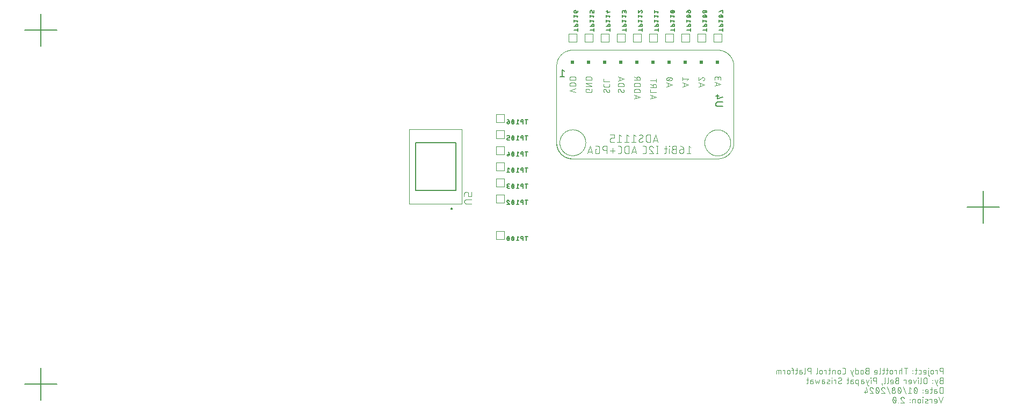
<source format=gbr>
G04 EAGLE Gerber RS-274X export*
G75*
%MOMM*%
%FSLAX34Y34*%
%LPD*%
%INSilkscreen Bottom*%
%IPPOS*%
%AMOC8*
5,1,8,0,0,1.08239X$1,22.5*%
G01*
%ADD10C,0.076200*%
%ADD11C,0.152400*%
%ADD12C,0.127000*%
%ADD13C,0.050000*%
%ADD14C,0.200000*%
%ADD15C,0.101600*%
%ADD16C,0.050800*%
%ADD17C,0.177800*%
%ADD18R,0.508000X0.508000*%
%ADD19C,0.000000*%


D10*
X1498219Y79121D02*
X1498219Y88519D01*
X1495608Y88519D01*
X1495507Y88517D01*
X1495406Y88511D01*
X1495305Y88501D01*
X1495205Y88488D01*
X1495105Y88470D01*
X1495006Y88449D01*
X1494908Y88423D01*
X1494811Y88394D01*
X1494715Y88362D01*
X1494621Y88325D01*
X1494528Y88285D01*
X1494436Y88241D01*
X1494347Y88194D01*
X1494259Y88143D01*
X1494173Y88089D01*
X1494090Y88032D01*
X1494008Y87972D01*
X1493930Y87908D01*
X1493853Y87842D01*
X1493780Y87772D01*
X1493709Y87700D01*
X1493641Y87625D01*
X1493576Y87547D01*
X1493514Y87467D01*
X1493455Y87385D01*
X1493399Y87300D01*
X1493347Y87214D01*
X1493298Y87125D01*
X1493252Y87034D01*
X1493211Y86942D01*
X1493172Y86848D01*
X1493138Y86753D01*
X1493107Y86657D01*
X1493080Y86559D01*
X1493056Y86461D01*
X1493037Y86361D01*
X1493021Y86261D01*
X1493009Y86161D01*
X1493001Y86060D01*
X1492997Y85959D01*
X1492997Y85857D01*
X1493001Y85756D01*
X1493009Y85655D01*
X1493021Y85555D01*
X1493037Y85455D01*
X1493056Y85355D01*
X1493080Y85257D01*
X1493107Y85159D01*
X1493138Y85063D01*
X1493172Y84968D01*
X1493211Y84874D01*
X1493252Y84782D01*
X1493298Y84691D01*
X1493347Y84603D01*
X1493399Y84516D01*
X1493455Y84431D01*
X1493514Y84349D01*
X1493576Y84269D01*
X1493641Y84191D01*
X1493709Y84116D01*
X1493780Y84044D01*
X1493853Y83974D01*
X1493930Y83908D01*
X1494008Y83844D01*
X1494090Y83784D01*
X1494173Y83727D01*
X1494259Y83673D01*
X1494347Y83622D01*
X1494436Y83575D01*
X1494528Y83531D01*
X1494621Y83491D01*
X1494715Y83454D01*
X1494811Y83422D01*
X1494908Y83393D01*
X1495006Y83367D01*
X1495105Y83346D01*
X1495205Y83328D01*
X1495305Y83315D01*
X1495406Y83305D01*
X1495507Y83299D01*
X1495608Y83297D01*
X1495608Y83298D02*
X1498219Y83298D01*
X1489242Y85386D02*
X1489242Y79121D01*
X1489242Y85386D02*
X1486110Y85386D01*
X1486110Y84342D01*
X1483198Y83298D02*
X1483198Y81209D01*
X1483197Y83298D02*
X1483195Y83388D01*
X1483189Y83477D01*
X1483180Y83567D01*
X1483166Y83656D01*
X1483149Y83744D01*
X1483128Y83831D01*
X1483103Y83918D01*
X1483074Y84003D01*
X1483042Y84087D01*
X1483007Y84169D01*
X1482967Y84250D01*
X1482925Y84329D01*
X1482879Y84406D01*
X1482829Y84481D01*
X1482777Y84554D01*
X1482721Y84625D01*
X1482663Y84693D01*
X1482601Y84758D01*
X1482537Y84821D01*
X1482470Y84881D01*
X1482401Y84938D01*
X1482329Y84992D01*
X1482255Y85043D01*
X1482179Y85091D01*
X1482101Y85135D01*
X1482021Y85176D01*
X1481939Y85214D01*
X1481856Y85248D01*
X1481771Y85278D01*
X1481685Y85305D01*
X1481599Y85328D01*
X1481511Y85347D01*
X1481422Y85362D01*
X1481333Y85374D01*
X1481244Y85382D01*
X1481154Y85386D01*
X1481064Y85386D01*
X1480974Y85382D01*
X1480885Y85374D01*
X1480796Y85362D01*
X1480707Y85347D01*
X1480619Y85328D01*
X1480533Y85305D01*
X1480447Y85278D01*
X1480362Y85248D01*
X1480279Y85214D01*
X1480197Y85176D01*
X1480117Y85135D01*
X1480039Y85091D01*
X1479963Y85043D01*
X1479889Y84992D01*
X1479817Y84938D01*
X1479748Y84881D01*
X1479681Y84821D01*
X1479617Y84758D01*
X1479555Y84693D01*
X1479497Y84625D01*
X1479441Y84554D01*
X1479389Y84481D01*
X1479339Y84406D01*
X1479293Y84329D01*
X1479251Y84250D01*
X1479211Y84169D01*
X1479176Y84087D01*
X1479144Y84003D01*
X1479115Y83918D01*
X1479090Y83831D01*
X1479069Y83744D01*
X1479052Y83656D01*
X1479038Y83567D01*
X1479029Y83477D01*
X1479023Y83388D01*
X1479021Y83298D01*
X1479021Y81209D01*
X1479023Y81119D01*
X1479029Y81030D01*
X1479038Y80940D01*
X1479052Y80851D01*
X1479069Y80763D01*
X1479090Y80676D01*
X1479115Y80589D01*
X1479144Y80504D01*
X1479176Y80420D01*
X1479211Y80338D01*
X1479251Y80257D01*
X1479293Y80178D01*
X1479339Y80101D01*
X1479389Y80026D01*
X1479441Y79953D01*
X1479497Y79882D01*
X1479555Y79814D01*
X1479617Y79749D01*
X1479681Y79686D01*
X1479748Y79626D01*
X1479817Y79569D01*
X1479889Y79515D01*
X1479963Y79464D01*
X1480039Y79416D01*
X1480117Y79372D01*
X1480197Y79331D01*
X1480279Y79293D01*
X1480362Y79259D01*
X1480447Y79229D01*
X1480533Y79202D01*
X1480619Y79179D01*
X1480707Y79160D01*
X1480796Y79145D01*
X1480885Y79133D01*
X1480974Y79125D01*
X1481064Y79121D01*
X1481154Y79121D01*
X1481244Y79125D01*
X1481333Y79133D01*
X1481422Y79145D01*
X1481511Y79160D01*
X1481599Y79179D01*
X1481685Y79202D01*
X1481771Y79229D01*
X1481856Y79259D01*
X1481939Y79293D01*
X1482021Y79331D01*
X1482101Y79372D01*
X1482179Y79416D01*
X1482255Y79464D01*
X1482329Y79515D01*
X1482401Y79569D01*
X1482470Y79626D01*
X1482537Y79686D01*
X1482601Y79749D01*
X1482663Y79814D01*
X1482721Y79882D01*
X1482777Y79953D01*
X1482829Y80026D01*
X1482879Y80101D01*
X1482925Y80178D01*
X1482967Y80257D01*
X1483007Y80338D01*
X1483042Y80420D01*
X1483074Y80504D01*
X1483103Y80589D01*
X1483128Y80676D01*
X1483149Y80763D01*
X1483166Y80851D01*
X1483180Y80940D01*
X1483189Y81030D01*
X1483195Y81119D01*
X1483197Y81209D01*
X1475471Y77555D02*
X1475471Y85386D01*
X1475472Y77555D02*
X1475474Y77478D01*
X1475480Y77402D01*
X1475489Y77325D01*
X1475502Y77249D01*
X1475519Y77174D01*
X1475539Y77100D01*
X1475564Y77027D01*
X1475591Y76956D01*
X1475622Y76885D01*
X1475657Y76817D01*
X1475695Y76750D01*
X1475736Y76685D01*
X1475780Y76622D01*
X1475827Y76562D01*
X1475878Y76503D01*
X1475931Y76448D01*
X1475986Y76395D01*
X1476045Y76344D01*
X1476105Y76297D01*
X1476168Y76253D01*
X1476233Y76212D01*
X1476300Y76174D01*
X1476368Y76139D01*
X1476439Y76108D01*
X1476510Y76081D01*
X1476583Y76056D01*
X1476657Y76036D01*
X1476732Y76019D01*
X1476808Y76006D01*
X1476885Y75997D01*
X1476961Y75991D01*
X1477038Y75989D01*
X1477038Y75988D02*
X1477560Y75988D01*
X1475732Y87997D02*
X1475732Y88519D01*
X1475210Y88519D01*
X1475210Y87997D01*
X1475732Y87997D01*
X1470049Y79121D02*
X1467439Y79121D01*
X1470049Y79121D02*
X1470126Y79123D01*
X1470202Y79129D01*
X1470279Y79138D01*
X1470355Y79151D01*
X1470430Y79168D01*
X1470504Y79188D01*
X1470577Y79213D01*
X1470648Y79240D01*
X1470719Y79271D01*
X1470787Y79306D01*
X1470854Y79344D01*
X1470919Y79385D01*
X1470982Y79429D01*
X1471042Y79476D01*
X1471101Y79527D01*
X1471156Y79580D01*
X1471209Y79635D01*
X1471260Y79694D01*
X1471307Y79754D01*
X1471351Y79817D01*
X1471392Y79882D01*
X1471430Y79949D01*
X1471465Y80017D01*
X1471496Y80088D01*
X1471523Y80159D01*
X1471548Y80232D01*
X1471568Y80306D01*
X1471585Y80381D01*
X1471598Y80457D01*
X1471607Y80534D01*
X1471613Y80610D01*
X1471615Y80687D01*
X1471615Y83298D01*
X1471613Y83388D01*
X1471607Y83477D01*
X1471598Y83567D01*
X1471584Y83656D01*
X1471567Y83744D01*
X1471546Y83831D01*
X1471521Y83918D01*
X1471492Y84003D01*
X1471460Y84087D01*
X1471425Y84169D01*
X1471385Y84250D01*
X1471343Y84329D01*
X1471297Y84406D01*
X1471247Y84481D01*
X1471195Y84554D01*
X1471139Y84625D01*
X1471081Y84693D01*
X1471019Y84758D01*
X1470955Y84821D01*
X1470888Y84881D01*
X1470819Y84938D01*
X1470747Y84992D01*
X1470673Y85043D01*
X1470597Y85091D01*
X1470519Y85135D01*
X1470439Y85176D01*
X1470357Y85214D01*
X1470274Y85248D01*
X1470189Y85278D01*
X1470103Y85305D01*
X1470017Y85328D01*
X1469929Y85347D01*
X1469840Y85362D01*
X1469751Y85374D01*
X1469662Y85382D01*
X1469572Y85386D01*
X1469482Y85386D01*
X1469392Y85382D01*
X1469303Y85374D01*
X1469214Y85362D01*
X1469125Y85347D01*
X1469037Y85328D01*
X1468951Y85305D01*
X1468865Y85278D01*
X1468780Y85248D01*
X1468697Y85214D01*
X1468615Y85176D01*
X1468535Y85135D01*
X1468457Y85091D01*
X1468381Y85043D01*
X1468307Y84992D01*
X1468235Y84938D01*
X1468166Y84881D01*
X1468099Y84821D01*
X1468035Y84758D01*
X1467973Y84693D01*
X1467915Y84625D01*
X1467859Y84554D01*
X1467807Y84481D01*
X1467757Y84406D01*
X1467711Y84329D01*
X1467669Y84250D01*
X1467629Y84169D01*
X1467594Y84087D01*
X1467562Y84003D01*
X1467533Y83918D01*
X1467508Y83831D01*
X1467487Y83744D01*
X1467470Y83656D01*
X1467456Y83567D01*
X1467447Y83477D01*
X1467441Y83388D01*
X1467439Y83298D01*
X1467439Y82254D01*
X1471615Y82254D01*
X1462114Y79121D02*
X1460026Y79121D01*
X1462114Y79121D02*
X1462191Y79123D01*
X1462267Y79129D01*
X1462344Y79138D01*
X1462420Y79151D01*
X1462495Y79168D01*
X1462569Y79188D01*
X1462642Y79213D01*
X1462713Y79240D01*
X1462784Y79271D01*
X1462852Y79306D01*
X1462919Y79344D01*
X1462984Y79385D01*
X1463047Y79429D01*
X1463107Y79476D01*
X1463166Y79527D01*
X1463221Y79580D01*
X1463274Y79635D01*
X1463325Y79694D01*
X1463372Y79754D01*
X1463416Y79817D01*
X1463457Y79882D01*
X1463495Y79949D01*
X1463530Y80017D01*
X1463561Y80088D01*
X1463588Y80159D01*
X1463613Y80232D01*
X1463633Y80306D01*
X1463650Y80381D01*
X1463663Y80457D01*
X1463672Y80534D01*
X1463678Y80610D01*
X1463680Y80687D01*
X1463680Y83820D01*
X1463678Y83897D01*
X1463672Y83973D01*
X1463663Y84050D01*
X1463650Y84126D01*
X1463633Y84201D01*
X1463613Y84275D01*
X1463588Y84348D01*
X1463561Y84419D01*
X1463530Y84490D01*
X1463495Y84558D01*
X1463457Y84625D01*
X1463416Y84690D01*
X1463372Y84753D01*
X1463325Y84813D01*
X1463274Y84872D01*
X1463221Y84927D01*
X1463166Y84980D01*
X1463107Y85031D01*
X1463047Y85078D01*
X1462984Y85122D01*
X1462919Y85163D01*
X1462852Y85201D01*
X1462784Y85236D01*
X1462713Y85267D01*
X1462642Y85294D01*
X1462569Y85319D01*
X1462495Y85339D01*
X1462420Y85356D01*
X1462344Y85369D01*
X1462267Y85378D01*
X1462191Y85384D01*
X1462114Y85386D01*
X1460026Y85386D01*
X1457449Y85386D02*
X1454316Y85386D01*
X1456405Y88519D02*
X1456405Y80687D01*
X1456404Y80687D02*
X1456402Y80610D01*
X1456396Y80534D01*
X1456387Y80457D01*
X1456374Y80381D01*
X1456357Y80306D01*
X1456337Y80232D01*
X1456312Y80159D01*
X1456285Y80088D01*
X1456254Y80017D01*
X1456219Y79949D01*
X1456181Y79882D01*
X1456140Y79817D01*
X1456096Y79754D01*
X1456049Y79694D01*
X1455998Y79635D01*
X1455945Y79580D01*
X1455890Y79527D01*
X1455831Y79476D01*
X1455771Y79429D01*
X1455708Y79385D01*
X1455643Y79344D01*
X1455576Y79306D01*
X1455508Y79271D01*
X1455437Y79240D01*
X1455366Y79213D01*
X1455293Y79188D01*
X1455219Y79168D01*
X1455144Y79151D01*
X1455068Y79138D01*
X1454991Y79129D01*
X1454915Y79123D01*
X1454838Y79121D01*
X1454316Y79121D01*
X1450891Y79904D02*
X1450891Y80426D01*
X1450368Y80426D01*
X1450368Y79904D01*
X1450891Y79904D01*
X1450891Y84081D02*
X1450891Y84603D01*
X1450368Y84603D01*
X1450368Y84081D01*
X1450891Y84081D01*
X1439657Y88519D02*
X1439657Y79121D01*
X1442267Y88519D02*
X1437046Y88519D01*
X1433516Y88519D02*
X1433516Y79121D01*
X1433516Y85386D02*
X1430905Y85386D01*
X1430828Y85384D01*
X1430752Y85378D01*
X1430675Y85369D01*
X1430599Y85356D01*
X1430525Y85339D01*
X1430450Y85319D01*
X1430377Y85294D01*
X1430306Y85267D01*
X1430235Y85236D01*
X1430167Y85201D01*
X1430100Y85163D01*
X1430035Y85122D01*
X1429972Y85078D01*
X1429912Y85031D01*
X1429853Y84980D01*
X1429798Y84927D01*
X1429745Y84872D01*
X1429694Y84813D01*
X1429647Y84753D01*
X1429603Y84690D01*
X1429562Y84625D01*
X1429524Y84558D01*
X1429489Y84490D01*
X1429458Y84419D01*
X1429431Y84348D01*
X1429406Y84275D01*
X1429386Y84201D01*
X1429369Y84126D01*
X1429356Y84050D01*
X1429347Y83974D01*
X1429341Y83897D01*
X1429339Y83820D01*
X1429339Y79121D01*
X1424930Y79121D02*
X1424930Y85386D01*
X1421797Y85386D01*
X1421797Y84342D01*
X1418885Y83298D02*
X1418885Y81209D01*
X1418885Y83298D02*
X1418883Y83388D01*
X1418877Y83477D01*
X1418868Y83567D01*
X1418854Y83656D01*
X1418837Y83744D01*
X1418816Y83831D01*
X1418791Y83918D01*
X1418762Y84003D01*
X1418730Y84087D01*
X1418695Y84169D01*
X1418655Y84250D01*
X1418613Y84329D01*
X1418567Y84406D01*
X1418517Y84481D01*
X1418465Y84554D01*
X1418409Y84625D01*
X1418351Y84693D01*
X1418289Y84758D01*
X1418225Y84821D01*
X1418158Y84881D01*
X1418089Y84938D01*
X1418017Y84992D01*
X1417943Y85043D01*
X1417867Y85091D01*
X1417789Y85135D01*
X1417709Y85176D01*
X1417627Y85214D01*
X1417544Y85248D01*
X1417459Y85278D01*
X1417373Y85305D01*
X1417287Y85328D01*
X1417199Y85347D01*
X1417110Y85362D01*
X1417021Y85374D01*
X1416932Y85382D01*
X1416842Y85386D01*
X1416752Y85386D01*
X1416662Y85382D01*
X1416573Y85374D01*
X1416484Y85362D01*
X1416395Y85347D01*
X1416307Y85328D01*
X1416221Y85305D01*
X1416135Y85278D01*
X1416050Y85248D01*
X1415967Y85214D01*
X1415885Y85176D01*
X1415805Y85135D01*
X1415727Y85091D01*
X1415651Y85043D01*
X1415577Y84992D01*
X1415505Y84938D01*
X1415436Y84881D01*
X1415369Y84821D01*
X1415305Y84758D01*
X1415243Y84693D01*
X1415185Y84625D01*
X1415129Y84554D01*
X1415077Y84481D01*
X1415027Y84406D01*
X1414981Y84329D01*
X1414939Y84250D01*
X1414899Y84169D01*
X1414864Y84087D01*
X1414832Y84003D01*
X1414803Y83918D01*
X1414778Y83831D01*
X1414757Y83744D01*
X1414740Y83656D01*
X1414726Y83567D01*
X1414717Y83477D01*
X1414711Y83388D01*
X1414709Y83298D01*
X1414708Y83298D02*
X1414708Y81209D01*
X1414709Y81209D02*
X1414711Y81119D01*
X1414717Y81030D01*
X1414726Y80940D01*
X1414740Y80851D01*
X1414757Y80763D01*
X1414778Y80676D01*
X1414803Y80589D01*
X1414832Y80504D01*
X1414864Y80420D01*
X1414899Y80338D01*
X1414939Y80257D01*
X1414981Y80178D01*
X1415027Y80101D01*
X1415077Y80026D01*
X1415129Y79953D01*
X1415185Y79882D01*
X1415243Y79814D01*
X1415305Y79749D01*
X1415369Y79686D01*
X1415436Y79626D01*
X1415505Y79569D01*
X1415577Y79515D01*
X1415651Y79464D01*
X1415727Y79416D01*
X1415805Y79372D01*
X1415885Y79331D01*
X1415967Y79293D01*
X1416050Y79259D01*
X1416135Y79229D01*
X1416221Y79202D01*
X1416307Y79179D01*
X1416395Y79160D01*
X1416484Y79145D01*
X1416573Y79133D01*
X1416662Y79125D01*
X1416752Y79121D01*
X1416842Y79121D01*
X1416932Y79125D01*
X1417021Y79133D01*
X1417110Y79145D01*
X1417199Y79160D01*
X1417287Y79179D01*
X1417373Y79202D01*
X1417459Y79229D01*
X1417544Y79259D01*
X1417627Y79293D01*
X1417709Y79331D01*
X1417789Y79372D01*
X1417867Y79416D01*
X1417943Y79464D01*
X1418017Y79515D01*
X1418089Y79569D01*
X1418158Y79626D01*
X1418225Y79686D01*
X1418289Y79749D01*
X1418351Y79814D01*
X1418409Y79882D01*
X1418465Y79953D01*
X1418517Y80026D01*
X1418567Y80101D01*
X1418613Y80178D01*
X1418655Y80257D01*
X1418695Y80338D01*
X1418730Y80420D01*
X1418762Y80504D01*
X1418791Y80589D01*
X1418816Y80676D01*
X1418837Y80763D01*
X1418854Y80851D01*
X1418868Y80940D01*
X1418877Y81030D01*
X1418883Y81119D01*
X1418885Y81209D01*
X1411729Y85386D02*
X1408597Y85386D01*
X1410685Y88519D02*
X1410685Y80687D01*
X1410683Y80610D01*
X1410677Y80534D01*
X1410668Y80457D01*
X1410655Y80381D01*
X1410638Y80306D01*
X1410618Y80232D01*
X1410593Y80159D01*
X1410566Y80088D01*
X1410535Y80017D01*
X1410500Y79949D01*
X1410462Y79882D01*
X1410421Y79817D01*
X1410377Y79754D01*
X1410330Y79694D01*
X1410279Y79635D01*
X1410226Y79580D01*
X1410171Y79527D01*
X1410112Y79476D01*
X1410052Y79429D01*
X1409989Y79385D01*
X1409924Y79344D01*
X1409857Y79306D01*
X1409789Y79271D01*
X1409718Y79240D01*
X1409647Y79213D01*
X1409574Y79188D01*
X1409500Y79168D01*
X1409425Y79151D01*
X1409349Y79138D01*
X1409272Y79129D01*
X1409196Y79123D01*
X1409119Y79121D01*
X1408597Y79121D01*
X1405938Y85386D02*
X1402805Y85386D01*
X1404894Y88519D02*
X1404894Y80687D01*
X1404892Y80610D01*
X1404886Y80534D01*
X1404877Y80457D01*
X1404864Y80381D01*
X1404847Y80306D01*
X1404827Y80232D01*
X1404802Y80159D01*
X1404775Y80088D01*
X1404744Y80017D01*
X1404709Y79949D01*
X1404671Y79882D01*
X1404630Y79817D01*
X1404586Y79754D01*
X1404539Y79694D01*
X1404488Y79635D01*
X1404435Y79580D01*
X1404380Y79527D01*
X1404321Y79476D01*
X1404261Y79429D01*
X1404198Y79385D01*
X1404133Y79344D01*
X1404066Y79306D01*
X1403998Y79271D01*
X1403927Y79240D01*
X1403856Y79213D01*
X1403783Y79188D01*
X1403709Y79168D01*
X1403634Y79151D01*
X1403558Y79138D01*
X1403481Y79129D01*
X1403405Y79123D01*
X1403328Y79121D01*
X1402805Y79121D01*
X1399253Y80687D02*
X1399253Y88519D01*
X1399253Y80687D02*
X1399251Y80610D01*
X1399245Y80534D01*
X1399236Y80457D01*
X1399223Y80381D01*
X1399206Y80306D01*
X1399186Y80232D01*
X1399161Y80159D01*
X1399134Y80088D01*
X1399103Y80017D01*
X1399068Y79949D01*
X1399030Y79882D01*
X1398989Y79817D01*
X1398945Y79754D01*
X1398898Y79694D01*
X1398847Y79635D01*
X1398794Y79580D01*
X1398739Y79527D01*
X1398680Y79476D01*
X1398620Y79429D01*
X1398557Y79385D01*
X1398492Y79344D01*
X1398425Y79306D01*
X1398357Y79271D01*
X1398286Y79240D01*
X1398215Y79213D01*
X1398142Y79188D01*
X1398068Y79168D01*
X1397993Y79151D01*
X1397917Y79138D01*
X1397840Y79129D01*
X1397764Y79123D01*
X1397687Y79121D01*
X1392935Y79121D02*
X1390325Y79121D01*
X1392935Y79121D02*
X1393012Y79123D01*
X1393088Y79129D01*
X1393165Y79138D01*
X1393241Y79151D01*
X1393316Y79168D01*
X1393390Y79188D01*
X1393463Y79213D01*
X1393534Y79240D01*
X1393605Y79271D01*
X1393673Y79306D01*
X1393740Y79344D01*
X1393805Y79385D01*
X1393868Y79429D01*
X1393928Y79476D01*
X1393987Y79527D01*
X1394042Y79580D01*
X1394095Y79635D01*
X1394146Y79694D01*
X1394193Y79754D01*
X1394237Y79817D01*
X1394278Y79882D01*
X1394316Y79949D01*
X1394351Y80017D01*
X1394382Y80088D01*
X1394409Y80159D01*
X1394434Y80232D01*
X1394454Y80306D01*
X1394471Y80381D01*
X1394484Y80457D01*
X1394493Y80534D01*
X1394499Y80610D01*
X1394501Y80687D01*
X1394502Y80687D02*
X1394502Y83298D01*
X1394501Y83298D02*
X1394499Y83388D01*
X1394493Y83477D01*
X1394484Y83567D01*
X1394470Y83656D01*
X1394453Y83744D01*
X1394432Y83831D01*
X1394407Y83918D01*
X1394378Y84003D01*
X1394346Y84087D01*
X1394311Y84169D01*
X1394271Y84250D01*
X1394229Y84329D01*
X1394183Y84406D01*
X1394133Y84481D01*
X1394081Y84554D01*
X1394025Y84625D01*
X1393967Y84693D01*
X1393905Y84758D01*
X1393841Y84821D01*
X1393774Y84881D01*
X1393705Y84938D01*
X1393633Y84992D01*
X1393559Y85043D01*
X1393483Y85091D01*
X1393405Y85135D01*
X1393325Y85176D01*
X1393243Y85214D01*
X1393160Y85248D01*
X1393075Y85278D01*
X1392989Y85305D01*
X1392903Y85328D01*
X1392815Y85347D01*
X1392726Y85362D01*
X1392637Y85374D01*
X1392548Y85382D01*
X1392458Y85386D01*
X1392368Y85386D01*
X1392278Y85382D01*
X1392189Y85374D01*
X1392100Y85362D01*
X1392011Y85347D01*
X1391923Y85328D01*
X1391837Y85305D01*
X1391751Y85278D01*
X1391666Y85248D01*
X1391583Y85214D01*
X1391501Y85176D01*
X1391421Y85135D01*
X1391343Y85091D01*
X1391267Y85043D01*
X1391193Y84992D01*
X1391121Y84938D01*
X1391052Y84881D01*
X1390985Y84821D01*
X1390921Y84758D01*
X1390859Y84693D01*
X1390801Y84625D01*
X1390745Y84554D01*
X1390693Y84481D01*
X1390643Y84406D01*
X1390597Y84329D01*
X1390555Y84250D01*
X1390515Y84169D01*
X1390480Y84087D01*
X1390448Y84003D01*
X1390419Y83918D01*
X1390394Y83831D01*
X1390373Y83744D01*
X1390356Y83656D01*
X1390342Y83567D01*
X1390333Y83477D01*
X1390327Y83388D01*
X1390325Y83298D01*
X1390325Y82254D01*
X1394502Y82254D01*
X1381176Y84342D02*
X1378566Y84342D01*
X1378566Y84343D02*
X1378465Y84341D01*
X1378364Y84335D01*
X1378263Y84325D01*
X1378163Y84312D01*
X1378063Y84294D01*
X1377964Y84273D01*
X1377866Y84247D01*
X1377769Y84218D01*
X1377673Y84186D01*
X1377579Y84149D01*
X1377486Y84109D01*
X1377394Y84065D01*
X1377305Y84018D01*
X1377217Y83967D01*
X1377131Y83913D01*
X1377048Y83856D01*
X1376966Y83796D01*
X1376888Y83732D01*
X1376811Y83666D01*
X1376738Y83596D01*
X1376667Y83524D01*
X1376599Y83449D01*
X1376534Y83371D01*
X1376472Y83291D01*
X1376413Y83209D01*
X1376357Y83124D01*
X1376305Y83038D01*
X1376256Y82949D01*
X1376210Y82858D01*
X1376169Y82766D01*
X1376130Y82672D01*
X1376096Y82577D01*
X1376065Y82481D01*
X1376038Y82383D01*
X1376014Y82285D01*
X1375995Y82185D01*
X1375979Y82085D01*
X1375967Y81985D01*
X1375959Y81884D01*
X1375955Y81783D01*
X1375955Y81681D01*
X1375959Y81580D01*
X1375967Y81479D01*
X1375979Y81379D01*
X1375995Y81279D01*
X1376014Y81179D01*
X1376038Y81081D01*
X1376065Y80983D01*
X1376096Y80887D01*
X1376130Y80792D01*
X1376169Y80698D01*
X1376210Y80606D01*
X1376256Y80515D01*
X1376305Y80427D01*
X1376357Y80340D01*
X1376413Y80255D01*
X1376472Y80173D01*
X1376534Y80093D01*
X1376599Y80015D01*
X1376667Y79940D01*
X1376738Y79868D01*
X1376811Y79798D01*
X1376888Y79732D01*
X1376966Y79668D01*
X1377048Y79608D01*
X1377131Y79551D01*
X1377217Y79497D01*
X1377305Y79446D01*
X1377394Y79399D01*
X1377486Y79355D01*
X1377579Y79315D01*
X1377673Y79278D01*
X1377769Y79246D01*
X1377866Y79217D01*
X1377964Y79191D01*
X1378063Y79170D01*
X1378163Y79152D01*
X1378263Y79139D01*
X1378364Y79129D01*
X1378465Y79123D01*
X1378566Y79121D01*
X1381176Y79121D01*
X1381176Y88519D01*
X1378566Y88519D01*
X1378476Y88517D01*
X1378387Y88511D01*
X1378297Y88502D01*
X1378208Y88488D01*
X1378120Y88471D01*
X1378033Y88450D01*
X1377946Y88425D01*
X1377861Y88396D01*
X1377777Y88364D01*
X1377695Y88329D01*
X1377614Y88289D01*
X1377535Y88247D01*
X1377458Y88201D01*
X1377383Y88151D01*
X1377310Y88099D01*
X1377239Y88043D01*
X1377171Y87985D01*
X1377106Y87923D01*
X1377043Y87859D01*
X1376983Y87792D01*
X1376926Y87723D01*
X1376872Y87651D01*
X1376821Y87577D01*
X1376773Y87501D01*
X1376729Y87423D01*
X1376688Y87343D01*
X1376650Y87261D01*
X1376616Y87178D01*
X1376586Y87093D01*
X1376559Y87007D01*
X1376536Y86921D01*
X1376517Y86833D01*
X1376502Y86744D01*
X1376490Y86655D01*
X1376482Y86566D01*
X1376478Y86476D01*
X1376478Y86386D01*
X1376482Y86296D01*
X1376490Y86207D01*
X1376502Y86118D01*
X1376517Y86029D01*
X1376536Y85941D01*
X1376559Y85855D01*
X1376586Y85769D01*
X1376616Y85684D01*
X1376650Y85601D01*
X1376688Y85519D01*
X1376729Y85439D01*
X1376773Y85361D01*
X1376821Y85285D01*
X1376872Y85211D01*
X1376926Y85139D01*
X1376983Y85070D01*
X1377043Y85003D01*
X1377106Y84939D01*
X1377171Y84877D01*
X1377239Y84819D01*
X1377310Y84763D01*
X1377383Y84711D01*
X1377458Y84661D01*
X1377535Y84615D01*
X1377614Y84573D01*
X1377695Y84533D01*
X1377777Y84498D01*
X1377861Y84466D01*
X1377946Y84437D01*
X1378033Y84412D01*
X1378120Y84391D01*
X1378208Y84374D01*
X1378297Y84360D01*
X1378387Y84351D01*
X1378476Y84345D01*
X1378566Y84343D01*
X1372556Y83298D02*
X1372556Y81209D01*
X1372556Y83298D02*
X1372554Y83388D01*
X1372548Y83477D01*
X1372539Y83567D01*
X1372525Y83656D01*
X1372508Y83744D01*
X1372487Y83831D01*
X1372462Y83918D01*
X1372433Y84003D01*
X1372401Y84087D01*
X1372366Y84169D01*
X1372326Y84250D01*
X1372284Y84329D01*
X1372238Y84406D01*
X1372188Y84481D01*
X1372136Y84554D01*
X1372080Y84625D01*
X1372022Y84693D01*
X1371960Y84758D01*
X1371896Y84821D01*
X1371829Y84881D01*
X1371760Y84938D01*
X1371688Y84992D01*
X1371614Y85043D01*
X1371538Y85091D01*
X1371460Y85135D01*
X1371380Y85176D01*
X1371298Y85214D01*
X1371215Y85248D01*
X1371130Y85278D01*
X1371044Y85305D01*
X1370958Y85328D01*
X1370870Y85347D01*
X1370781Y85362D01*
X1370692Y85374D01*
X1370603Y85382D01*
X1370513Y85386D01*
X1370423Y85386D01*
X1370333Y85382D01*
X1370244Y85374D01*
X1370155Y85362D01*
X1370066Y85347D01*
X1369978Y85328D01*
X1369892Y85305D01*
X1369806Y85278D01*
X1369721Y85248D01*
X1369638Y85214D01*
X1369556Y85176D01*
X1369476Y85135D01*
X1369398Y85091D01*
X1369322Y85043D01*
X1369248Y84992D01*
X1369176Y84938D01*
X1369107Y84881D01*
X1369040Y84821D01*
X1368976Y84758D01*
X1368914Y84693D01*
X1368856Y84625D01*
X1368800Y84554D01*
X1368748Y84481D01*
X1368698Y84406D01*
X1368652Y84329D01*
X1368610Y84250D01*
X1368570Y84169D01*
X1368535Y84087D01*
X1368503Y84003D01*
X1368474Y83918D01*
X1368449Y83831D01*
X1368428Y83744D01*
X1368411Y83656D01*
X1368397Y83567D01*
X1368388Y83477D01*
X1368382Y83388D01*
X1368380Y83298D01*
X1368379Y83298D02*
X1368379Y81209D01*
X1368380Y81209D02*
X1368382Y81119D01*
X1368388Y81030D01*
X1368397Y80940D01*
X1368411Y80851D01*
X1368428Y80763D01*
X1368449Y80676D01*
X1368474Y80589D01*
X1368503Y80504D01*
X1368535Y80420D01*
X1368570Y80338D01*
X1368610Y80257D01*
X1368652Y80178D01*
X1368698Y80101D01*
X1368748Y80026D01*
X1368800Y79953D01*
X1368856Y79882D01*
X1368914Y79814D01*
X1368976Y79749D01*
X1369040Y79686D01*
X1369107Y79626D01*
X1369176Y79569D01*
X1369248Y79515D01*
X1369322Y79464D01*
X1369398Y79416D01*
X1369476Y79372D01*
X1369556Y79331D01*
X1369638Y79293D01*
X1369721Y79259D01*
X1369806Y79229D01*
X1369892Y79202D01*
X1369978Y79179D01*
X1370066Y79160D01*
X1370155Y79145D01*
X1370244Y79133D01*
X1370333Y79125D01*
X1370423Y79121D01*
X1370513Y79121D01*
X1370603Y79125D01*
X1370692Y79133D01*
X1370781Y79145D01*
X1370870Y79160D01*
X1370958Y79179D01*
X1371044Y79202D01*
X1371130Y79229D01*
X1371215Y79259D01*
X1371298Y79293D01*
X1371380Y79331D01*
X1371460Y79372D01*
X1371538Y79416D01*
X1371614Y79464D01*
X1371688Y79515D01*
X1371760Y79569D01*
X1371829Y79626D01*
X1371896Y79686D01*
X1371960Y79749D01*
X1372022Y79814D01*
X1372080Y79882D01*
X1372136Y79953D01*
X1372188Y80026D01*
X1372238Y80101D01*
X1372284Y80178D01*
X1372326Y80257D01*
X1372366Y80338D01*
X1372401Y80420D01*
X1372433Y80504D01*
X1372462Y80589D01*
X1372487Y80676D01*
X1372508Y80763D01*
X1372525Y80851D01*
X1372539Y80940D01*
X1372548Y81030D01*
X1372554Y81119D01*
X1372556Y81209D01*
X1360500Y79121D02*
X1360500Y88519D01*
X1360500Y79121D02*
X1363111Y79121D01*
X1363188Y79123D01*
X1363264Y79129D01*
X1363341Y79138D01*
X1363417Y79151D01*
X1363492Y79168D01*
X1363566Y79188D01*
X1363639Y79213D01*
X1363710Y79240D01*
X1363781Y79271D01*
X1363849Y79306D01*
X1363916Y79344D01*
X1363981Y79385D01*
X1364044Y79429D01*
X1364104Y79476D01*
X1364163Y79527D01*
X1364218Y79580D01*
X1364271Y79635D01*
X1364322Y79694D01*
X1364369Y79754D01*
X1364413Y79817D01*
X1364454Y79882D01*
X1364492Y79949D01*
X1364527Y80017D01*
X1364558Y80088D01*
X1364585Y80159D01*
X1364610Y80232D01*
X1364630Y80306D01*
X1364647Y80381D01*
X1364660Y80457D01*
X1364669Y80534D01*
X1364675Y80610D01*
X1364677Y80687D01*
X1364677Y83820D01*
X1364675Y83897D01*
X1364669Y83973D01*
X1364660Y84050D01*
X1364647Y84126D01*
X1364630Y84201D01*
X1364610Y84275D01*
X1364585Y84348D01*
X1364558Y84419D01*
X1364527Y84490D01*
X1364492Y84558D01*
X1364454Y84625D01*
X1364413Y84690D01*
X1364369Y84753D01*
X1364322Y84813D01*
X1364271Y84872D01*
X1364218Y84927D01*
X1364163Y84980D01*
X1364104Y85031D01*
X1364044Y85078D01*
X1363981Y85122D01*
X1363916Y85163D01*
X1363849Y85201D01*
X1363781Y85236D01*
X1363710Y85267D01*
X1363639Y85294D01*
X1363566Y85319D01*
X1363492Y85339D01*
X1363417Y85356D01*
X1363341Y85369D01*
X1363264Y85378D01*
X1363188Y85384D01*
X1363111Y85386D01*
X1360500Y85386D01*
X1356707Y75988D02*
X1355662Y75988D01*
X1352530Y85386D01*
X1356707Y85386D02*
X1354618Y79121D01*
X1342060Y79121D02*
X1339971Y79121D01*
X1342060Y79121D02*
X1342149Y79123D01*
X1342237Y79129D01*
X1342325Y79138D01*
X1342413Y79151D01*
X1342500Y79168D01*
X1342586Y79188D01*
X1342671Y79213D01*
X1342756Y79240D01*
X1342839Y79272D01*
X1342920Y79306D01*
X1343000Y79345D01*
X1343078Y79386D01*
X1343155Y79431D01*
X1343229Y79479D01*
X1343302Y79530D01*
X1343372Y79584D01*
X1343439Y79642D01*
X1343505Y79702D01*
X1343567Y79764D01*
X1343627Y79830D01*
X1343685Y79897D01*
X1343739Y79967D01*
X1343790Y80040D01*
X1343838Y80114D01*
X1343883Y80191D01*
X1343924Y80269D01*
X1343963Y80349D01*
X1343997Y80430D01*
X1344029Y80513D01*
X1344056Y80598D01*
X1344081Y80683D01*
X1344101Y80769D01*
X1344118Y80856D01*
X1344131Y80944D01*
X1344140Y81032D01*
X1344146Y81120D01*
X1344148Y81209D01*
X1344148Y86431D01*
X1344146Y86520D01*
X1344140Y86608D01*
X1344131Y86696D01*
X1344118Y86784D01*
X1344101Y86871D01*
X1344081Y86957D01*
X1344056Y87042D01*
X1344029Y87127D01*
X1343997Y87210D01*
X1343963Y87291D01*
X1343924Y87371D01*
X1343883Y87449D01*
X1343838Y87526D01*
X1343790Y87600D01*
X1343739Y87673D01*
X1343685Y87743D01*
X1343627Y87810D01*
X1343567Y87876D01*
X1343505Y87938D01*
X1343439Y87998D01*
X1343372Y88056D01*
X1343302Y88110D01*
X1343229Y88161D01*
X1343155Y88209D01*
X1343078Y88254D01*
X1343000Y88295D01*
X1342920Y88334D01*
X1342839Y88368D01*
X1342756Y88400D01*
X1342671Y88427D01*
X1342586Y88452D01*
X1342500Y88472D01*
X1342413Y88489D01*
X1342325Y88502D01*
X1342237Y88511D01*
X1342149Y88517D01*
X1342060Y88519D01*
X1339971Y88519D01*
X1336590Y83298D02*
X1336590Y81209D01*
X1336590Y83298D02*
X1336588Y83388D01*
X1336582Y83477D01*
X1336573Y83567D01*
X1336559Y83656D01*
X1336542Y83744D01*
X1336521Y83831D01*
X1336496Y83918D01*
X1336467Y84003D01*
X1336435Y84087D01*
X1336400Y84169D01*
X1336360Y84250D01*
X1336318Y84329D01*
X1336272Y84406D01*
X1336222Y84481D01*
X1336170Y84554D01*
X1336114Y84625D01*
X1336056Y84693D01*
X1335994Y84758D01*
X1335930Y84821D01*
X1335863Y84881D01*
X1335794Y84938D01*
X1335722Y84992D01*
X1335648Y85043D01*
X1335572Y85091D01*
X1335494Y85135D01*
X1335414Y85176D01*
X1335332Y85214D01*
X1335249Y85248D01*
X1335164Y85278D01*
X1335078Y85305D01*
X1334992Y85328D01*
X1334904Y85347D01*
X1334815Y85362D01*
X1334726Y85374D01*
X1334637Y85382D01*
X1334547Y85386D01*
X1334457Y85386D01*
X1334367Y85382D01*
X1334278Y85374D01*
X1334189Y85362D01*
X1334100Y85347D01*
X1334012Y85328D01*
X1333926Y85305D01*
X1333840Y85278D01*
X1333755Y85248D01*
X1333672Y85214D01*
X1333590Y85176D01*
X1333510Y85135D01*
X1333432Y85091D01*
X1333356Y85043D01*
X1333282Y84992D01*
X1333210Y84938D01*
X1333141Y84881D01*
X1333074Y84821D01*
X1333010Y84758D01*
X1332948Y84693D01*
X1332890Y84625D01*
X1332834Y84554D01*
X1332782Y84481D01*
X1332732Y84406D01*
X1332686Y84329D01*
X1332644Y84250D01*
X1332604Y84169D01*
X1332569Y84087D01*
X1332537Y84003D01*
X1332508Y83918D01*
X1332483Y83831D01*
X1332462Y83744D01*
X1332445Y83656D01*
X1332431Y83567D01*
X1332422Y83477D01*
X1332416Y83388D01*
X1332414Y83298D01*
X1332413Y83298D02*
X1332413Y81209D01*
X1332414Y81209D02*
X1332416Y81119D01*
X1332422Y81030D01*
X1332431Y80940D01*
X1332445Y80851D01*
X1332462Y80763D01*
X1332483Y80676D01*
X1332508Y80589D01*
X1332537Y80504D01*
X1332569Y80420D01*
X1332604Y80338D01*
X1332644Y80257D01*
X1332686Y80178D01*
X1332732Y80101D01*
X1332782Y80026D01*
X1332834Y79953D01*
X1332890Y79882D01*
X1332948Y79814D01*
X1333010Y79749D01*
X1333074Y79686D01*
X1333141Y79626D01*
X1333210Y79569D01*
X1333282Y79515D01*
X1333356Y79464D01*
X1333432Y79416D01*
X1333510Y79372D01*
X1333590Y79331D01*
X1333672Y79293D01*
X1333755Y79259D01*
X1333840Y79229D01*
X1333926Y79202D01*
X1334012Y79179D01*
X1334100Y79160D01*
X1334189Y79145D01*
X1334278Y79133D01*
X1334367Y79125D01*
X1334457Y79121D01*
X1334547Y79121D01*
X1334637Y79125D01*
X1334726Y79133D01*
X1334815Y79145D01*
X1334904Y79160D01*
X1334992Y79179D01*
X1335078Y79202D01*
X1335164Y79229D01*
X1335249Y79259D01*
X1335332Y79293D01*
X1335414Y79331D01*
X1335494Y79372D01*
X1335572Y79416D01*
X1335648Y79464D01*
X1335722Y79515D01*
X1335794Y79569D01*
X1335863Y79626D01*
X1335930Y79686D01*
X1335994Y79749D01*
X1336056Y79814D01*
X1336114Y79882D01*
X1336170Y79953D01*
X1336222Y80026D01*
X1336272Y80101D01*
X1336318Y80178D01*
X1336360Y80257D01*
X1336400Y80338D01*
X1336435Y80420D01*
X1336467Y80504D01*
X1336496Y80589D01*
X1336521Y80676D01*
X1336542Y80763D01*
X1336559Y80851D01*
X1336573Y80940D01*
X1336582Y81030D01*
X1336588Y81119D01*
X1336590Y81209D01*
X1328360Y79121D02*
X1328360Y85386D01*
X1325750Y85386D01*
X1325673Y85384D01*
X1325597Y85378D01*
X1325520Y85369D01*
X1325444Y85356D01*
X1325370Y85339D01*
X1325295Y85319D01*
X1325222Y85294D01*
X1325151Y85267D01*
X1325080Y85236D01*
X1325012Y85201D01*
X1324945Y85163D01*
X1324880Y85122D01*
X1324817Y85078D01*
X1324757Y85031D01*
X1324698Y84980D01*
X1324643Y84927D01*
X1324590Y84872D01*
X1324539Y84813D01*
X1324492Y84753D01*
X1324448Y84690D01*
X1324407Y84625D01*
X1324369Y84558D01*
X1324334Y84490D01*
X1324303Y84419D01*
X1324276Y84348D01*
X1324251Y84275D01*
X1324231Y84201D01*
X1324214Y84126D01*
X1324201Y84050D01*
X1324192Y83974D01*
X1324186Y83897D01*
X1324184Y83820D01*
X1324184Y79121D01*
X1320900Y85386D02*
X1317767Y85386D01*
X1319855Y88519D02*
X1319855Y80687D01*
X1319853Y80610D01*
X1319847Y80534D01*
X1319838Y80457D01*
X1319825Y80381D01*
X1319808Y80306D01*
X1319788Y80232D01*
X1319763Y80159D01*
X1319736Y80088D01*
X1319705Y80017D01*
X1319670Y79949D01*
X1319632Y79882D01*
X1319591Y79817D01*
X1319547Y79754D01*
X1319500Y79694D01*
X1319449Y79635D01*
X1319396Y79580D01*
X1319341Y79527D01*
X1319282Y79476D01*
X1319222Y79429D01*
X1319159Y79385D01*
X1319094Y79344D01*
X1319027Y79306D01*
X1318959Y79271D01*
X1318888Y79240D01*
X1318817Y79213D01*
X1318744Y79188D01*
X1318670Y79168D01*
X1318595Y79151D01*
X1318519Y79138D01*
X1318442Y79129D01*
X1318366Y79123D01*
X1318289Y79121D01*
X1317767Y79121D01*
X1313983Y79121D02*
X1313983Y85386D01*
X1310851Y85386D01*
X1310851Y84342D01*
X1307939Y83298D02*
X1307939Y81209D01*
X1307938Y83298D02*
X1307936Y83388D01*
X1307930Y83477D01*
X1307921Y83567D01*
X1307907Y83656D01*
X1307890Y83744D01*
X1307869Y83831D01*
X1307844Y83918D01*
X1307815Y84003D01*
X1307783Y84087D01*
X1307748Y84169D01*
X1307708Y84250D01*
X1307666Y84329D01*
X1307620Y84406D01*
X1307570Y84481D01*
X1307518Y84554D01*
X1307462Y84625D01*
X1307404Y84693D01*
X1307342Y84758D01*
X1307278Y84821D01*
X1307211Y84881D01*
X1307142Y84938D01*
X1307070Y84992D01*
X1306996Y85043D01*
X1306920Y85091D01*
X1306842Y85135D01*
X1306762Y85176D01*
X1306680Y85214D01*
X1306597Y85248D01*
X1306512Y85278D01*
X1306426Y85305D01*
X1306340Y85328D01*
X1306252Y85347D01*
X1306163Y85362D01*
X1306074Y85374D01*
X1305985Y85382D01*
X1305895Y85386D01*
X1305805Y85386D01*
X1305715Y85382D01*
X1305626Y85374D01*
X1305537Y85362D01*
X1305448Y85347D01*
X1305360Y85328D01*
X1305274Y85305D01*
X1305188Y85278D01*
X1305103Y85248D01*
X1305020Y85214D01*
X1304938Y85176D01*
X1304858Y85135D01*
X1304780Y85091D01*
X1304704Y85043D01*
X1304630Y84992D01*
X1304558Y84938D01*
X1304489Y84881D01*
X1304422Y84821D01*
X1304358Y84758D01*
X1304296Y84693D01*
X1304238Y84625D01*
X1304182Y84554D01*
X1304130Y84481D01*
X1304080Y84406D01*
X1304034Y84329D01*
X1303992Y84250D01*
X1303952Y84169D01*
X1303917Y84087D01*
X1303885Y84003D01*
X1303856Y83918D01*
X1303831Y83831D01*
X1303810Y83744D01*
X1303793Y83656D01*
X1303779Y83567D01*
X1303770Y83477D01*
X1303764Y83388D01*
X1303762Y83298D01*
X1303762Y81209D01*
X1303764Y81119D01*
X1303770Y81030D01*
X1303779Y80940D01*
X1303793Y80851D01*
X1303810Y80763D01*
X1303831Y80676D01*
X1303856Y80589D01*
X1303885Y80504D01*
X1303917Y80420D01*
X1303952Y80338D01*
X1303992Y80257D01*
X1304034Y80178D01*
X1304080Y80101D01*
X1304130Y80026D01*
X1304182Y79953D01*
X1304238Y79882D01*
X1304296Y79814D01*
X1304358Y79749D01*
X1304422Y79686D01*
X1304489Y79626D01*
X1304558Y79569D01*
X1304630Y79515D01*
X1304704Y79464D01*
X1304780Y79416D01*
X1304858Y79372D01*
X1304938Y79331D01*
X1305020Y79293D01*
X1305103Y79259D01*
X1305188Y79229D01*
X1305274Y79202D01*
X1305360Y79179D01*
X1305448Y79160D01*
X1305537Y79145D01*
X1305626Y79133D01*
X1305715Y79125D01*
X1305805Y79121D01*
X1305895Y79121D01*
X1305985Y79125D01*
X1306074Y79133D01*
X1306163Y79145D01*
X1306252Y79160D01*
X1306340Y79179D01*
X1306426Y79202D01*
X1306512Y79229D01*
X1306597Y79259D01*
X1306680Y79293D01*
X1306762Y79331D01*
X1306842Y79372D01*
X1306920Y79416D01*
X1306996Y79464D01*
X1307070Y79515D01*
X1307142Y79569D01*
X1307211Y79626D01*
X1307278Y79686D01*
X1307342Y79749D01*
X1307404Y79814D01*
X1307462Y79882D01*
X1307518Y79953D01*
X1307570Y80026D01*
X1307620Y80101D01*
X1307666Y80178D01*
X1307708Y80257D01*
X1307748Y80338D01*
X1307783Y80420D01*
X1307815Y80504D01*
X1307844Y80589D01*
X1307869Y80676D01*
X1307890Y80763D01*
X1307907Y80851D01*
X1307921Y80940D01*
X1307930Y81030D01*
X1307936Y81119D01*
X1307938Y81209D01*
X1299889Y80687D02*
X1299889Y88519D01*
X1299888Y80687D02*
X1299886Y80610D01*
X1299880Y80534D01*
X1299871Y80457D01*
X1299858Y80381D01*
X1299841Y80306D01*
X1299821Y80232D01*
X1299796Y80159D01*
X1299769Y80088D01*
X1299738Y80017D01*
X1299703Y79949D01*
X1299665Y79882D01*
X1299624Y79817D01*
X1299580Y79754D01*
X1299533Y79694D01*
X1299482Y79635D01*
X1299429Y79580D01*
X1299374Y79527D01*
X1299315Y79476D01*
X1299255Y79429D01*
X1299192Y79385D01*
X1299127Y79344D01*
X1299060Y79306D01*
X1298992Y79271D01*
X1298921Y79240D01*
X1298850Y79213D01*
X1298777Y79188D01*
X1298703Y79168D01*
X1298628Y79151D01*
X1298552Y79138D01*
X1298475Y79129D01*
X1298399Y79123D01*
X1298322Y79121D01*
X1289737Y79121D02*
X1289737Y88519D01*
X1287127Y88519D01*
X1287026Y88517D01*
X1286925Y88511D01*
X1286824Y88501D01*
X1286724Y88488D01*
X1286624Y88470D01*
X1286525Y88449D01*
X1286427Y88423D01*
X1286330Y88394D01*
X1286234Y88362D01*
X1286140Y88325D01*
X1286047Y88285D01*
X1285955Y88241D01*
X1285866Y88194D01*
X1285778Y88143D01*
X1285692Y88089D01*
X1285609Y88032D01*
X1285527Y87972D01*
X1285449Y87908D01*
X1285372Y87842D01*
X1285299Y87772D01*
X1285228Y87700D01*
X1285160Y87625D01*
X1285095Y87547D01*
X1285033Y87467D01*
X1284974Y87385D01*
X1284918Y87300D01*
X1284866Y87214D01*
X1284817Y87125D01*
X1284771Y87034D01*
X1284730Y86942D01*
X1284691Y86848D01*
X1284657Y86753D01*
X1284626Y86657D01*
X1284599Y86559D01*
X1284575Y86461D01*
X1284556Y86361D01*
X1284540Y86261D01*
X1284528Y86161D01*
X1284520Y86060D01*
X1284516Y85959D01*
X1284516Y85857D01*
X1284520Y85756D01*
X1284528Y85655D01*
X1284540Y85555D01*
X1284556Y85455D01*
X1284575Y85355D01*
X1284599Y85257D01*
X1284626Y85159D01*
X1284657Y85063D01*
X1284691Y84968D01*
X1284730Y84874D01*
X1284771Y84782D01*
X1284817Y84691D01*
X1284866Y84603D01*
X1284918Y84516D01*
X1284974Y84431D01*
X1285033Y84349D01*
X1285095Y84269D01*
X1285160Y84191D01*
X1285228Y84116D01*
X1285299Y84044D01*
X1285372Y83974D01*
X1285449Y83908D01*
X1285527Y83844D01*
X1285609Y83784D01*
X1285692Y83727D01*
X1285778Y83673D01*
X1285866Y83622D01*
X1285955Y83575D01*
X1286047Y83531D01*
X1286140Y83491D01*
X1286234Y83454D01*
X1286330Y83422D01*
X1286427Y83393D01*
X1286525Y83367D01*
X1286624Y83346D01*
X1286724Y83328D01*
X1286824Y83315D01*
X1286925Y83305D01*
X1287026Y83299D01*
X1287127Y83297D01*
X1287127Y83298D02*
X1289737Y83298D01*
X1280991Y80687D02*
X1280991Y88519D01*
X1280991Y80687D02*
X1280989Y80610D01*
X1280983Y80534D01*
X1280974Y80457D01*
X1280961Y80381D01*
X1280944Y80306D01*
X1280924Y80232D01*
X1280899Y80159D01*
X1280872Y80088D01*
X1280841Y80017D01*
X1280806Y79949D01*
X1280768Y79882D01*
X1280727Y79817D01*
X1280683Y79754D01*
X1280636Y79694D01*
X1280585Y79635D01*
X1280532Y79580D01*
X1280477Y79527D01*
X1280418Y79476D01*
X1280358Y79429D01*
X1280295Y79385D01*
X1280230Y79344D01*
X1280163Y79306D01*
X1280095Y79271D01*
X1280024Y79240D01*
X1279953Y79213D01*
X1279880Y79188D01*
X1279806Y79168D01*
X1279731Y79151D01*
X1279655Y79138D01*
X1279578Y79129D01*
X1279502Y79123D01*
X1279425Y79121D01*
X1274458Y82776D02*
X1272109Y82776D01*
X1274458Y82775D02*
X1274542Y82773D01*
X1274627Y82767D01*
X1274710Y82757D01*
X1274794Y82744D01*
X1274876Y82726D01*
X1274958Y82705D01*
X1275039Y82680D01*
X1275118Y82652D01*
X1275196Y82619D01*
X1275272Y82583D01*
X1275347Y82544D01*
X1275420Y82501D01*
X1275491Y82455D01*
X1275559Y82406D01*
X1275625Y82354D01*
X1275689Y82298D01*
X1275750Y82240D01*
X1275808Y82179D01*
X1275864Y82115D01*
X1275916Y82049D01*
X1275965Y81981D01*
X1276011Y81910D01*
X1276054Y81837D01*
X1276093Y81762D01*
X1276129Y81686D01*
X1276162Y81608D01*
X1276190Y81529D01*
X1276215Y81448D01*
X1276236Y81366D01*
X1276254Y81284D01*
X1276267Y81200D01*
X1276277Y81117D01*
X1276283Y81032D01*
X1276285Y80948D01*
X1276283Y80864D01*
X1276277Y80779D01*
X1276267Y80696D01*
X1276254Y80612D01*
X1276236Y80530D01*
X1276215Y80448D01*
X1276190Y80367D01*
X1276162Y80288D01*
X1276129Y80210D01*
X1276093Y80134D01*
X1276054Y80059D01*
X1276011Y79986D01*
X1275965Y79915D01*
X1275916Y79847D01*
X1275864Y79781D01*
X1275808Y79717D01*
X1275750Y79656D01*
X1275689Y79598D01*
X1275625Y79542D01*
X1275559Y79490D01*
X1275491Y79441D01*
X1275420Y79395D01*
X1275347Y79352D01*
X1275272Y79313D01*
X1275196Y79277D01*
X1275118Y79244D01*
X1275039Y79216D01*
X1274958Y79191D01*
X1274876Y79170D01*
X1274794Y79152D01*
X1274710Y79139D01*
X1274627Y79129D01*
X1274542Y79123D01*
X1274458Y79121D01*
X1272109Y79121D01*
X1272109Y83820D01*
X1272111Y83897D01*
X1272117Y83973D01*
X1272126Y84050D01*
X1272139Y84126D01*
X1272156Y84201D01*
X1272176Y84275D01*
X1272201Y84348D01*
X1272228Y84419D01*
X1272259Y84490D01*
X1272294Y84558D01*
X1272332Y84625D01*
X1272373Y84690D01*
X1272417Y84753D01*
X1272464Y84813D01*
X1272515Y84872D01*
X1272568Y84927D01*
X1272623Y84980D01*
X1272682Y85031D01*
X1272742Y85078D01*
X1272805Y85122D01*
X1272870Y85163D01*
X1272937Y85201D01*
X1273005Y85236D01*
X1273076Y85267D01*
X1273147Y85294D01*
X1273220Y85319D01*
X1273295Y85339D01*
X1273370Y85356D01*
X1273445Y85369D01*
X1273522Y85378D01*
X1273598Y85384D01*
X1273675Y85386D01*
X1275763Y85386D01*
X1268779Y85386D02*
X1265646Y85386D01*
X1267735Y88519D02*
X1267735Y80687D01*
X1267733Y80610D01*
X1267727Y80534D01*
X1267718Y80457D01*
X1267705Y80381D01*
X1267688Y80306D01*
X1267668Y80232D01*
X1267643Y80159D01*
X1267616Y80088D01*
X1267585Y80017D01*
X1267550Y79949D01*
X1267512Y79882D01*
X1267471Y79817D01*
X1267427Y79754D01*
X1267380Y79694D01*
X1267329Y79635D01*
X1267276Y79580D01*
X1267221Y79527D01*
X1267162Y79476D01*
X1267102Y79429D01*
X1267039Y79385D01*
X1266974Y79344D01*
X1266907Y79306D01*
X1266839Y79271D01*
X1266768Y79240D01*
X1266697Y79213D01*
X1266624Y79188D01*
X1266550Y79168D01*
X1266475Y79151D01*
X1266399Y79138D01*
X1266322Y79129D01*
X1266246Y79123D01*
X1266169Y79121D01*
X1265646Y79121D01*
X1261715Y79121D02*
X1261715Y86953D01*
X1261714Y86953D02*
X1261712Y87030D01*
X1261706Y87106D01*
X1261697Y87183D01*
X1261684Y87259D01*
X1261667Y87334D01*
X1261647Y87408D01*
X1261622Y87481D01*
X1261595Y87552D01*
X1261564Y87623D01*
X1261529Y87691D01*
X1261491Y87758D01*
X1261450Y87823D01*
X1261406Y87886D01*
X1261359Y87946D01*
X1261308Y88005D01*
X1261255Y88060D01*
X1261200Y88113D01*
X1261141Y88164D01*
X1261081Y88211D01*
X1261018Y88255D01*
X1260953Y88296D01*
X1260886Y88334D01*
X1260818Y88369D01*
X1260747Y88400D01*
X1260676Y88427D01*
X1260603Y88452D01*
X1260529Y88472D01*
X1260454Y88489D01*
X1260378Y88502D01*
X1260301Y88511D01*
X1260225Y88517D01*
X1260148Y88519D01*
X1259626Y88519D01*
X1259626Y85386D02*
X1262759Y85386D01*
X1257038Y83298D02*
X1257038Y81209D01*
X1257037Y83298D02*
X1257035Y83388D01*
X1257029Y83477D01*
X1257020Y83567D01*
X1257006Y83656D01*
X1256989Y83744D01*
X1256968Y83831D01*
X1256943Y83918D01*
X1256914Y84003D01*
X1256882Y84087D01*
X1256847Y84169D01*
X1256807Y84250D01*
X1256765Y84329D01*
X1256719Y84406D01*
X1256669Y84481D01*
X1256617Y84554D01*
X1256561Y84625D01*
X1256503Y84693D01*
X1256441Y84758D01*
X1256377Y84821D01*
X1256310Y84881D01*
X1256241Y84938D01*
X1256169Y84992D01*
X1256095Y85043D01*
X1256019Y85091D01*
X1255941Y85135D01*
X1255861Y85176D01*
X1255779Y85214D01*
X1255696Y85248D01*
X1255611Y85278D01*
X1255525Y85305D01*
X1255439Y85328D01*
X1255351Y85347D01*
X1255262Y85362D01*
X1255173Y85374D01*
X1255084Y85382D01*
X1254994Y85386D01*
X1254904Y85386D01*
X1254814Y85382D01*
X1254725Y85374D01*
X1254636Y85362D01*
X1254547Y85347D01*
X1254459Y85328D01*
X1254373Y85305D01*
X1254287Y85278D01*
X1254202Y85248D01*
X1254119Y85214D01*
X1254037Y85176D01*
X1253957Y85135D01*
X1253879Y85091D01*
X1253803Y85043D01*
X1253729Y84992D01*
X1253657Y84938D01*
X1253588Y84881D01*
X1253521Y84821D01*
X1253457Y84758D01*
X1253395Y84693D01*
X1253337Y84625D01*
X1253281Y84554D01*
X1253229Y84481D01*
X1253179Y84406D01*
X1253133Y84329D01*
X1253091Y84250D01*
X1253051Y84169D01*
X1253016Y84087D01*
X1252984Y84003D01*
X1252955Y83918D01*
X1252930Y83831D01*
X1252909Y83744D01*
X1252892Y83656D01*
X1252878Y83567D01*
X1252869Y83477D01*
X1252863Y83388D01*
X1252861Y83298D01*
X1252861Y81209D01*
X1252863Y81119D01*
X1252869Y81030D01*
X1252878Y80940D01*
X1252892Y80851D01*
X1252909Y80763D01*
X1252930Y80676D01*
X1252955Y80589D01*
X1252984Y80504D01*
X1253016Y80420D01*
X1253051Y80338D01*
X1253091Y80257D01*
X1253133Y80178D01*
X1253179Y80101D01*
X1253229Y80026D01*
X1253281Y79953D01*
X1253337Y79882D01*
X1253395Y79814D01*
X1253457Y79749D01*
X1253521Y79686D01*
X1253588Y79626D01*
X1253657Y79569D01*
X1253729Y79515D01*
X1253803Y79464D01*
X1253879Y79416D01*
X1253957Y79372D01*
X1254037Y79331D01*
X1254119Y79293D01*
X1254202Y79259D01*
X1254287Y79229D01*
X1254373Y79202D01*
X1254459Y79179D01*
X1254547Y79160D01*
X1254636Y79145D01*
X1254725Y79133D01*
X1254814Y79125D01*
X1254904Y79121D01*
X1254994Y79121D01*
X1255084Y79125D01*
X1255173Y79133D01*
X1255262Y79145D01*
X1255351Y79160D01*
X1255439Y79179D01*
X1255525Y79202D01*
X1255611Y79229D01*
X1255696Y79259D01*
X1255779Y79293D01*
X1255861Y79331D01*
X1255941Y79372D01*
X1256019Y79416D01*
X1256095Y79464D01*
X1256169Y79515D01*
X1256241Y79569D01*
X1256310Y79626D01*
X1256377Y79686D01*
X1256441Y79749D01*
X1256503Y79814D01*
X1256561Y79882D01*
X1256617Y79953D01*
X1256669Y80026D01*
X1256719Y80101D01*
X1256765Y80178D01*
X1256807Y80257D01*
X1256847Y80338D01*
X1256882Y80420D01*
X1256914Y80504D01*
X1256943Y80589D01*
X1256968Y80676D01*
X1256989Y80763D01*
X1257006Y80851D01*
X1257020Y80940D01*
X1257029Y81030D01*
X1257035Y81119D01*
X1257037Y81209D01*
X1248757Y79121D02*
X1248757Y85386D01*
X1245624Y85386D01*
X1245624Y84342D01*
X1242232Y85386D02*
X1242232Y79121D01*
X1242232Y85386D02*
X1237533Y85386D01*
X1237456Y85384D01*
X1237380Y85378D01*
X1237303Y85369D01*
X1237227Y85356D01*
X1237152Y85339D01*
X1237078Y85319D01*
X1237005Y85294D01*
X1236934Y85267D01*
X1236863Y85236D01*
X1236795Y85201D01*
X1236728Y85163D01*
X1236663Y85122D01*
X1236600Y85078D01*
X1236540Y85031D01*
X1236481Y84980D01*
X1236426Y84927D01*
X1236373Y84872D01*
X1236322Y84813D01*
X1236275Y84753D01*
X1236231Y84690D01*
X1236190Y84625D01*
X1236152Y84558D01*
X1236117Y84490D01*
X1236086Y84419D01*
X1236059Y84348D01*
X1236034Y84275D01*
X1236014Y84201D01*
X1235997Y84126D01*
X1235984Y84050D01*
X1235975Y83973D01*
X1235969Y83897D01*
X1235967Y83820D01*
X1235967Y79121D01*
X1239100Y79121D02*
X1239100Y85386D01*
X1495608Y69102D02*
X1498219Y69102D01*
X1495608Y69103D02*
X1495507Y69101D01*
X1495406Y69095D01*
X1495305Y69085D01*
X1495205Y69072D01*
X1495105Y69054D01*
X1495006Y69033D01*
X1494908Y69007D01*
X1494811Y68978D01*
X1494715Y68946D01*
X1494621Y68909D01*
X1494528Y68869D01*
X1494436Y68825D01*
X1494347Y68778D01*
X1494259Y68727D01*
X1494173Y68673D01*
X1494090Y68616D01*
X1494008Y68556D01*
X1493930Y68492D01*
X1493853Y68426D01*
X1493780Y68356D01*
X1493709Y68284D01*
X1493641Y68209D01*
X1493576Y68131D01*
X1493514Y68051D01*
X1493455Y67969D01*
X1493399Y67884D01*
X1493347Y67798D01*
X1493298Y67709D01*
X1493252Y67618D01*
X1493211Y67526D01*
X1493172Y67432D01*
X1493138Y67337D01*
X1493107Y67241D01*
X1493080Y67143D01*
X1493056Y67045D01*
X1493037Y66945D01*
X1493021Y66845D01*
X1493009Y66745D01*
X1493001Y66644D01*
X1492997Y66543D01*
X1492997Y66441D01*
X1493001Y66340D01*
X1493009Y66239D01*
X1493021Y66139D01*
X1493037Y66039D01*
X1493056Y65939D01*
X1493080Y65841D01*
X1493107Y65743D01*
X1493138Y65647D01*
X1493172Y65552D01*
X1493211Y65458D01*
X1493252Y65366D01*
X1493298Y65275D01*
X1493347Y65187D01*
X1493399Y65100D01*
X1493455Y65015D01*
X1493514Y64933D01*
X1493576Y64853D01*
X1493641Y64775D01*
X1493709Y64700D01*
X1493780Y64628D01*
X1493853Y64558D01*
X1493930Y64492D01*
X1494008Y64428D01*
X1494090Y64368D01*
X1494173Y64311D01*
X1494259Y64257D01*
X1494347Y64206D01*
X1494436Y64159D01*
X1494528Y64115D01*
X1494621Y64075D01*
X1494715Y64038D01*
X1494811Y64006D01*
X1494908Y63977D01*
X1495006Y63951D01*
X1495105Y63930D01*
X1495205Y63912D01*
X1495305Y63899D01*
X1495406Y63889D01*
X1495507Y63883D01*
X1495608Y63881D01*
X1498219Y63881D01*
X1498219Y73279D01*
X1495608Y73279D01*
X1495518Y73277D01*
X1495429Y73271D01*
X1495339Y73262D01*
X1495250Y73248D01*
X1495162Y73231D01*
X1495075Y73210D01*
X1494988Y73185D01*
X1494903Y73156D01*
X1494819Y73124D01*
X1494737Y73089D01*
X1494656Y73049D01*
X1494577Y73007D01*
X1494500Y72961D01*
X1494425Y72911D01*
X1494352Y72859D01*
X1494281Y72803D01*
X1494213Y72745D01*
X1494148Y72683D01*
X1494085Y72619D01*
X1494025Y72552D01*
X1493968Y72483D01*
X1493914Y72411D01*
X1493863Y72337D01*
X1493815Y72261D01*
X1493771Y72183D01*
X1493730Y72103D01*
X1493692Y72021D01*
X1493658Y71938D01*
X1493628Y71853D01*
X1493601Y71767D01*
X1493578Y71681D01*
X1493559Y71593D01*
X1493544Y71504D01*
X1493532Y71415D01*
X1493524Y71326D01*
X1493520Y71236D01*
X1493520Y71146D01*
X1493524Y71056D01*
X1493532Y70967D01*
X1493544Y70878D01*
X1493559Y70789D01*
X1493578Y70701D01*
X1493601Y70615D01*
X1493628Y70529D01*
X1493658Y70444D01*
X1493692Y70361D01*
X1493730Y70279D01*
X1493771Y70199D01*
X1493815Y70121D01*
X1493863Y70045D01*
X1493914Y69971D01*
X1493968Y69899D01*
X1494025Y69830D01*
X1494085Y69763D01*
X1494148Y69699D01*
X1494213Y69637D01*
X1494281Y69579D01*
X1494352Y69523D01*
X1494425Y69471D01*
X1494500Y69421D01*
X1494577Y69375D01*
X1494656Y69333D01*
X1494737Y69293D01*
X1494819Y69258D01*
X1494903Y69226D01*
X1494988Y69197D01*
X1495075Y69172D01*
X1495162Y69151D01*
X1495250Y69134D01*
X1495339Y69120D01*
X1495429Y69111D01*
X1495518Y69105D01*
X1495608Y69103D01*
X1489903Y60748D02*
X1488859Y60748D01*
X1485727Y70146D01*
X1489903Y70146D02*
X1487815Y63881D01*
X1482285Y64664D02*
X1482285Y65186D01*
X1481763Y65186D01*
X1481763Y64664D01*
X1482285Y64664D01*
X1482285Y68841D02*
X1482285Y69363D01*
X1481763Y69363D01*
X1481763Y68841D01*
X1482285Y68841D01*
X1473052Y70668D02*
X1473052Y66492D01*
X1473052Y70668D02*
X1473050Y70769D01*
X1473044Y70870D01*
X1473034Y70971D01*
X1473021Y71071D01*
X1473003Y71171D01*
X1472982Y71270D01*
X1472956Y71368D01*
X1472927Y71465D01*
X1472895Y71561D01*
X1472858Y71655D01*
X1472818Y71748D01*
X1472774Y71840D01*
X1472727Y71929D01*
X1472676Y72017D01*
X1472622Y72103D01*
X1472565Y72186D01*
X1472505Y72268D01*
X1472441Y72346D01*
X1472375Y72423D01*
X1472305Y72496D01*
X1472233Y72567D01*
X1472158Y72635D01*
X1472080Y72700D01*
X1472000Y72762D01*
X1471918Y72821D01*
X1471833Y72877D01*
X1471747Y72929D01*
X1471658Y72978D01*
X1471567Y73024D01*
X1471475Y73065D01*
X1471381Y73104D01*
X1471286Y73138D01*
X1471190Y73169D01*
X1471092Y73196D01*
X1470994Y73220D01*
X1470894Y73239D01*
X1470794Y73255D01*
X1470694Y73267D01*
X1470593Y73275D01*
X1470492Y73279D01*
X1470390Y73279D01*
X1470289Y73275D01*
X1470188Y73267D01*
X1470088Y73255D01*
X1469988Y73239D01*
X1469888Y73220D01*
X1469790Y73196D01*
X1469692Y73169D01*
X1469596Y73138D01*
X1469501Y73104D01*
X1469407Y73065D01*
X1469315Y73024D01*
X1469224Y72978D01*
X1469136Y72929D01*
X1469049Y72877D01*
X1468964Y72821D01*
X1468882Y72762D01*
X1468802Y72700D01*
X1468724Y72635D01*
X1468649Y72567D01*
X1468577Y72496D01*
X1468507Y72423D01*
X1468441Y72346D01*
X1468377Y72268D01*
X1468317Y72186D01*
X1468260Y72103D01*
X1468206Y72017D01*
X1468155Y71929D01*
X1468108Y71840D01*
X1468064Y71748D01*
X1468024Y71655D01*
X1467987Y71561D01*
X1467955Y71465D01*
X1467926Y71368D01*
X1467900Y71270D01*
X1467879Y71171D01*
X1467861Y71071D01*
X1467848Y70971D01*
X1467838Y70870D01*
X1467832Y70769D01*
X1467830Y70668D01*
X1467831Y70668D02*
X1467831Y66492D01*
X1467830Y66492D02*
X1467832Y66391D01*
X1467838Y66290D01*
X1467848Y66189D01*
X1467861Y66089D01*
X1467879Y65989D01*
X1467900Y65890D01*
X1467926Y65792D01*
X1467955Y65695D01*
X1467987Y65599D01*
X1468024Y65505D01*
X1468064Y65412D01*
X1468108Y65320D01*
X1468155Y65231D01*
X1468206Y65143D01*
X1468260Y65057D01*
X1468317Y64974D01*
X1468377Y64892D01*
X1468441Y64814D01*
X1468507Y64737D01*
X1468577Y64664D01*
X1468649Y64593D01*
X1468724Y64525D01*
X1468802Y64460D01*
X1468882Y64398D01*
X1468964Y64339D01*
X1469049Y64283D01*
X1469136Y64231D01*
X1469224Y64182D01*
X1469315Y64136D01*
X1469407Y64095D01*
X1469501Y64056D01*
X1469596Y64022D01*
X1469692Y63991D01*
X1469790Y63964D01*
X1469888Y63940D01*
X1469988Y63921D01*
X1470088Y63905D01*
X1470188Y63893D01*
X1470289Y63885D01*
X1470390Y63881D01*
X1470492Y63881D01*
X1470593Y63885D01*
X1470694Y63893D01*
X1470794Y63905D01*
X1470894Y63921D01*
X1470994Y63940D01*
X1471092Y63964D01*
X1471190Y63991D01*
X1471286Y64022D01*
X1471381Y64056D01*
X1471475Y64095D01*
X1471567Y64136D01*
X1471658Y64182D01*
X1471747Y64231D01*
X1471833Y64283D01*
X1471918Y64339D01*
X1472000Y64398D01*
X1472080Y64460D01*
X1472158Y64525D01*
X1472233Y64593D01*
X1472305Y64664D01*
X1472375Y64737D01*
X1472441Y64814D01*
X1472505Y64892D01*
X1472565Y64974D01*
X1472622Y65057D01*
X1472676Y65143D01*
X1472727Y65231D01*
X1472774Y65320D01*
X1472818Y65412D01*
X1472858Y65505D01*
X1472895Y65599D01*
X1472927Y65695D01*
X1472956Y65792D01*
X1472982Y65890D01*
X1473003Y65989D01*
X1473021Y66089D01*
X1473034Y66189D01*
X1473044Y66290D01*
X1473050Y66391D01*
X1473052Y66492D01*
X1463870Y65447D02*
X1463870Y73279D01*
X1463870Y65447D02*
X1463868Y65370D01*
X1463862Y65294D01*
X1463853Y65217D01*
X1463840Y65141D01*
X1463823Y65066D01*
X1463803Y64992D01*
X1463778Y64919D01*
X1463751Y64848D01*
X1463720Y64777D01*
X1463685Y64709D01*
X1463647Y64642D01*
X1463606Y64577D01*
X1463562Y64514D01*
X1463515Y64454D01*
X1463464Y64395D01*
X1463411Y64340D01*
X1463356Y64287D01*
X1463297Y64236D01*
X1463237Y64189D01*
X1463174Y64145D01*
X1463109Y64104D01*
X1463042Y64066D01*
X1462974Y64031D01*
X1462903Y64000D01*
X1462832Y63973D01*
X1462759Y63948D01*
X1462685Y63928D01*
X1462610Y63911D01*
X1462534Y63898D01*
X1462457Y63889D01*
X1462381Y63883D01*
X1462304Y63881D01*
X1459164Y63881D02*
X1459164Y70146D01*
X1459425Y72757D02*
X1459425Y73279D01*
X1458903Y73279D01*
X1458903Y72757D01*
X1459425Y72757D01*
X1455766Y70146D02*
X1453678Y63881D01*
X1451589Y70146D01*
X1446580Y63881D02*
X1443969Y63881D01*
X1446580Y63881D02*
X1446657Y63883D01*
X1446733Y63889D01*
X1446810Y63898D01*
X1446886Y63911D01*
X1446961Y63928D01*
X1447035Y63948D01*
X1447108Y63973D01*
X1447179Y64000D01*
X1447250Y64031D01*
X1447318Y64066D01*
X1447385Y64104D01*
X1447450Y64145D01*
X1447513Y64189D01*
X1447573Y64236D01*
X1447632Y64287D01*
X1447687Y64340D01*
X1447740Y64395D01*
X1447791Y64454D01*
X1447838Y64514D01*
X1447882Y64577D01*
X1447923Y64642D01*
X1447961Y64709D01*
X1447996Y64777D01*
X1448027Y64848D01*
X1448054Y64919D01*
X1448079Y64992D01*
X1448099Y65066D01*
X1448116Y65141D01*
X1448129Y65217D01*
X1448138Y65294D01*
X1448144Y65370D01*
X1448146Y65447D01*
X1448146Y68058D01*
X1448144Y68148D01*
X1448138Y68237D01*
X1448129Y68327D01*
X1448115Y68416D01*
X1448098Y68504D01*
X1448077Y68591D01*
X1448052Y68678D01*
X1448023Y68763D01*
X1447991Y68847D01*
X1447956Y68929D01*
X1447916Y69010D01*
X1447874Y69089D01*
X1447828Y69166D01*
X1447778Y69241D01*
X1447726Y69314D01*
X1447670Y69385D01*
X1447612Y69453D01*
X1447550Y69518D01*
X1447486Y69581D01*
X1447419Y69641D01*
X1447350Y69698D01*
X1447278Y69752D01*
X1447204Y69803D01*
X1447128Y69851D01*
X1447050Y69895D01*
X1446970Y69936D01*
X1446888Y69974D01*
X1446805Y70008D01*
X1446720Y70038D01*
X1446634Y70065D01*
X1446548Y70088D01*
X1446460Y70107D01*
X1446371Y70122D01*
X1446282Y70134D01*
X1446193Y70142D01*
X1446103Y70146D01*
X1446013Y70146D01*
X1445923Y70142D01*
X1445834Y70134D01*
X1445745Y70122D01*
X1445656Y70107D01*
X1445568Y70088D01*
X1445482Y70065D01*
X1445396Y70038D01*
X1445311Y70008D01*
X1445228Y69974D01*
X1445146Y69936D01*
X1445066Y69895D01*
X1444988Y69851D01*
X1444912Y69803D01*
X1444838Y69752D01*
X1444766Y69698D01*
X1444697Y69641D01*
X1444630Y69581D01*
X1444566Y69518D01*
X1444504Y69453D01*
X1444446Y69385D01*
X1444390Y69314D01*
X1444338Y69241D01*
X1444288Y69166D01*
X1444242Y69089D01*
X1444200Y69010D01*
X1444160Y68929D01*
X1444125Y68847D01*
X1444093Y68763D01*
X1444064Y68678D01*
X1444039Y68591D01*
X1444018Y68504D01*
X1444001Y68416D01*
X1443987Y68327D01*
X1443978Y68237D01*
X1443972Y68148D01*
X1443970Y68058D01*
X1443969Y68058D02*
X1443969Y67014D01*
X1448146Y67014D01*
X1439865Y63881D02*
X1439865Y70146D01*
X1436732Y70146D01*
X1436732Y69102D01*
X1428420Y69102D02*
X1425810Y69102D01*
X1425810Y69103D02*
X1425709Y69101D01*
X1425608Y69095D01*
X1425507Y69085D01*
X1425407Y69072D01*
X1425307Y69054D01*
X1425208Y69033D01*
X1425110Y69007D01*
X1425013Y68978D01*
X1424917Y68946D01*
X1424823Y68909D01*
X1424730Y68869D01*
X1424638Y68825D01*
X1424549Y68778D01*
X1424461Y68727D01*
X1424375Y68673D01*
X1424292Y68616D01*
X1424210Y68556D01*
X1424132Y68492D01*
X1424055Y68426D01*
X1423982Y68356D01*
X1423911Y68284D01*
X1423843Y68209D01*
X1423778Y68131D01*
X1423716Y68051D01*
X1423657Y67969D01*
X1423601Y67884D01*
X1423549Y67798D01*
X1423500Y67709D01*
X1423454Y67618D01*
X1423413Y67526D01*
X1423374Y67432D01*
X1423340Y67337D01*
X1423309Y67241D01*
X1423282Y67143D01*
X1423258Y67045D01*
X1423239Y66945D01*
X1423223Y66845D01*
X1423211Y66745D01*
X1423203Y66644D01*
X1423199Y66543D01*
X1423199Y66441D01*
X1423203Y66340D01*
X1423211Y66239D01*
X1423223Y66139D01*
X1423239Y66039D01*
X1423258Y65939D01*
X1423282Y65841D01*
X1423309Y65743D01*
X1423340Y65647D01*
X1423374Y65552D01*
X1423413Y65458D01*
X1423454Y65366D01*
X1423500Y65275D01*
X1423549Y65187D01*
X1423601Y65100D01*
X1423657Y65015D01*
X1423716Y64933D01*
X1423778Y64853D01*
X1423843Y64775D01*
X1423911Y64700D01*
X1423982Y64628D01*
X1424055Y64558D01*
X1424132Y64492D01*
X1424210Y64428D01*
X1424292Y64368D01*
X1424375Y64311D01*
X1424461Y64257D01*
X1424549Y64206D01*
X1424638Y64159D01*
X1424730Y64115D01*
X1424823Y64075D01*
X1424917Y64038D01*
X1425013Y64006D01*
X1425110Y63977D01*
X1425208Y63951D01*
X1425307Y63930D01*
X1425407Y63912D01*
X1425507Y63899D01*
X1425608Y63889D01*
X1425709Y63883D01*
X1425810Y63881D01*
X1428420Y63881D01*
X1428420Y73279D01*
X1425810Y73279D01*
X1425720Y73277D01*
X1425631Y73271D01*
X1425541Y73262D01*
X1425452Y73248D01*
X1425364Y73231D01*
X1425277Y73210D01*
X1425190Y73185D01*
X1425105Y73156D01*
X1425021Y73124D01*
X1424939Y73089D01*
X1424858Y73049D01*
X1424779Y73007D01*
X1424702Y72961D01*
X1424627Y72911D01*
X1424554Y72859D01*
X1424483Y72803D01*
X1424415Y72745D01*
X1424350Y72683D01*
X1424287Y72619D01*
X1424227Y72552D01*
X1424170Y72483D01*
X1424116Y72411D01*
X1424065Y72337D01*
X1424017Y72261D01*
X1423973Y72183D01*
X1423932Y72103D01*
X1423894Y72021D01*
X1423860Y71938D01*
X1423830Y71853D01*
X1423803Y71767D01*
X1423780Y71681D01*
X1423761Y71593D01*
X1423746Y71504D01*
X1423734Y71415D01*
X1423726Y71326D01*
X1423722Y71236D01*
X1423722Y71146D01*
X1423726Y71056D01*
X1423734Y70967D01*
X1423746Y70878D01*
X1423761Y70789D01*
X1423780Y70701D01*
X1423803Y70615D01*
X1423830Y70529D01*
X1423860Y70444D01*
X1423894Y70361D01*
X1423932Y70279D01*
X1423973Y70199D01*
X1424017Y70121D01*
X1424065Y70045D01*
X1424116Y69971D01*
X1424170Y69899D01*
X1424227Y69830D01*
X1424287Y69763D01*
X1424350Y69699D01*
X1424415Y69637D01*
X1424483Y69579D01*
X1424554Y69523D01*
X1424627Y69471D01*
X1424702Y69421D01*
X1424779Y69375D01*
X1424858Y69333D01*
X1424939Y69293D01*
X1425021Y69258D01*
X1425105Y69226D01*
X1425190Y69197D01*
X1425277Y69172D01*
X1425364Y69151D01*
X1425452Y69134D01*
X1425541Y69120D01*
X1425631Y69111D01*
X1425720Y69105D01*
X1425810Y69103D01*
X1418234Y63881D02*
X1415623Y63881D01*
X1418234Y63881D02*
X1418311Y63883D01*
X1418387Y63889D01*
X1418464Y63898D01*
X1418540Y63911D01*
X1418615Y63928D01*
X1418689Y63948D01*
X1418762Y63973D01*
X1418833Y64000D01*
X1418904Y64031D01*
X1418972Y64066D01*
X1419039Y64104D01*
X1419104Y64145D01*
X1419167Y64189D01*
X1419227Y64236D01*
X1419286Y64287D01*
X1419341Y64340D01*
X1419394Y64395D01*
X1419445Y64454D01*
X1419492Y64514D01*
X1419536Y64577D01*
X1419577Y64642D01*
X1419615Y64709D01*
X1419650Y64777D01*
X1419681Y64848D01*
X1419708Y64919D01*
X1419733Y64992D01*
X1419753Y65066D01*
X1419770Y65141D01*
X1419783Y65217D01*
X1419792Y65294D01*
X1419798Y65370D01*
X1419800Y65447D01*
X1419800Y68058D01*
X1419799Y68058D02*
X1419797Y68148D01*
X1419791Y68237D01*
X1419782Y68327D01*
X1419768Y68416D01*
X1419751Y68504D01*
X1419730Y68591D01*
X1419705Y68678D01*
X1419676Y68763D01*
X1419644Y68847D01*
X1419609Y68929D01*
X1419569Y69010D01*
X1419527Y69089D01*
X1419481Y69166D01*
X1419431Y69241D01*
X1419379Y69314D01*
X1419323Y69385D01*
X1419265Y69453D01*
X1419203Y69518D01*
X1419139Y69581D01*
X1419072Y69641D01*
X1419003Y69698D01*
X1418931Y69752D01*
X1418857Y69803D01*
X1418781Y69851D01*
X1418703Y69895D01*
X1418623Y69936D01*
X1418541Y69974D01*
X1418458Y70008D01*
X1418373Y70038D01*
X1418287Y70065D01*
X1418201Y70088D01*
X1418113Y70107D01*
X1418024Y70122D01*
X1417935Y70134D01*
X1417846Y70142D01*
X1417756Y70146D01*
X1417666Y70146D01*
X1417576Y70142D01*
X1417487Y70134D01*
X1417398Y70122D01*
X1417309Y70107D01*
X1417221Y70088D01*
X1417135Y70065D01*
X1417049Y70038D01*
X1416964Y70008D01*
X1416881Y69974D01*
X1416799Y69936D01*
X1416719Y69895D01*
X1416641Y69851D01*
X1416565Y69803D01*
X1416491Y69752D01*
X1416419Y69698D01*
X1416350Y69641D01*
X1416283Y69581D01*
X1416219Y69518D01*
X1416157Y69453D01*
X1416099Y69385D01*
X1416043Y69314D01*
X1415991Y69241D01*
X1415941Y69166D01*
X1415895Y69089D01*
X1415853Y69010D01*
X1415813Y68929D01*
X1415778Y68847D01*
X1415746Y68763D01*
X1415717Y68678D01*
X1415692Y68591D01*
X1415671Y68504D01*
X1415654Y68416D01*
X1415640Y68327D01*
X1415631Y68237D01*
X1415625Y68148D01*
X1415623Y68058D01*
X1415623Y67014D01*
X1419800Y67014D01*
X1411750Y65447D02*
X1411750Y73279D01*
X1411749Y65447D02*
X1411747Y65370D01*
X1411741Y65294D01*
X1411732Y65217D01*
X1411719Y65141D01*
X1411702Y65066D01*
X1411682Y64992D01*
X1411657Y64919D01*
X1411630Y64848D01*
X1411599Y64777D01*
X1411564Y64709D01*
X1411526Y64642D01*
X1411485Y64577D01*
X1411441Y64514D01*
X1411394Y64454D01*
X1411343Y64395D01*
X1411290Y64340D01*
X1411235Y64287D01*
X1411176Y64236D01*
X1411116Y64189D01*
X1411053Y64145D01*
X1410988Y64104D01*
X1410921Y64066D01*
X1410853Y64031D01*
X1410782Y64000D01*
X1410711Y63973D01*
X1410638Y63948D01*
X1410564Y63928D01*
X1410489Y63911D01*
X1410413Y63898D01*
X1410336Y63889D01*
X1410260Y63883D01*
X1410183Y63881D01*
X1406873Y65447D02*
X1406873Y73279D01*
X1406873Y65447D02*
X1406871Y65370D01*
X1406865Y65294D01*
X1406856Y65217D01*
X1406843Y65141D01*
X1406826Y65066D01*
X1406806Y64992D01*
X1406781Y64919D01*
X1406754Y64848D01*
X1406723Y64777D01*
X1406688Y64709D01*
X1406650Y64642D01*
X1406609Y64577D01*
X1406565Y64514D01*
X1406518Y64454D01*
X1406467Y64395D01*
X1406414Y64340D01*
X1406359Y64287D01*
X1406300Y64236D01*
X1406240Y64189D01*
X1406177Y64145D01*
X1406112Y64104D01*
X1406045Y64066D01*
X1405977Y64031D01*
X1405906Y64000D01*
X1405835Y63973D01*
X1405762Y63948D01*
X1405688Y63928D01*
X1405613Y63911D01*
X1405537Y63898D01*
X1405460Y63889D01*
X1405384Y63883D01*
X1405307Y63881D01*
X1402461Y63881D02*
X1401939Y63881D01*
X1402461Y63881D02*
X1402461Y64403D01*
X1401939Y64403D01*
X1401939Y63881D01*
X1402722Y61793D01*
X1393064Y63881D02*
X1393064Y73279D01*
X1390453Y73279D01*
X1390352Y73277D01*
X1390251Y73271D01*
X1390150Y73261D01*
X1390050Y73248D01*
X1389950Y73230D01*
X1389851Y73209D01*
X1389753Y73183D01*
X1389656Y73154D01*
X1389560Y73122D01*
X1389466Y73085D01*
X1389373Y73045D01*
X1389281Y73001D01*
X1389192Y72954D01*
X1389104Y72903D01*
X1389018Y72849D01*
X1388935Y72792D01*
X1388853Y72732D01*
X1388775Y72668D01*
X1388698Y72602D01*
X1388625Y72532D01*
X1388554Y72460D01*
X1388486Y72385D01*
X1388421Y72307D01*
X1388359Y72227D01*
X1388300Y72145D01*
X1388244Y72060D01*
X1388192Y71974D01*
X1388143Y71885D01*
X1388097Y71794D01*
X1388056Y71702D01*
X1388017Y71608D01*
X1387983Y71513D01*
X1387952Y71417D01*
X1387925Y71319D01*
X1387901Y71221D01*
X1387882Y71121D01*
X1387866Y71021D01*
X1387854Y70921D01*
X1387846Y70820D01*
X1387842Y70719D01*
X1387842Y70617D01*
X1387846Y70516D01*
X1387854Y70415D01*
X1387866Y70315D01*
X1387882Y70215D01*
X1387901Y70115D01*
X1387925Y70017D01*
X1387952Y69919D01*
X1387983Y69823D01*
X1388017Y69728D01*
X1388056Y69634D01*
X1388097Y69542D01*
X1388143Y69451D01*
X1388192Y69363D01*
X1388244Y69276D01*
X1388300Y69191D01*
X1388359Y69109D01*
X1388421Y69029D01*
X1388486Y68951D01*
X1388554Y68876D01*
X1388625Y68804D01*
X1388698Y68734D01*
X1388775Y68668D01*
X1388853Y68604D01*
X1388935Y68544D01*
X1389018Y68487D01*
X1389104Y68433D01*
X1389192Y68382D01*
X1389281Y68335D01*
X1389373Y68291D01*
X1389466Y68251D01*
X1389560Y68214D01*
X1389656Y68182D01*
X1389753Y68153D01*
X1389851Y68127D01*
X1389950Y68106D01*
X1390050Y68088D01*
X1390150Y68075D01*
X1390251Y68065D01*
X1390352Y68059D01*
X1390453Y68057D01*
X1390453Y68058D02*
X1393064Y68058D01*
X1384488Y70146D02*
X1384488Y63881D01*
X1384750Y72757D02*
X1384750Y73279D01*
X1384227Y73279D01*
X1384227Y72757D01*
X1384750Y72757D01*
X1381091Y60748D02*
X1380046Y60748D01*
X1376914Y70146D01*
X1381091Y70146D02*
X1379002Y63881D01*
X1371689Y67536D02*
X1369339Y67536D01*
X1371689Y67535D02*
X1371773Y67533D01*
X1371858Y67527D01*
X1371941Y67517D01*
X1372025Y67504D01*
X1372107Y67486D01*
X1372189Y67465D01*
X1372270Y67440D01*
X1372349Y67412D01*
X1372427Y67379D01*
X1372503Y67343D01*
X1372578Y67304D01*
X1372651Y67261D01*
X1372722Y67215D01*
X1372790Y67166D01*
X1372856Y67114D01*
X1372920Y67058D01*
X1372981Y67000D01*
X1373039Y66939D01*
X1373095Y66875D01*
X1373147Y66809D01*
X1373196Y66741D01*
X1373242Y66670D01*
X1373285Y66597D01*
X1373324Y66522D01*
X1373360Y66446D01*
X1373393Y66368D01*
X1373421Y66289D01*
X1373446Y66208D01*
X1373467Y66126D01*
X1373485Y66044D01*
X1373498Y65960D01*
X1373508Y65877D01*
X1373514Y65792D01*
X1373516Y65708D01*
X1373514Y65624D01*
X1373508Y65539D01*
X1373498Y65456D01*
X1373485Y65372D01*
X1373467Y65290D01*
X1373446Y65208D01*
X1373421Y65127D01*
X1373393Y65048D01*
X1373360Y64970D01*
X1373324Y64894D01*
X1373285Y64819D01*
X1373242Y64746D01*
X1373196Y64675D01*
X1373147Y64607D01*
X1373095Y64541D01*
X1373039Y64477D01*
X1372981Y64416D01*
X1372920Y64358D01*
X1372856Y64302D01*
X1372790Y64250D01*
X1372722Y64201D01*
X1372651Y64155D01*
X1372578Y64112D01*
X1372503Y64073D01*
X1372427Y64037D01*
X1372349Y64004D01*
X1372270Y63976D01*
X1372189Y63951D01*
X1372107Y63930D01*
X1372025Y63912D01*
X1371941Y63899D01*
X1371858Y63889D01*
X1371773Y63883D01*
X1371689Y63881D01*
X1369339Y63881D01*
X1369339Y68580D01*
X1369340Y68580D02*
X1369342Y68657D01*
X1369348Y68733D01*
X1369357Y68810D01*
X1369370Y68886D01*
X1369387Y68961D01*
X1369407Y69035D01*
X1369432Y69108D01*
X1369459Y69179D01*
X1369490Y69250D01*
X1369525Y69318D01*
X1369563Y69385D01*
X1369604Y69450D01*
X1369648Y69513D01*
X1369695Y69573D01*
X1369746Y69632D01*
X1369799Y69687D01*
X1369854Y69740D01*
X1369913Y69791D01*
X1369973Y69838D01*
X1370036Y69882D01*
X1370101Y69923D01*
X1370168Y69961D01*
X1370236Y69996D01*
X1370307Y70027D01*
X1370378Y70054D01*
X1370451Y70079D01*
X1370526Y70099D01*
X1370601Y70116D01*
X1370676Y70129D01*
X1370753Y70138D01*
X1370829Y70144D01*
X1370906Y70146D01*
X1372994Y70146D01*
X1364891Y70146D02*
X1364891Y60748D01*
X1364891Y70146D02*
X1362280Y70146D01*
X1362203Y70144D01*
X1362127Y70138D01*
X1362050Y70129D01*
X1361974Y70116D01*
X1361900Y70099D01*
X1361825Y70079D01*
X1361752Y70054D01*
X1361681Y70027D01*
X1361610Y69996D01*
X1361542Y69961D01*
X1361475Y69923D01*
X1361410Y69882D01*
X1361347Y69838D01*
X1361287Y69791D01*
X1361228Y69740D01*
X1361173Y69687D01*
X1361120Y69632D01*
X1361069Y69573D01*
X1361022Y69513D01*
X1360978Y69450D01*
X1360937Y69385D01*
X1360899Y69318D01*
X1360864Y69250D01*
X1360833Y69179D01*
X1360806Y69108D01*
X1360781Y69035D01*
X1360761Y68961D01*
X1360744Y68886D01*
X1360731Y68810D01*
X1360722Y68734D01*
X1360716Y68657D01*
X1360714Y68580D01*
X1360714Y65447D01*
X1360716Y65370D01*
X1360722Y65294D01*
X1360731Y65217D01*
X1360744Y65141D01*
X1360761Y65066D01*
X1360781Y64992D01*
X1360806Y64919D01*
X1360833Y64848D01*
X1360864Y64777D01*
X1360899Y64709D01*
X1360937Y64642D01*
X1360978Y64577D01*
X1361022Y64514D01*
X1361069Y64454D01*
X1361120Y64395D01*
X1361173Y64340D01*
X1361228Y64287D01*
X1361287Y64236D01*
X1361347Y64189D01*
X1361410Y64145D01*
X1361475Y64104D01*
X1361542Y64066D01*
X1361610Y64031D01*
X1361681Y64000D01*
X1361752Y63973D01*
X1361825Y63948D01*
X1361900Y63928D01*
X1361975Y63911D01*
X1362050Y63898D01*
X1362127Y63889D01*
X1362203Y63883D01*
X1362280Y63881D01*
X1364891Y63881D01*
X1355230Y67536D02*
X1352880Y67536D01*
X1355230Y67535D02*
X1355314Y67533D01*
X1355399Y67527D01*
X1355482Y67517D01*
X1355566Y67504D01*
X1355648Y67486D01*
X1355730Y67465D01*
X1355811Y67440D01*
X1355890Y67412D01*
X1355968Y67379D01*
X1356044Y67343D01*
X1356119Y67304D01*
X1356192Y67261D01*
X1356263Y67215D01*
X1356331Y67166D01*
X1356397Y67114D01*
X1356461Y67058D01*
X1356522Y67000D01*
X1356580Y66939D01*
X1356636Y66875D01*
X1356688Y66809D01*
X1356737Y66741D01*
X1356783Y66670D01*
X1356826Y66597D01*
X1356865Y66522D01*
X1356901Y66446D01*
X1356934Y66368D01*
X1356962Y66289D01*
X1356987Y66208D01*
X1357008Y66126D01*
X1357026Y66044D01*
X1357039Y65960D01*
X1357049Y65877D01*
X1357055Y65792D01*
X1357057Y65708D01*
X1357055Y65624D01*
X1357049Y65539D01*
X1357039Y65456D01*
X1357026Y65372D01*
X1357008Y65290D01*
X1356987Y65208D01*
X1356962Y65127D01*
X1356934Y65048D01*
X1356901Y64970D01*
X1356865Y64894D01*
X1356826Y64819D01*
X1356783Y64746D01*
X1356737Y64675D01*
X1356688Y64607D01*
X1356636Y64541D01*
X1356580Y64477D01*
X1356522Y64416D01*
X1356461Y64358D01*
X1356397Y64302D01*
X1356331Y64250D01*
X1356263Y64201D01*
X1356192Y64155D01*
X1356119Y64112D01*
X1356044Y64073D01*
X1355968Y64037D01*
X1355890Y64004D01*
X1355811Y63976D01*
X1355730Y63951D01*
X1355648Y63930D01*
X1355566Y63912D01*
X1355482Y63899D01*
X1355399Y63889D01*
X1355314Y63883D01*
X1355230Y63881D01*
X1352880Y63881D01*
X1352880Y68580D01*
X1352881Y68580D02*
X1352883Y68657D01*
X1352889Y68733D01*
X1352898Y68810D01*
X1352911Y68886D01*
X1352928Y68961D01*
X1352948Y69035D01*
X1352973Y69108D01*
X1353000Y69179D01*
X1353031Y69250D01*
X1353066Y69318D01*
X1353104Y69385D01*
X1353145Y69450D01*
X1353189Y69513D01*
X1353236Y69573D01*
X1353287Y69632D01*
X1353340Y69687D01*
X1353395Y69740D01*
X1353454Y69791D01*
X1353514Y69838D01*
X1353577Y69882D01*
X1353642Y69923D01*
X1353709Y69961D01*
X1353777Y69996D01*
X1353848Y70027D01*
X1353919Y70054D01*
X1353992Y70079D01*
X1354067Y70099D01*
X1354142Y70116D01*
X1354217Y70129D01*
X1354294Y70138D01*
X1354370Y70144D01*
X1354447Y70146D01*
X1356535Y70146D01*
X1349551Y70146D02*
X1346418Y70146D01*
X1348506Y73279D02*
X1348506Y65447D01*
X1348504Y65370D01*
X1348498Y65294D01*
X1348489Y65217D01*
X1348476Y65141D01*
X1348459Y65066D01*
X1348439Y64992D01*
X1348414Y64919D01*
X1348387Y64848D01*
X1348356Y64777D01*
X1348321Y64709D01*
X1348283Y64642D01*
X1348242Y64577D01*
X1348198Y64514D01*
X1348151Y64454D01*
X1348100Y64395D01*
X1348047Y64340D01*
X1347992Y64287D01*
X1347933Y64236D01*
X1347873Y64189D01*
X1347810Y64145D01*
X1347745Y64104D01*
X1347678Y64066D01*
X1347610Y64031D01*
X1347539Y64000D01*
X1347468Y63973D01*
X1347395Y63948D01*
X1347321Y63928D01*
X1347246Y63911D01*
X1347170Y63898D01*
X1347093Y63889D01*
X1347017Y63883D01*
X1346940Y63881D01*
X1346418Y63881D01*
X1335199Y63881D02*
X1335110Y63883D01*
X1335022Y63889D01*
X1334934Y63898D01*
X1334846Y63911D01*
X1334759Y63928D01*
X1334673Y63948D01*
X1334588Y63973D01*
X1334503Y64000D01*
X1334420Y64032D01*
X1334339Y64066D01*
X1334259Y64105D01*
X1334181Y64146D01*
X1334104Y64191D01*
X1334030Y64239D01*
X1333957Y64290D01*
X1333887Y64344D01*
X1333820Y64402D01*
X1333754Y64462D01*
X1333692Y64524D01*
X1333632Y64590D01*
X1333574Y64657D01*
X1333520Y64727D01*
X1333469Y64800D01*
X1333421Y64874D01*
X1333376Y64951D01*
X1333335Y65029D01*
X1333296Y65109D01*
X1333262Y65190D01*
X1333230Y65273D01*
X1333203Y65358D01*
X1333178Y65443D01*
X1333158Y65529D01*
X1333141Y65616D01*
X1333128Y65704D01*
X1333119Y65792D01*
X1333113Y65880D01*
X1333111Y65969D01*
X1335199Y63881D02*
X1335328Y63883D01*
X1335457Y63889D01*
X1335586Y63898D01*
X1335714Y63911D01*
X1335842Y63928D01*
X1335969Y63949D01*
X1336096Y63973D01*
X1336222Y64001D01*
X1336347Y64033D01*
X1336471Y64068D01*
X1336594Y64107D01*
X1336716Y64150D01*
X1336836Y64196D01*
X1336955Y64246D01*
X1337073Y64299D01*
X1337189Y64355D01*
X1337303Y64415D01*
X1337416Y64478D01*
X1337526Y64545D01*
X1337635Y64614D01*
X1337741Y64687D01*
X1337846Y64763D01*
X1337948Y64842D01*
X1338048Y64924D01*
X1338145Y65008D01*
X1338240Y65096D01*
X1338332Y65186D01*
X1338070Y71191D02*
X1338068Y71280D01*
X1338062Y71368D01*
X1338053Y71456D01*
X1338040Y71544D01*
X1338023Y71631D01*
X1338003Y71717D01*
X1337978Y71802D01*
X1337951Y71887D01*
X1337919Y71970D01*
X1337885Y72051D01*
X1337846Y72131D01*
X1337805Y72209D01*
X1337760Y72286D01*
X1337712Y72360D01*
X1337661Y72433D01*
X1337607Y72503D01*
X1337549Y72570D01*
X1337489Y72636D01*
X1337427Y72698D01*
X1337361Y72758D01*
X1337294Y72816D01*
X1337224Y72870D01*
X1337151Y72921D01*
X1337077Y72969D01*
X1337000Y73014D01*
X1336922Y73055D01*
X1336842Y73094D01*
X1336761Y73128D01*
X1336678Y73160D01*
X1336593Y73187D01*
X1336508Y73212D01*
X1336422Y73232D01*
X1336335Y73249D01*
X1336247Y73262D01*
X1336159Y73271D01*
X1336071Y73277D01*
X1335982Y73279D01*
X1335862Y73277D01*
X1335742Y73272D01*
X1335623Y73262D01*
X1335503Y73250D01*
X1335384Y73233D01*
X1335266Y73213D01*
X1335148Y73189D01*
X1335032Y73162D01*
X1334916Y73131D01*
X1334801Y73097D01*
X1334687Y73059D01*
X1334574Y73017D01*
X1334463Y72972D01*
X1334353Y72924D01*
X1334245Y72873D01*
X1334138Y72818D01*
X1334033Y72760D01*
X1333930Y72698D01*
X1333829Y72634D01*
X1333729Y72566D01*
X1333632Y72496D01*
X1337026Y69364D02*
X1337104Y69412D01*
X1337180Y69464D01*
X1337253Y69518D01*
X1337324Y69576D01*
X1337393Y69637D01*
X1337459Y69701D01*
X1337522Y69768D01*
X1337582Y69837D01*
X1337639Y69909D01*
X1337693Y69983D01*
X1337743Y70060D01*
X1337791Y70139D01*
X1337834Y70219D01*
X1337875Y70302D01*
X1337911Y70386D01*
X1337944Y70471D01*
X1337973Y70558D01*
X1337999Y70647D01*
X1338021Y70736D01*
X1338038Y70826D01*
X1338052Y70916D01*
X1338062Y71008D01*
X1338068Y71099D01*
X1338070Y71191D01*
X1334154Y67796D02*
X1334076Y67748D01*
X1334000Y67696D01*
X1333927Y67642D01*
X1333856Y67584D01*
X1333787Y67523D01*
X1333721Y67459D01*
X1333658Y67392D01*
X1333598Y67323D01*
X1333541Y67251D01*
X1333487Y67177D01*
X1333437Y67100D01*
X1333389Y67021D01*
X1333346Y66941D01*
X1333305Y66858D01*
X1333269Y66774D01*
X1333236Y66689D01*
X1333207Y66602D01*
X1333181Y66513D01*
X1333159Y66424D01*
X1333142Y66334D01*
X1333128Y66244D01*
X1333118Y66152D01*
X1333112Y66061D01*
X1333110Y65969D01*
X1334155Y67797D02*
X1337026Y69363D01*
X1329223Y70146D02*
X1329223Y63881D01*
X1329223Y70146D02*
X1326091Y70146D01*
X1326091Y69102D01*
X1323224Y70146D02*
X1323224Y63881D01*
X1323485Y72757D02*
X1323485Y73279D01*
X1322963Y73279D01*
X1322963Y72757D01*
X1323485Y72757D01*
X1318738Y67536D02*
X1316128Y66492D01*
X1318738Y67536D02*
X1318804Y67564D01*
X1318869Y67597D01*
X1318932Y67632D01*
X1318993Y67671D01*
X1319052Y67713D01*
X1319108Y67758D01*
X1319162Y67806D01*
X1319213Y67857D01*
X1319262Y67910D01*
X1319307Y67967D01*
X1319350Y68025D01*
X1319389Y68085D01*
X1319426Y68148D01*
X1319458Y68213D01*
X1319487Y68279D01*
X1319513Y68346D01*
X1319535Y68415D01*
X1319553Y68485D01*
X1319568Y68556D01*
X1319579Y68627D01*
X1319586Y68699D01*
X1319589Y68771D01*
X1319588Y68843D01*
X1319583Y68916D01*
X1319575Y68987D01*
X1319563Y69059D01*
X1319547Y69129D01*
X1319527Y69198D01*
X1319503Y69267D01*
X1319476Y69334D01*
X1319446Y69399D01*
X1319412Y69463D01*
X1319374Y69525D01*
X1319334Y69585D01*
X1319290Y69642D01*
X1319243Y69697D01*
X1319193Y69750D01*
X1319141Y69799D01*
X1319086Y69846D01*
X1319029Y69890D01*
X1318969Y69931D01*
X1318907Y69968D01*
X1318843Y70003D01*
X1318778Y70033D01*
X1318711Y70061D01*
X1318643Y70084D01*
X1318573Y70104D01*
X1318503Y70120D01*
X1318432Y70133D01*
X1318360Y70141D01*
X1318288Y70146D01*
X1318216Y70147D01*
X1318216Y70146D02*
X1318065Y70142D01*
X1317914Y70134D01*
X1317763Y70123D01*
X1317612Y70107D01*
X1317462Y70087D01*
X1317312Y70064D01*
X1317163Y70037D01*
X1317015Y70006D01*
X1316867Y69971D01*
X1316721Y69933D01*
X1316575Y69890D01*
X1316431Y69844D01*
X1316288Y69795D01*
X1316146Y69742D01*
X1316006Y69685D01*
X1315867Y69624D01*
X1316127Y66492D02*
X1316061Y66464D01*
X1315996Y66431D01*
X1315933Y66396D01*
X1315872Y66357D01*
X1315813Y66315D01*
X1315757Y66270D01*
X1315703Y66222D01*
X1315652Y66171D01*
X1315603Y66118D01*
X1315558Y66061D01*
X1315515Y66003D01*
X1315476Y65943D01*
X1315439Y65880D01*
X1315407Y65815D01*
X1315378Y65749D01*
X1315352Y65682D01*
X1315330Y65613D01*
X1315312Y65543D01*
X1315297Y65472D01*
X1315286Y65401D01*
X1315279Y65329D01*
X1315276Y65257D01*
X1315277Y65185D01*
X1315282Y65112D01*
X1315290Y65041D01*
X1315302Y64969D01*
X1315318Y64899D01*
X1315338Y64830D01*
X1315362Y64761D01*
X1315389Y64694D01*
X1315419Y64629D01*
X1315453Y64565D01*
X1315491Y64503D01*
X1315531Y64443D01*
X1315575Y64386D01*
X1315622Y64331D01*
X1315672Y64278D01*
X1315724Y64229D01*
X1315779Y64182D01*
X1315836Y64138D01*
X1315896Y64097D01*
X1315958Y64060D01*
X1316022Y64025D01*
X1316087Y63995D01*
X1316154Y63967D01*
X1316222Y63944D01*
X1316292Y63924D01*
X1316362Y63908D01*
X1316433Y63895D01*
X1316505Y63887D01*
X1316577Y63882D01*
X1316649Y63881D01*
X1316859Y63886D01*
X1317068Y63897D01*
X1317277Y63912D01*
X1317485Y63932D01*
X1317693Y63958D01*
X1317900Y63988D01*
X1318107Y64023D01*
X1318312Y64063D01*
X1318517Y64107D01*
X1318720Y64157D01*
X1318923Y64211D01*
X1319124Y64271D01*
X1319323Y64334D01*
X1319521Y64403D01*
X1309815Y67536D02*
X1307465Y67536D01*
X1309815Y67535D02*
X1309899Y67533D01*
X1309984Y67527D01*
X1310067Y67517D01*
X1310151Y67504D01*
X1310233Y67486D01*
X1310315Y67465D01*
X1310396Y67440D01*
X1310475Y67412D01*
X1310553Y67379D01*
X1310629Y67343D01*
X1310704Y67304D01*
X1310777Y67261D01*
X1310848Y67215D01*
X1310916Y67166D01*
X1310982Y67114D01*
X1311046Y67058D01*
X1311107Y67000D01*
X1311165Y66939D01*
X1311221Y66875D01*
X1311273Y66809D01*
X1311322Y66741D01*
X1311368Y66670D01*
X1311411Y66597D01*
X1311450Y66522D01*
X1311486Y66446D01*
X1311519Y66368D01*
X1311547Y66289D01*
X1311572Y66208D01*
X1311593Y66126D01*
X1311611Y66044D01*
X1311624Y65960D01*
X1311634Y65877D01*
X1311640Y65792D01*
X1311642Y65708D01*
X1311640Y65624D01*
X1311634Y65539D01*
X1311624Y65456D01*
X1311611Y65372D01*
X1311593Y65290D01*
X1311572Y65208D01*
X1311547Y65127D01*
X1311519Y65048D01*
X1311486Y64970D01*
X1311450Y64894D01*
X1311411Y64819D01*
X1311368Y64746D01*
X1311322Y64675D01*
X1311273Y64607D01*
X1311221Y64541D01*
X1311165Y64477D01*
X1311107Y64416D01*
X1311046Y64358D01*
X1310982Y64302D01*
X1310916Y64250D01*
X1310848Y64201D01*
X1310777Y64155D01*
X1310704Y64112D01*
X1310629Y64073D01*
X1310553Y64037D01*
X1310475Y64004D01*
X1310396Y63976D01*
X1310315Y63951D01*
X1310233Y63930D01*
X1310151Y63912D01*
X1310067Y63899D01*
X1309984Y63889D01*
X1309899Y63883D01*
X1309815Y63881D01*
X1307465Y63881D01*
X1307465Y68580D01*
X1307466Y68580D02*
X1307468Y68657D01*
X1307474Y68733D01*
X1307483Y68810D01*
X1307496Y68886D01*
X1307513Y68961D01*
X1307533Y69035D01*
X1307558Y69108D01*
X1307585Y69179D01*
X1307616Y69250D01*
X1307651Y69318D01*
X1307689Y69385D01*
X1307730Y69450D01*
X1307774Y69513D01*
X1307821Y69573D01*
X1307872Y69632D01*
X1307925Y69687D01*
X1307980Y69740D01*
X1308039Y69791D01*
X1308099Y69838D01*
X1308162Y69882D01*
X1308227Y69923D01*
X1308294Y69961D01*
X1308362Y69996D01*
X1308433Y70027D01*
X1308504Y70054D01*
X1308577Y70079D01*
X1308652Y70099D01*
X1308727Y70116D01*
X1308802Y70129D01*
X1308879Y70138D01*
X1308955Y70144D01*
X1309032Y70146D01*
X1311120Y70146D01*
X1303497Y70146D02*
X1301931Y63881D01*
X1300364Y68058D01*
X1298798Y63881D01*
X1297232Y70146D01*
X1291832Y67536D02*
X1289482Y67536D01*
X1291832Y67535D02*
X1291916Y67533D01*
X1292001Y67527D01*
X1292084Y67517D01*
X1292168Y67504D01*
X1292250Y67486D01*
X1292332Y67465D01*
X1292413Y67440D01*
X1292492Y67412D01*
X1292570Y67379D01*
X1292646Y67343D01*
X1292721Y67304D01*
X1292794Y67261D01*
X1292865Y67215D01*
X1292933Y67166D01*
X1292999Y67114D01*
X1293063Y67058D01*
X1293124Y67000D01*
X1293182Y66939D01*
X1293238Y66875D01*
X1293290Y66809D01*
X1293339Y66741D01*
X1293385Y66670D01*
X1293428Y66597D01*
X1293467Y66522D01*
X1293503Y66446D01*
X1293536Y66368D01*
X1293564Y66289D01*
X1293589Y66208D01*
X1293610Y66126D01*
X1293628Y66044D01*
X1293641Y65960D01*
X1293651Y65877D01*
X1293657Y65792D01*
X1293659Y65708D01*
X1293657Y65624D01*
X1293651Y65539D01*
X1293641Y65456D01*
X1293628Y65372D01*
X1293610Y65290D01*
X1293589Y65208D01*
X1293564Y65127D01*
X1293536Y65048D01*
X1293503Y64970D01*
X1293467Y64894D01*
X1293428Y64819D01*
X1293385Y64746D01*
X1293339Y64675D01*
X1293290Y64607D01*
X1293238Y64541D01*
X1293182Y64477D01*
X1293124Y64416D01*
X1293063Y64358D01*
X1292999Y64302D01*
X1292933Y64250D01*
X1292865Y64201D01*
X1292794Y64155D01*
X1292721Y64112D01*
X1292646Y64073D01*
X1292570Y64037D01*
X1292492Y64004D01*
X1292413Y63976D01*
X1292332Y63951D01*
X1292250Y63930D01*
X1292168Y63912D01*
X1292084Y63899D01*
X1292001Y63889D01*
X1291916Y63883D01*
X1291832Y63881D01*
X1289482Y63881D01*
X1289482Y68580D01*
X1289483Y68580D02*
X1289485Y68657D01*
X1289491Y68733D01*
X1289500Y68810D01*
X1289513Y68886D01*
X1289530Y68961D01*
X1289550Y69035D01*
X1289575Y69108D01*
X1289602Y69179D01*
X1289633Y69250D01*
X1289668Y69318D01*
X1289706Y69385D01*
X1289747Y69450D01*
X1289791Y69513D01*
X1289838Y69573D01*
X1289889Y69632D01*
X1289942Y69687D01*
X1289997Y69740D01*
X1290056Y69791D01*
X1290116Y69838D01*
X1290179Y69882D01*
X1290244Y69923D01*
X1290311Y69961D01*
X1290379Y69996D01*
X1290450Y70027D01*
X1290521Y70054D01*
X1290594Y70079D01*
X1290669Y70099D01*
X1290744Y70116D01*
X1290819Y70129D01*
X1290896Y70138D01*
X1290972Y70144D01*
X1291049Y70146D01*
X1293137Y70146D01*
X1286153Y70146D02*
X1283020Y70146D01*
X1285108Y73279D02*
X1285108Y65447D01*
X1285106Y65370D01*
X1285100Y65294D01*
X1285091Y65217D01*
X1285078Y65141D01*
X1285061Y65066D01*
X1285041Y64992D01*
X1285016Y64919D01*
X1284989Y64848D01*
X1284958Y64777D01*
X1284923Y64709D01*
X1284885Y64642D01*
X1284844Y64577D01*
X1284800Y64514D01*
X1284753Y64454D01*
X1284702Y64395D01*
X1284649Y64340D01*
X1284594Y64287D01*
X1284535Y64236D01*
X1284475Y64189D01*
X1284412Y64145D01*
X1284347Y64104D01*
X1284280Y64066D01*
X1284212Y64031D01*
X1284141Y64000D01*
X1284070Y63973D01*
X1283997Y63948D01*
X1283923Y63928D01*
X1283848Y63911D01*
X1283772Y63898D01*
X1283695Y63889D01*
X1283619Y63883D01*
X1283542Y63881D01*
X1283020Y63881D01*
X1498219Y58039D02*
X1498219Y48641D01*
X1498219Y58039D02*
X1495608Y58039D01*
X1495508Y58037D01*
X1495408Y58031D01*
X1495309Y58022D01*
X1495209Y58008D01*
X1495111Y57991D01*
X1495013Y57970D01*
X1494916Y57946D01*
X1494820Y57917D01*
X1494725Y57885D01*
X1494632Y57850D01*
X1494540Y57811D01*
X1494449Y57768D01*
X1494361Y57722D01*
X1494274Y57672D01*
X1494189Y57620D01*
X1494106Y57564D01*
X1494025Y57505D01*
X1493947Y57442D01*
X1493871Y57377D01*
X1493797Y57309D01*
X1493727Y57239D01*
X1493659Y57165D01*
X1493594Y57089D01*
X1493531Y57011D01*
X1493472Y56930D01*
X1493416Y56847D01*
X1493364Y56762D01*
X1493314Y56675D01*
X1493268Y56587D01*
X1493225Y56496D01*
X1493186Y56404D01*
X1493151Y56311D01*
X1493119Y56216D01*
X1493090Y56120D01*
X1493066Y56023D01*
X1493045Y55925D01*
X1493028Y55827D01*
X1493014Y55727D01*
X1493005Y55628D01*
X1492999Y55528D01*
X1492997Y55428D01*
X1492998Y55428D02*
X1492998Y51252D01*
X1492997Y51252D02*
X1492999Y51152D01*
X1493005Y51052D01*
X1493014Y50953D01*
X1493028Y50853D01*
X1493045Y50755D01*
X1493066Y50657D01*
X1493090Y50560D01*
X1493119Y50464D01*
X1493151Y50369D01*
X1493186Y50276D01*
X1493225Y50184D01*
X1493268Y50093D01*
X1493314Y50005D01*
X1493364Y49918D01*
X1493416Y49833D01*
X1493472Y49750D01*
X1493531Y49669D01*
X1493594Y49591D01*
X1493659Y49515D01*
X1493727Y49441D01*
X1493797Y49371D01*
X1493871Y49303D01*
X1493947Y49238D01*
X1494025Y49175D01*
X1494106Y49116D01*
X1494189Y49060D01*
X1494274Y49008D01*
X1494361Y48958D01*
X1494449Y48912D01*
X1494540Y48869D01*
X1494632Y48830D01*
X1494725Y48795D01*
X1494820Y48763D01*
X1494916Y48734D01*
X1495013Y48710D01*
X1495111Y48689D01*
X1495209Y48672D01*
X1495309Y48658D01*
X1495408Y48649D01*
X1495508Y48643D01*
X1495608Y48641D01*
X1498219Y48641D01*
X1487076Y52296D02*
X1484727Y52296D01*
X1487076Y52295D02*
X1487160Y52293D01*
X1487245Y52287D01*
X1487328Y52277D01*
X1487412Y52264D01*
X1487494Y52246D01*
X1487576Y52225D01*
X1487657Y52200D01*
X1487736Y52172D01*
X1487814Y52139D01*
X1487890Y52103D01*
X1487965Y52064D01*
X1488038Y52021D01*
X1488109Y51975D01*
X1488177Y51926D01*
X1488243Y51874D01*
X1488307Y51818D01*
X1488368Y51760D01*
X1488426Y51699D01*
X1488482Y51635D01*
X1488534Y51569D01*
X1488583Y51501D01*
X1488629Y51430D01*
X1488672Y51357D01*
X1488711Y51282D01*
X1488747Y51206D01*
X1488780Y51128D01*
X1488808Y51049D01*
X1488833Y50968D01*
X1488854Y50886D01*
X1488872Y50804D01*
X1488885Y50720D01*
X1488895Y50637D01*
X1488901Y50552D01*
X1488903Y50468D01*
X1488901Y50384D01*
X1488895Y50299D01*
X1488885Y50216D01*
X1488872Y50132D01*
X1488854Y50050D01*
X1488833Y49968D01*
X1488808Y49887D01*
X1488780Y49808D01*
X1488747Y49730D01*
X1488711Y49654D01*
X1488672Y49579D01*
X1488629Y49506D01*
X1488583Y49435D01*
X1488534Y49367D01*
X1488482Y49301D01*
X1488426Y49237D01*
X1488368Y49176D01*
X1488307Y49118D01*
X1488243Y49062D01*
X1488177Y49010D01*
X1488109Y48961D01*
X1488038Y48915D01*
X1487965Y48872D01*
X1487890Y48833D01*
X1487814Y48797D01*
X1487736Y48764D01*
X1487657Y48736D01*
X1487576Y48711D01*
X1487494Y48690D01*
X1487412Y48672D01*
X1487328Y48659D01*
X1487245Y48649D01*
X1487160Y48643D01*
X1487076Y48641D01*
X1484727Y48641D01*
X1484727Y53340D01*
X1484729Y53417D01*
X1484735Y53493D01*
X1484744Y53570D01*
X1484757Y53646D01*
X1484774Y53721D01*
X1484794Y53795D01*
X1484819Y53868D01*
X1484846Y53939D01*
X1484877Y54010D01*
X1484912Y54078D01*
X1484950Y54145D01*
X1484991Y54210D01*
X1485035Y54273D01*
X1485082Y54333D01*
X1485133Y54392D01*
X1485186Y54447D01*
X1485241Y54500D01*
X1485300Y54551D01*
X1485360Y54598D01*
X1485423Y54642D01*
X1485488Y54683D01*
X1485555Y54721D01*
X1485623Y54756D01*
X1485694Y54787D01*
X1485765Y54814D01*
X1485838Y54839D01*
X1485913Y54859D01*
X1485988Y54876D01*
X1486063Y54889D01*
X1486140Y54898D01*
X1486216Y54904D01*
X1486293Y54906D01*
X1488381Y54906D01*
X1481397Y54906D02*
X1478264Y54906D01*
X1480353Y58039D02*
X1480353Y50207D01*
X1480352Y50207D02*
X1480350Y50130D01*
X1480344Y50054D01*
X1480335Y49977D01*
X1480322Y49901D01*
X1480305Y49826D01*
X1480285Y49752D01*
X1480260Y49679D01*
X1480233Y49608D01*
X1480202Y49537D01*
X1480167Y49469D01*
X1480129Y49402D01*
X1480088Y49337D01*
X1480044Y49274D01*
X1479997Y49214D01*
X1479946Y49155D01*
X1479893Y49100D01*
X1479838Y49047D01*
X1479779Y48996D01*
X1479719Y48949D01*
X1479656Y48905D01*
X1479591Y48864D01*
X1479524Y48826D01*
X1479456Y48791D01*
X1479385Y48760D01*
X1479314Y48733D01*
X1479241Y48708D01*
X1479167Y48688D01*
X1479092Y48671D01*
X1479016Y48658D01*
X1478939Y48649D01*
X1478863Y48643D01*
X1478786Y48641D01*
X1478264Y48641D01*
X1473271Y48641D02*
X1470660Y48641D01*
X1473271Y48641D02*
X1473348Y48643D01*
X1473424Y48649D01*
X1473501Y48658D01*
X1473577Y48671D01*
X1473652Y48688D01*
X1473726Y48708D01*
X1473799Y48733D01*
X1473870Y48760D01*
X1473941Y48791D01*
X1474009Y48826D01*
X1474076Y48864D01*
X1474141Y48905D01*
X1474204Y48949D01*
X1474264Y48996D01*
X1474323Y49047D01*
X1474378Y49100D01*
X1474431Y49155D01*
X1474482Y49214D01*
X1474529Y49274D01*
X1474573Y49337D01*
X1474614Y49402D01*
X1474652Y49469D01*
X1474687Y49537D01*
X1474718Y49608D01*
X1474745Y49679D01*
X1474770Y49752D01*
X1474790Y49826D01*
X1474807Y49901D01*
X1474820Y49977D01*
X1474829Y50054D01*
X1474835Y50130D01*
X1474837Y50207D01*
X1474837Y52818D01*
X1474835Y52908D01*
X1474829Y52997D01*
X1474820Y53087D01*
X1474806Y53176D01*
X1474789Y53264D01*
X1474768Y53351D01*
X1474743Y53438D01*
X1474714Y53523D01*
X1474682Y53607D01*
X1474647Y53689D01*
X1474607Y53770D01*
X1474565Y53849D01*
X1474519Y53926D01*
X1474469Y54001D01*
X1474417Y54074D01*
X1474361Y54145D01*
X1474303Y54213D01*
X1474241Y54278D01*
X1474177Y54341D01*
X1474110Y54401D01*
X1474041Y54458D01*
X1473969Y54512D01*
X1473895Y54563D01*
X1473819Y54611D01*
X1473741Y54655D01*
X1473661Y54696D01*
X1473579Y54734D01*
X1473496Y54768D01*
X1473411Y54798D01*
X1473325Y54825D01*
X1473239Y54848D01*
X1473151Y54867D01*
X1473062Y54882D01*
X1472973Y54894D01*
X1472884Y54902D01*
X1472794Y54906D01*
X1472704Y54906D01*
X1472614Y54902D01*
X1472525Y54894D01*
X1472436Y54882D01*
X1472347Y54867D01*
X1472259Y54848D01*
X1472173Y54825D01*
X1472087Y54798D01*
X1472002Y54768D01*
X1471919Y54734D01*
X1471837Y54696D01*
X1471757Y54655D01*
X1471679Y54611D01*
X1471603Y54563D01*
X1471529Y54512D01*
X1471457Y54458D01*
X1471388Y54401D01*
X1471321Y54341D01*
X1471257Y54278D01*
X1471195Y54213D01*
X1471137Y54145D01*
X1471081Y54074D01*
X1471029Y54001D01*
X1470979Y53926D01*
X1470933Y53849D01*
X1470891Y53770D01*
X1470851Y53689D01*
X1470816Y53607D01*
X1470784Y53523D01*
X1470755Y53438D01*
X1470730Y53351D01*
X1470709Y53264D01*
X1470692Y53176D01*
X1470678Y53087D01*
X1470669Y52997D01*
X1470663Y52908D01*
X1470661Y52818D01*
X1470660Y52818D02*
X1470660Y51774D01*
X1474837Y51774D01*
X1466914Y49946D02*
X1466914Y49424D01*
X1466914Y49946D02*
X1466392Y49946D01*
X1466392Y49424D01*
X1466914Y49424D01*
X1466914Y53601D02*
X1466914Y54123D01*
X1466392Y54123D01*
X1466392Y53601D01*
X1466914Y53601D01*
X1457681Y53340D02*
X1457679Y53525D01*
X1457672Y53710D01*
X1457661Y53894D01*
X1457646Y54078D01*
X1457626Y54262D01*
X1457602Y54446D01*
X1457573Y54628D01*
X1457540Y54810D01*
X1457503Y54991D01*
X1457461Y55171D01*
X1457415Y55351D01*
X1457365Y55529D01*
X1457311Y55705D01*
X1457252Y55881D01*
X1457190Y56055D01*
X1457123Y56227D01*
X1457052Y56398D01*
X1456977Y56567D01*
X1456898Y56734D01*
X1456868Y56814D01*
X1456835Y56893D01*
X1456798Y56970D01*
X1456758Y57046D01*
X1456715Y57120D01*
X1456669Y57192D01*
X1456619Y57261D01*
X1456567Y57329D01*
X1456511Y57394D01*
X1456453Y57457D01*
X1456391Y57516D01*
X1456328Y57574D01*
X1456261Y57628D01*
X1456193Y57679D01*
X1456122Y57727D01*
X1456049Y57772D01*
X1455975Y57814D01*
X1455898Y57852D01*
X1455820Y57887D01*
X1455741Y57919D01*
X1455660Y57947D01*
X1455578Y57971D01*
X1455494Y57992D01*
X1455411Y58009D01*
X1455326Y58022D01*
X1455241Y58031D01*
X1455156Y58037D01*
X1455070Y58039D01*
X1454984Y58037D01*
X1454899Y58031D01*
X1454814Y58022D01*
X1454729Y58009D01*
X1454646Y57992D01*
X1454562Y57971D01*
X1454480Y57947D01*
X1454400Y57919D01*
X1454320Y57887D01*
X1454242Y57852D01*
X1454165Y57814D01*
X1454091Y57772D01*
X1454018Y57727D01*
X1453947Y57679D01*
X1453879Y57628D01*
X1453812Y57574D01*
X1453749Y57516D01*
X1453688Y57457D01*
X1453629Y57394D01*
X1453574Y57329D01*
X1453521Y57261D01*
X1453471Y57192D01*
X1453425Y57120D01*
X1453382Y57046D01*
X1453342Y56970D01*
X1453305Y56893D01*
X1453272Y56814D01*
X1453242Y56734D01*
X1453163Y56567D01*
X1453088Y56398D01*
X1453017Y56227D01*
X1452950Y56055D01*
X1452888Y55881D01*
X1452829Y55705D01*
X1452775Y55529D01*
X1452725Y55351D01*
X1452679Y55171D01*
X1452637Y54991D01*
X1452600Y54810D01*
X1452567Y54628D01*
X1452538Y54446D01*
X1452514Y54262D01*
X1452494Y54078D01*
X1452479Y53894D01*
X1452468Y53710D01*
X1452461Y53525D01*
X1452459Y53340D01*
X1457681Y53340D02*
X1457679Y53155D01*
X1457672Y52970D01*
X1457661Y52786D01*
X1457646Y52602D01*
X1457626Y52418D01*
X1457602Y52234D01*
X1457573Y52052D01*
X1457540Y51870D01*
X1457503Y51689D01*
X1457461Y51509D01*
X1457415Y51329D01*
X1457365Y51151D01*
X1457311Y50975D01*
X1457252Y50799D01*
X1457190Y50625D01*
X1457123Y50453D01*
X1457052Y50282D01*
X1456977Y50113D01*
X1456898Y49946D01*
X1456868Y49866D01*
X1456835Y49787D01*
X1456798Y49710D01*
X1456758Y49634D01*
X1456715Y49560D01*
X1456669Y49488D01*
X1456619Y49419D01*
X1456566Y49351D01*
X1456511Y49286D01*
X1456452Y49223D01*
X1456391Y49164D01*
X1456328Y49106D01*
X1456261Y49052D01*
X1456193Y49001D01*
X1456122Y48953D01*
X1456049Y48908D01*
X1455975Y48866D01*
X1455898Y48828D01*
X1455820Y48793D01*
X1455741Y48761D01*
X1455660Y48733D01*
X1455578Y48709D01*
X1455494Y48688D01*
X1455411Y48671D01*
X1455326Y48658D01*
X1455241Y48649D01*
X1455156Y48643D01*
X1455070Y48641D01*
X1453243Y49946D02*
X1453164Y50113D01*
X1453089Y50282D01*
X1453018Y50453D01*
X1452951Y50625D01*
X1452889Y50799D01*
X1452830Y50975D01*
X1452776Y51151D01*
X1452726Y51329D01*
X1452680Y51509D01*
X1452638Y51689D01*
X1452601Y51870D01*
X1452568Y52052D01*
X1452539Y52234D01*
X1452515Y52418D01*
X1452495Y52602D01*
X1452480Y52786D01*
X1452469Y52970D01*
X1452462Y53155D01*
X1452460Y53340D01*
X1453242Y49946D02*
X1453272Y49866D01*
X1453305Y49787D01*
X1453342Y49710D01*
X1453382Y49634D01*
X1453425Y49560D01*
X1453471Y49488D01*
X1453521Y49419D01*
X1453574Y49351D01*
X1453629Y49286D01*
X1453688Y49223D01*
X1453749Y49164D01*
X1453812Y49106D01*
X1453879Y49052D01*
X1453947Y49001D01*
X1454018Y48953D01*
X1454091Y48908D01*
X1454165Y48866D01*
X1454242Y48828D01*
X1454320Y48793D01*
X1454400Y48761D01*
X1454480Y48733D01*
X1454562Y48709D01*
X1454646Y48688D01*
X1454729Y48671D01*
X1454814Y48658D01*
X1454899Y48649D01*
X1454984Y48643D01*
X1455070Y48641D01*
X1457159Y50729D02*
X1452982Y55951D01*
X1448537Y55951D02*
X1445926Y58039D01*
X1445926Y48641D01*
X1443316Y48641D02*
X1448537Y48641D01*
X1439785Y47597D02*
X1435608Y59083D01*
X1431295Y56734D02*
X1431374Y56567D01*
X1431449Y56398D01*
X1431520Y56227D01*
X1431587Y56055D01*
X1431649Y55881D01*
X1431708Y55705D01*
X1431762Y55529D01*
X1431812Y55351D01*
X1431858Y55171D01*
X1431900Y54991D01*
X1431937Y54810D01*
X1431970Y54628D01*
X1431999Y54446D01*
X1432023Y54262D01*
X1432043Y54078D01*
X1432058Y53894D01*
X1432069Y53710D01*
X1432076Y53525D01*
X1432078Y53340D01*
X1431295Y56734D02*
X1431265Y56814D01*
X1431232Y56893D01*
X1431195Y56970D01*
X1431155Y57046D01*
X1431112Y57120D01*
X1431066Y57192D01*
X1431016Y57261D01*
X1430964Y57329D01*
X1430908Y57394D01*
X1430850Y57457D01*
X1430788Y57516D01*
X1430725Y57574D01*
X1430658Y57628D01*
X1430590Y57679D01*
X1430519Y57727D01*
X1430446Y57772D01*
X1430372Y57814D01*
X1430295Y57852D01*
X1430217Y57887D01*
X1430138Y57919D01*
X1430057Y57947D01*
X1429975Y57971D01*
X1429891Y57992D01*
X1429808Y58009D01*
X1429723Y58022D01*
X1429638Y58031D01*
X1429553Y58037D01*
X1429467Y58039D01*
X1429381Y58037D01*
X1429296Y58031D01*
X1429211Y58022D01*
X1429126Y58009D01*
X1429043Y57992D01*
X1428959Y57971D01*
X1428877Y57947D01*
X1428797Y57919D01*
X1428717Y57887D01*
X1428639Y57852D01*
X1428562Y57814D01*
X1428488Y57772D01*
X1428415Y57727D01*
X1428344Y57679D01*
X1428276Y57628D01*
X1428209Y57574D01*
X1428146Y57516D01*
X1428085Y57457D01*
X1428026Y57394D01*
X1427971Y57329D01*
X1427918Y57261D01*
X1427868Y57192D01*
X1427822Y57120D01*
X1427779Y57046D01*
X1427739Y56970D01*
X1427702Y56893D01*
X1427669Y56814D01*
X1427639Y56734D01*
X1427560Y56567D01*
X1427485Y56398D01*
X1427414Y56227D01*
X1427347Y56055D01*
X1427285Y55881D01*
X1427226Y55705D01*
X1427172Y55529D01*
X1427122Y55351D01*
X1427076Y55171D01*
X1427034Y54991D01*
X1426997Y54810D01*
X1426964Y54628D01*
X1426935Y54446D01*
X1426911Y54262D01*
X1426891Y54078D01*
X1426876Y53894D01*
X1426865Y53710D01*
X1426858Y53525D01*
X1426856Y53340D01*
X1432078Y53340D02*
X1432076Y53155D01*
X1432069Y52970D01*
X1432058Y52786D01*
X1432043Y52602D01*
X1432023Y52418D01*
X1431999Y52234D01*
X1431970Y52052D01*
X1431937Y51870D01*
X1431900Y51689D01*
X1431858Y51509D01*
X1431812Y51329D01*
X1431762Y51151D01*
X1431708Y50975D01*
X1431649Y50799D01*
X1431587Y50625D01*
X1431520Y50453D01*
X1431449Y50282D01*
X1431374Y50113D01*
X1431295Y49946D01*
X1431265Y49866D01*
X1431232Y49787D01*
X1431195Y49710D01*
X1431155Y49634D01*
X1431112Y49560D01*
X1431066Y49488D01*
X1431016Y49419D01*
X1430963Y49351D01*
X1430908Y49286D01*
X1430849Y49223D01*
X1430788Y49164D01*
X1430725Y49106D01*
X1430658Y49052D01*
X1430590Y49001D01*
X1430519Y48953D01*
X1430446Y48908D01*
X1430372Y48866D01*
X1430295Y48828D01*
X1430217Y48793D01*
X1430138Y48761D01*
X1430057Y48733D01*
X1429975Y48709D01*
X1429891Y48688D01*
X1429808Y48671D01*
X1429723Y48658D01*
X1429638Y48649D01*
X1429553Y48643D01*
X1429467Y48641D01*
X1427640Y49946D02*
X1427561Y50113D01*
X1427486Y50282D01*
X1427415Y50453D01*
X1427348Y50625D01*
X1427286Y50799D01*
X1427227Y50975D01*
X1427173Y51151D01*
X1427123Y51329D01*
X1427077Y51509D01*
X1427035Y51689D01*
X1426998Y51870D01*
X1426965Y52052D01*
X1426936Y52234D01*
X1426912Y52418D01*
X1426892Y52602D01*
X1426877Y52786D01*
X1426866Y52970D01*
X1426859Y53155D01*
X1426857Y53340D01*
X1427639Y49946D02*
X1427669Y49866D01*
X1427702Y49787D01*
X1427739Y49710D01*
X1427779Y49634D01*
X1427822Y49560D01*
X1427868Y49488D01*
X1427918Y49419D01*
X1427971Y49351D01*
X1428026Y49286D01*
X1428085Y49223D01*
X1428146Y49164D01*
X1428209Y49106D01*
X1428276Y49052D01*
X1428344Y49001D01*
X1428415Y48953D01*
X1428488Y48908D01*
X1428562Y48866D01*
X1428639Y48828D01*
X1428717Y48793D01*
X1428797Y48761D01*
X1428877Y48733D01*
X1428959Y48709D01*
X1429043Y48688D01*
X1429126Y48671D01*
X1429211Y48658D01*
X1429296Y48649D01*
X1429381Y48643D01*
X1429467Y48641D01*
X1431556Y50729D02*
X1427379Y55951D01*
X1422934Y51252D02*
X1422932Y51353D01*
X1422926Y51454D01*
X1422916Y51555D01*
X1422903Y51655D01*
X1422885Y51755D01*
X1422864Y51854D01*
X1422838Y51952D01*
X1422809Y52049D01*
X1422777Y52145D01*
X1422740Y52239D01*
X1422700Y52332D01*
X1422656Y52424D01*
X1422609Y52513D01*
X1422558Y52601D01*
X1422504Y52687D01*
X1422447Y52770D01*
X1422387Y52852D01*
X1422323Y52930D01*
X1422257Y53007D01*
X1422187Y53080D01*
X1422115Y53151D01*
X1422040Y53219D01*
X1421962Y53284D01*
X1421882Y53346D01*
X1421800Y53405D01*
X1421715Y53461D01*
X1421629Y53513D01*
X1421540Y53562D01*
X1421449Y53608D01*
X1421357Y53649D01*
X1421263Y53688D01*
X1421168Y53722D01*
X1421072Y53753D01*
X1420974Y53780D01*
X1420876Y53804D01*
X1420776Y53823D01*
X1420676Y53839D01*
X1420576Y53851D01*
X1420475Y53859D01*
X1420374Y53863D01*
X1420272Y53863D01*
X1420171Y53859D01*
X1420070Y53851D01*
X1419970Y53839D01*
X1419870Y53823D01*
X1419770Y53804D01*
X1419672Y53780D01*
X1419574Y53753D01*
X1419478Y53722D01*
X1419383Y53688D01*
X1419289Y53649D01*
X1419197Y53608D01*
X1419106Y53562D01*
X1419018Y53513D01*
X1418931Y53461D01*
X1418846Y53405D01*
X1418764Y53346D01*
X1418684Y53284D01*
X1418606Y53219D01*
X1418531Y53151D01*
X1418459Y53080D01*
X1418389Y53007D01*
X1418323Y52930D01*
X1418259Y52852D01*
X1418199Y52770D01*
X1418142Y52687D01*
X1418088Y52601D01*
X1418037Y52513D01*
X1417990Y52424D01*
X1417946Y52332D01*
X1417906Y52239D01*
X1417869Y52145D01*
X1417837Y52049D01*
X1417808Y51952D01*
X1417782Y51854D01*
X1417761Y51755D01*
X1417743Y51655D01*
X1417730Y51555D01*
X1417720Y51454D01*
X1417714Y51353D01*
X1417712Y51252D01*
X1417714Y51151D01*
X1417720Y51050D01*
X1417730Y50949D01*
X1417743Y50849D01*
X1417761Y50749D01*
X1417782Y50650D01*
X1417808Y50552D01*
X1417837Y50455D01*
X1417869Y50359D01*
X1417906Y50265D01*
X1417946Y50172D01*
X1417990Y50080D01*
X1418037Y49991D01*
X1418088Y49903D01*
X1418142Y49817D01*
X1418199Y49734D01*
X1418259Y49652D01*
X1418323Y49574D01*
X1418389Y49497D01*
X1418459Y49424D01*
X1418531Y49353D01*
X1418606Y49285D01*
X1418684Y49220D01*
X1418764Y49158D01*
X1418846Y49099D01*
X1418931Y49043D01*
X1419018Y48991D01*
X1419106Y48942D01*
X1419197Y48896D01*
X1419289Y48855D01*
X1419383Y48816D01*
X1419478Y48782D01*
X1419574Y48751D01*
X1419672Y48724D01*
X1419770Y48700D01*
X1419870Y48681D01*
X1419970Y48665D01*
X1420070Y48653D01*
X1420171Y48645D01*
X1420272Y48641D01*
X1420374Y48641D01*
X1420475Y48645D01*
X1420576Y48653D01*
X1420676Y48665D01*
X1420776Y48681D01*
X1420876Y48700D01*
X1420974Y48724D01*
X1421072Y48751D01*
X1421168Y48782D01*
X1421263Y48816D01*
X1421357Y48855D01*
X1421449Y48896D01*
X1421540Y48942D01*
X1421629Y48991D01*
X1421715Y49043D01*
X1421800Y49099D01*
X1421882Y49158D01*
X1421962Y49220D01*
X1422040Y49285D01*
X1422115Y49353D01*
X1422187Y49424D01*
X1422257Y49497D01*
X1422323Y49574D01*
X1422387Y49652D01*
X1422447Y49734D01*
X1422504Y49817D01*
X1422558Y49903D01*
X1422609Y49991D01*
X1422656Y50080D01*
X1422700Y50172D01*
X1422740Y50265D01*
X1422777Y50359D01*
X1422809Y50455D01*
X1422838Y50552D01*
X1422864Y50650D01*
X1422885Y50749D01*
X1422903Y50849D01*
X1422916Y50949D01*
X1422926Y51050D01*
X1422932Y51151D01*
X1422934Y51252D01*
X1422411Y55951D02*
X1422409Y56041D01*
X1422403Y56130D01*
X1422394Y56220D01*
X1422380Y56309D01*
X1422363Y56397D01*
X1422342Y56484D01*
X1422317Y56571D01*
X1422288Y56656D01*
X1422256Y56740D01*
X1422221Y56822D01*
X1422181Y56903D01*
X1422139Y56982D01*
X1422093Y57059D01*
X1422043Y57134D01*
X1421991Y57207D01*
X1421935Y57278D01*
X1421877Y57346D01*
X1421815Y57411D01*
X1421751Y57474D01*
X1421684Y57534D01*
X1421615Y57591D01*
X1421543Y57645D01*
X1421469Y57696D01*
X1421393Y57744D01*
X1421315Y57788D01*
X1421235Y57829D01*
X1421153Y57867D01*
X1421070Y57901D01*
X1420985Y57931D01*
X1420899Y57958D01*
X1420813Y57981D01*
X1420725Y58000D01*
X1420636Y58015D01*
X1420547Y58027D01*
X1420458Y58035D01*
X1420368Y58039D01*
X1420278Y58039D01*
X1420188Y58035D01*
X1420099Y58027D01*
X1420010Y58015D01*
X1419921Y58000D01*
X1419833Y57981D01*
X1419747Y57958D01*
X1419661Y57931D01*
X1419576Y57901D01*
X1419493Y57867D01*
X1419411Y57829D01*
X1419331Y57788D01*
X1419253Y57744D01*
X1419177Y57696D01*
X1419103Y57645D01*
X1419031Y57591D01*
X1418962Y57534D01*
X1418895Y57474D01*
X1418831Y57411D01*
X1418769Y57346D01*
X1418711Y57278D01*
X1418655Y57207D01*
X1418603Y57134D01*
X1418553Y57059D01*
X1418507Y56982D01*
X1418465Y56903D01*
X1418425Y56822D01*
X1418390Y56740D01*
X1418358Y56656D01*
X1418329Y56571D01*
X1418304Y56484D01*
X1418283Y56397D01*
X1418266Y56309D01*
X1418252Y56220D01*
X1418243Y56130D01*
X1418237Y56041D01*
X1418235Y55951D01*
X1418237Y55861D01*
X1418243Y55772D01*
X1418252Y55682D01*
X1418266Y55593D01*
X1418283Y55505D01*
X1418304Y55418D01*
X1418329Y55331D01*
X1418358Y55246D01*
X1418390Y55162D01*
X1418425Y55080D01*
X1418465Y54999D01*
X1418507Y54920D01*
X1418553Y54843D01*
X1418603Y54768D01*
X1418655Y54695D01*
X1418711Y54624D01*
X1418769Y54556D01*
X1418831Y54491D01*
X1418895Y54428D01*
X1418962Y54368D01*
X1419031Y54311D01*
X1419103Y54257D01*
X1419177Y54206D01*
X1419253Y54158D01*
X1419331Y54114D01*
X1419411Y54073D01*
X1419493Y54035D01*
X1419576Y54001D01*
X1419661Y53971D01*
X1419747Y53944D01*
X1419833Y53921D01*
X1419921Y53902D01*
X1420010Y53887D01*
X1420099Y53875D01*
X1420188Y53867D01*
X1420278Y53863D01*
X1420368Y53863D01*
X1420458Y53867D01*
X1420547Y53875D01*
X1420636Y53887D01*
X1420725Y53902D01*
X1420813Y53921D01*
X1420899Y53944D01*
X1420985Y53971D01*
X1421070Y54001D01*
X1421153Y54035D01*
X1421235Y54073D01*
X1421315Y54114D01*
X1421393Y54158D01*
X1421469Y54206D01*
X1421543Y54257D01*
X1421615Y54311D01*
X1421684Y54368D01*
X1421751Y54428D01*
X1421815Y54491D01*
X1421877Y54556D01*
X1421935Y54624D01*
X1421991Y54695D01*
X1422043Y54768D01*
X1422093Y54843D01*
X1422139Y54920D01*
X1422181Y54999D01*
X1422221Y55080D01*
X1422256Y55162D01*
X1422288Y55246D01*
X1422317Y55331D01*
X1422342Y55418D01*
X1422363Y55505D01*
X1422380Y55593D01*
X1422394Y55682D01*
X1422403Y55772D01*
X1422409Y55861D01*
X1422411Y55951D01*
X1414182Y47597D02*
X1410005Y59083D01*
X1403603Y58040D02*
X1403508Y58038D01*
X1403414Y58032D01*
X1403320Y58023D01*
X1403226Y58010D01*
X1403133Y57993D01*
X1403041Y57972D01*
X1402949Y57947D01*
X1402859Y57919D01*
X1402770Y57887D01*
X1402682Y57852D01*
X1402596Y57813D01*
X1402511Y57771D01*
X1402428Y57725D01*
X1402347Y57676D01*
X1402268Y57624D01*
X1402191Y57569D01*
X1402117Y57510D01*
X1402045Y57449D01*
X1401975Y57385D01*
X1401908Y57318D01*
X1401844Y57248D01*
X1401783Y57176D01*
X1401724Y57102D01*
X1401669Y57025D01*
X1401617Y56946D01*
X1401568Y56865D01*
X1401522Y56782D01*
X1401480Y56697D01*
X1401441Y56611D01*
X1401406Y56523D01*
X1401374Y56434D01*
X1401346Y56344D01*
X1401321Y56252D01*
X1401300Y56160D01*
X1401283Y56067D01*
X1401270Y55973D01*
X1401261Y55879D01*
X1401255Y55785D01*
X1401253Y55690D01*
X1403603Y58039D02*
X1403711Y58037D01*
X1403820Y58031D01*
X1403928Y58021D01*
X1404035Y58008D01*
X1404142Y57990D01*
X1404249Y57969D01*
X1404354Y57944D01*
X1404459Y57915D01*
X1404562Y57883D01*
X1404664Y57846D01*
X1404765Y57806D01*
X1404864Y57763D01*
X1404962Y57716D01*
X1405058Y57665D01*
X1405152Y57611D01*
X1405244Y57554D01*
X1405334Y57493D01*
X1405422Y57429D01*
X1405507Y57363D01*
X1405590Y57293D01*
X1405670Y57220D01*
X1405748Y57144D01*
X1405823Y57066D01*
X1405895Y56985D01*
X1405964Y56901D01*
X1406030Y56815D01*
X1406093Y56727D01*
X1406152Y56636D01*
X1406209Y56544D01*
X1406262Y56449D01*
X1406311Y56352D01*
X1406357Y56254D01*
X1406400Y56155D01*
X1406439Y56053D01*
X1406474Y55951D01*
X1402036Y53862D02*
X1401967Y53931D01*
X1401901Y54002D01*
X1401837Y54075D01*
X1401776Y54151D01*
X1401718Y54230D01*
X1401664Y54310D01*
X1401612Y54393D01*
X1401564Y54477D01*
X1401518Y54563D01*
X1401477Y54651D01*
X1401438Y54741D01*
X1401403Y54832D01*
X1401372Y54924D01*
X1401344Y55017D01*
X1401320Y55111D01*
X1401300Y55206D01*
X1401283Y55302D01*
X1401270Y55399D01*
X1401261Y55496D01*
X1401255Y55593D01*
X1401253Y55690D01*
X1402037Y53862D02*
X1406475Y48641D01*
X1401254Y48641D01*
X1397331Y53340D02*
X1397329Y53525D01*
X1397322Y53710D01*
X1397311Y53894D01*
X1397296Y54078D01*
X1397276Y54262D01*
X1397252Y54446D01*
X1397223Y54628D01*
X1397190Y54810D01*
X1397153Y54991D01*
X1397111Y55171D01*
X1397065Y55351D01*
X1397015Y55529D01*
X1396961Y55705D01*
X1396902Y55881D01*
X1396840Y56055D01*
X1396773Y56227D01*
X1396702Y56398D01*
X1396627Y56567D01*
X1396548Y56734D01*
X1396518Y56814D01*
X1396485Y56893D01*
X1396448Y56970D01*
X1396408Y57046D01*
X1396365Y57120D01*
X1396319Y57192D01*
X1396269Y57261D01*
X1396217Y57329D01*
X1396161Y57394D01*
X1396103Y57457D01*
X1396041Y57516D01*
X1395978Y57574D01*
X1395911Y57628D01*
X1395843Y57679D01*
X1395772Y57727D01*
X1395699Y57772D01*
X1395625Y57814D01*
X1395548Y57852D01*
X1395470Y57887D01*
X1395391Y57919D01*
X1395310Y57947D01*
X1395228Y57971D01*
X1395144Y57992D01*
X1395061Y58009D01*
X1394976Y58022D01*
X1394891Y58031D01*
X1394806Y58037D01*
X1394720Y58039D01*
X1394634Y58037D01*
X1394549Y58031D01*
X1394464Y58022D01*
X1394379Y58009D01*
X1394296Y57992D01*
X1394212Y57971D01*
X1394130Y57947D01*
X1394050Y57919D01*
X1393970Y57887D01*
X1393892Y57852D01*
X1393815Y57814D01*
X1393741Y57772D01*
X1393668Y57727D01*
X1393597Y57679D01*
X1393529Y57628D01*
X1393462Y57574D01*
X1393399Y57516D01*
X1393338Y57457D01*
X1393279Y57394D01*
X1393224Y57329D01*
X1393171Y57261D01*
X1393121Y57192D01*
X1393075Y57120D01*
X1393032Y57046D01*
X1392992Y56970D01*
X1392955Y56893D01*
X1392922Y56814D01*
X1392892Y56734D01*
X1392813Y56567D01*
X1392738Y56398D01*
X1392667Y56227D01*
X1392600Y56055D01*
X1392538Y55881D01*
X1392479Y55705D01*
X1392425Y55529D01*
X1392375Y55351D01*
X1392329Y55171D01*
X1392287Y54991D01*
X1392250Y54810D01*
X1392217Y54628D01*
X1392188Y54446D01*
X1392164Y54262D01*
X1392144Y54078D01*
X1392129Y53894D01*
X1392118Y53710D01*
X1392111Y53525D01*
X1392109Y53340D01*
X1397331Y53340D02*
X1397329Y53155D01*
X1397322Y52970D01*
X1397311Y52786D01*
X1397296Y52602D01*
X1397276Y52418D01*
X1397252Y52234D01*
X1397223Y52052D01*
X1397190Y51870D01*
X1397153Y51689D01*
X1397111Y51509D01*
X1397065Y51329D01*
X1397015Y51151D01*
X1396961Y50975D01*
X1396902Y50799D01*
X1396840Y50625D01*
X1396773Y50453D01*
X1396702Y50282D01*
X1396627Y50113D01*
X1396548Y49946D01*
X1396518Y49866D01*
X1396485Y49787D01*
X1396448Y49710D01*
X1396408Y49634D01*
X1396365Y49560D01*
X1396319Y49488D01*
X1396269Y49419D01*
X1396216Y49351D01*
X1396161Y49286D01*
X1396102Y49223D01*
X1396041Y49164D01*
X1395978Y49106D01*
X1395911Y49052D01*
X1395843Y49001D01*
X1395772Y48953D01*
X1395699Y48908D01*
X1395625Y48866D01*
X1395548Y48828D01*
X1395470Y48793D01*
X1395391Y48761D01*
X1395310Y48733D01*
X1395228Y48709D01*
X1395144Y48688D01*
X1395061Y48671D01*
X1394976Y48658D01*
X1394891Y48649D01*
X1394806Y48643D01*
X1394720Y48641D01*
X1392893Y49946D02*
X1392814Y50113D01*
X1392739Y50282D01*
X1392668Y50453D01*
X1392601Y50625D01*
X1392539Y50799D01*
X1392480Y50975D01*
X1392426Y51151D01*
X1392376Y51329D01*
X1392330Y51509D01*
X1392288Y51689D01*
X1392251Y51870D01*
X1392218Y52052D01*
X1392189Y52234D01*
X1392165Y52418D01*
X1392145Y52602D01*
X1392130Y52786D01*
X1392119Y52970D01*
X1392112Y53155D01*
X1392110Y53340D01*
X1392892Y49946D02*
X1392922Y49866D01*
X1392955Y49787D01*
X1392992Y49710D01*
X1393032Y49634D01*
X1393075Y49560D01*
X1393121Y49488D01*
X1393171Y49419D01*
X1393224Y49351D01*
X1393279Y49286D01*
X1393338Y49223D01*
X1393399Y49164D01*
X1393462Y49106D01*
X1393529Y49052D01*
X1393597Y49001D01*
X1393668Y48953D01*
X1393741Y48908D01*
X1393815Y48866D01*
X1393892Y48828D01*
X1393970Y48793D01*
X1394050Y48761D01*
X1394130Y48733D01*
X1394212Y48709D01*
X1394296Y48688D01*
X1394379Y48671D01*
X1394464Y48658D01*
X1394549Y48649D01*
X1394634Y48643D01*
X1394720Y48641D01*
X1396809Y50729D02*
X1392632Y55951D01*
X1385315Y58040D02*
X1385220Y58038D01*
X1385126Y58032D01*
X1385032Y58023D01*
X1384938Y58010D01*
X1384845Y57993D01*
X1384753Y57972D01*
X1384661Y57947D01*
X1384571Y57919D01*
X1384482Y57887D01*
X1384394Y57852D01*
X1384308Y57813D01*
X1384223Y57771D01*
X1384140Y57725D01*
X1384059Y57676D01*
X1383980Y57624D01*
X1383903Y57569D01*
X1383829Y57510D01*
X1383757Y57449D01*
X1383687Y57385D01*
X1383620Y57318D01*
X1383556Y57248D01*
X1383495Y57176D01*
X1383436Y57102D01*
X1383381Y57025D01*
X1383329Y56946D01*
X1383280Y56865D01*
X1383234Y56782D01*
X1383192Y56697D01*
X1383153Y56611D01*
X1383118Y56523D01*
X1383086Y56434D01*
X1383058Y56344D01*
X1383033Y56252D01*
X1383012Y56160D01*
X1382995Y56067D01*
X1382982Y55973D01*
X1382973Y55879D01*
X1382967Y55785D01*
X1382965Y55690D01*
X1385315Y58039D02*
X1385423Y58037D01*
X1385532Y58031D01*
X1385640Y58021D01*
X1385747Y58008D01*
X1385854Y57990D01*
X1385961Y57969D01*
X1386066Y57944D01*
X1386171Y57915D01*
X1386274Y57883D01*
X1386376Y57846D01*
X1386477Y57806D01*
X1386576Y57763D01*
X1386674Y57716D01*
X1386770Y57665D01*
X1386864Y57611D01*
X1386956Y57554D01*
X1387046Y57493D01*
X1387134Y57429D01*
X1387219Y57363D01*
X1387302Y57293D01*
X1387382Y57220D01*
X1387460Y57144D01*
X1387535Y57066D01*
X1387607Y56985D01*
X1387676Y56901D01*
X1387742Y56815D01*
X1387805Y56727D01*
X1387864Y56636D01*
X1387921Y56544D01*
X1387974Y56449D01*
X1388023Y56352D01*
X1388069Y56254D01*
X1388112Y56155D01*
X1388151Y56053D01*
X1388186Y55951D01*
X1383748Y53862D02*
X1383679Y53931D01*
X1383613Y54002D01*
X1383549Y54075D01*
X1383488Y54151D01*
X1383430Y54230D01*
X1383376Y54310D01*
X1383324Y54393D01*
X1383276Y54477D01*
X1383230Y54563D01*
X1383189Y54651D01*
X1383150Y54741D01*
X1383115Y54832D01*
X1383084Y54924D01*
X1383056Y55017D01*
X1383032Y55111D01*
X1383012Y55206D01*
X1382995Y55302D01*
X1382982Y55399D01*
X1382973Y55496D01*
X1382967Y55593D01*
X1382965Y55690D01*
X1383749Y53862D02*
X1388187Y48641D01*
X1382966Y48641D01*
X1379043Y50729D02*
X1376954Y58039D01*
X1379043Y50729D02*
X1373822Y50729D01*
X1375388Y52818D02*
X1375388Y48641D01*
X1495086Y33401D02*
X1498219Y42799D01*
X1491954Y42799D02*
X1495086Y33401D01*
X1487074Y33401D02*
X1484464Y33401D01*
X1487074Y33401D02*
X1487151Y33403D01*
X1487227Y33409D01*
X1487304Y33418D01*
X1487380Y33431D01*
X1487455Y33448D01*
X1487529Y33468D01*
X1487602Y33493D01*
X1487673Y33520D01*
X1487744Y33551D01*
X1487812Y33586D01*
X1487879Y33624D01*
X1487944Y33665D01*
X1488007Y33709D01*
X1488067Y33756D01*
X1488126Y33807D01*
X1488181Y33860D01*
X1488234Y33915D01*
X1488285Y33974D01*
X1488332Y34034D01*
X1488376Y34097D01*
X1488417Y34162D01*
X1488455Y34229D01*
X1488490Y34297D01*
X1488521Y34368D01*
X1488548Y34439D01*
X1488573Y34512D01*
X1488593Y34586D01*
X1488610Y34661D01*
X1488623Y34737D01*
X1488632Y34814D01*
X1488638Y34890D01*
X1488640Y34967D01*
X1488640Y37578D01*
X1488638Y37668D01*
X1488632Y37757D01*
X1488623Y37847D01*
X1488609Y37936D01*
X1488592Y38024D01*
X1488571Y38111D01*
X1488546Y38198D01*
X1488517Y38283D01*
X1488485Y38367D01*
X1488450Y38449D01*
X1488410Y38530D01*
X1488368Y38609D01*
X1488322Y38686D01*
X1488272Y38761D01*
X1488220Y38834D01*
X1488164Y38905D01*
X1488106Y38973D01*
X1488044Y39038D01*
X1487980Y39101D01*
X1487913Y39161D01*
X1487844Y39218D01*
X1487772Y39272D01*
X1487698Y39323D01*
X1487622Y39371D01*
X1487544Y39415D01*
X1487464Y39456D01*
X1487382Y39494D01*
X1487299Y39528D01*
X1487214Y39558D01*
X1487128Y39585D01*
X1487042Y39608D01*
X1486954Y39627D01*
X1486865Y39642D01*
X1486776Y39654D01*
X1486687Y39662D01*
X1486597Y39666D01*
X1486507Y39666D01*
X1486417Y39662D01*
X1486328Y39654D01*
X1486239Y39642D01*
X1486150Y39627D01*
X1486062Y39608D01*
X1485976Y39585D01*
X1485890Y39558D01*
X1485805Y39528D01*
X1485722Y39494D01*
X1485640Y39456D01*
X1485560Y39415D01*
X1485482Y39371D01*
X1485406Y39323D01*
X1485332Y39272D01*
X1485260Y39218D01*
X1485191Y39161D01*
X1485124Y39101D01*
X1485060Y39038D01*
X1484998Y38973D01*
X1484940Y38905D01*
X1484884Y38834D01*
X1484832Y38761D01*
X1484782Y38686D01*
X1484736Y38609D01*
X1484694Y38530D01*
X1484654Y38449D01*
X1484619Y38367D01*
X1484587Y38283D01*
X1484558Y38198D01*
X1484533Y38111D01*
X1484512Y38024D01*
X1484495Y37936D01*
X1484481Y37847D01*
X1484472Y37757D01*
X1484466Y37668D01*
X1484464Y37578D01*
X1484464Y36534D01*
X1488640Y36534D01*
X1480359Y33401D02*
X1480359Y39666D01*
X1477227Y39666D01*
X1477227Y38622D01*
X1473532Y37056D02*
X1470921Y36012D01*
X1473532Y37056D02*
X1473598Y37084D01*
X1473663Y37117D01*
X1473726Y37152D01*
X1473787Y37191D01*
X1473846Y37233D01*
X1473902Y37278D01*
X1473956Y37326D01*
X1474007Y37377D01*
X1474056Y37430D01*
X1474101Y37487D01*
X1474144Y37545D01*
X1474183Y37605D01*
X1474220Y37668D01*
X1474252Y37733D01*
X1474281Y37799D01*
X1474307Y37866D01*
X1474329Y37935D01*
X1474347Y38005D01*
X1474362Y38076D01*
X1474373Y38147D01*
X1474380Y38219D01*
X1474383Y38291D01*
X1474382Y38363D01*
X1474377Y38436D01*
X1474369Y38507D01*
X1474357Y38579D01*
X1474341Y38649D01*
X1474321Y38718D01*
X1474297Y38787D01*
X1474270Y38854D01*
X1474240Y38919D01*
X1474206Y38983D01*
X1474168Y39045D01*
X1474128Y39105D01*
X1474084Y39162D01*
X1474037Y39217D01*
X1473987Y39270D01*
X1473935Y39319D01*
X1473880Y39366D01*
X1473823Y39410D01*
X1473763Y39451D01*
X1473701Y39488D01*
X1473637Y39523D01*
X1473572Y39553D01*
X1473505Y39581D01*
X1473437Y39604D01*
X1473367Y39624D01*
X1473297Y39640D01*
X1473226Y39653D01*
X1473154Y39661D01*
X1473082Y39666D01*
X1473010Y39667D01*
X1473009Y39666D02*
X1472858Y39662D01*
X1472707Y39654D01*
X1472556Y39643D01*
X1472405Y39627D01*
X1472255Y39607D01*
X1472105Y39584D01*
X1471956Y39557D01*
X1471808Y39526D01*
X1471660Y39491D01*
X1471514Y39453D01*
X1471368Y39410D01*
X1471224Y39364D01*
X1471081Y39315D01*
X1470939Y39262D01*
X1470799Y39205D01*
X1470660Y39144D01*
X1470921Y36012D02*
X1470855Y35984D01*
X1470790Y35951D01*
X1470727Y35916D01*
X1470666Y35877D01*
X1470607Y35835D01*
X1470551Y35790D01*
X1470497Y35742D01*
X1470446Y35691D01*
X1470397Y35638D01*
X1470352Y35581D01*
X1470309Y35523D01*
X1470270Y35463D01*
X1470233Y35400D01*
X1470201Y35335D01*
X1470172Y35269D01*
X1470146Y35202D01*
X1470124Y35133D01*
X1470106Y35063D01*
X1470091Y34992D01*
X1470080Y34921D01*
X1470073Y34849D01*
X1470070Y34777D01*
X1470071Y34705D01*
X1470076Y34632D01*
X1470084Y34561D01*
X1470096Y34489D01*
X1470112Y34419D01*
X1470132Y34350D01*
X1470156Y34281D01*
X1470183Y34214D01*
X1470213Y34149D01*
X1470247Y34085D01*
X1470285Y34023D01*
X1470325Y33963D01*
X1470369Y33906D01*
X1470416Y33851D01*
X1470466Y33798D01*
X1470518Y33749D01*
X1470573Y33702D01*
X1470630Y33658D01*
X1470690Y33617D01*
X1470752Y33580D01*
X1470816Y33545D01*
X1470881Y33515D01*
X1470948Y33487D01*
X1471016Y33464D01*
X1471086Y33444D01*
X1471156Y33428D01*
X1471227Y33415D01*
X1471299Y33407D01*
X1471371Y33402D01*
X1471443Y33401D01*
X1471653Y33406D01*
X1471862Y33417D01*
X1472071Y33432D01*
X1472279Y33452D01*
X1472487Y33478D01*
X1472694Y33508D01*
X1472901Y33543D01*
X1473106Y33583D01*
X1473311Y33627D01*
X1473514Y33677D01*
X1473717Y33731D01*
X1473918Y33791D01*
X1474117Y33854D01*
X1474315Y33923D01*
X1466435Y33401D02*
X1466435Y39666D01*
X1466696Y42277D02*
X1466696Y42799D01*
X1466174Y42799D01*
X1466174Y42277D01*
X1466696Y42277D01*
X1462733Y37578D02*
X1462733Y35489D01*
X1462732Y37578D02*
X1462730Y37668D01*
X1462724Y37757D01*
X1462715Y37847D01*
X1462701Y37936D01*
X1462684Y38024D01*
X1462663Y38111D01*
X1462638Y38198D01*
X1462609Y38283D01*
X1462577Y38367D01*
X1462542Y38449D01*
X1462502Y38530D01*
X1462460Y38609D01*
X1462414Y38686D01*
X1462364Y38761D01*
X1462312Y38834D01*
X1462256Y38905D01*
X1462198Y38973D01*
X1462136Y39038D01*
X1462072Y39101D01*
X1462005Y39161D01*
X1461936Y39218D01*
X1461864Y39272D01*
X1461790Y39323D01*
X1461714Y39371D01*
X1461636Y39415D01*
X1461556Y39456D01*
X1461474Y39494D01*
X1461391Y39528D01*
X1461306Y39558D01*
X1461220Y39585D01*
X1461134Y39608D01*
X1461046Y39627D01*
X1460957Y39642D01*
X1460868Y39654D01*
X1460779Y39662D01*
X1460689Y39666D01*
X1460599Y39666D01*
X1460509Y39662D01*
X1460420Y39654D01*
X1460331Y39642D01*
X1460242Y39627D01*
X1460154Y39608D01*
X1460068Y39585D01*
X1459982Y39558D01*
X1459897Y39528D01*
X1459814Y39494D01*
X1459732Y39456D01*
X1459652Y39415D01*
X1459574Y39371D01*
X1459498Y39323D01*
X1459424Y39272D01*
X1459352Y39218D01*
X1459283Y39161D01*
X1459216Y39101D01*
X1459152Y39038D01*
X1459090Y38973D01*
X1459032Y38905D01*
X1458976Y38834D01*
X1458924Y38761D01*
X1458874Y38686D01*
X1458828Y38609D01*
X1458786Y38530D01*
X1458746Y38449D01*
X1458711Y38367D01*
X1458679Y38283D01*
X1458650Y38198D01*
X1458625Y38111D01*
X1458604Y38024D01*
X1458587Y37936D01*
X1458573Y37847D01*
X1458564Y37757D01*
X1458558Y37668D01*
X1458556Y37578D01*
X1458556Y35489D01*
X1458558Y35399D01*
X1458564Y35310D01*
X1458573Y35220D01*
X1458587Y35131D01*
X1458604Y35043D01*
X1458625Y34956D01*
X1458650Y34869D01*
X1458679Y34784D01*
X1458711Y34700D01*
X1458746Y34618D01*
X1458786Y34537D01*
X1458828Y34458D01*
X1458874Y34381D01*
X1458924Y34306D01*
X1458976Y34233D01*
X1459032Y34162D01*
X1459090Y34094D01*
X1459152Y34029D01*
X1459216Y33966D01*
X1459283Y33906D01*
X1459352Y33849D01*
X1459424Y33795D01*
X1459498Y33744D01*
X1459574Y33696D01*
X1459652Y33652D01*
X1459732Y33611D01*
X1459814Y33573D01*
X1459897Y33539D01*
X1459982Y33509D01*
X1460068Y33482D01*
X1460154Y33459D01*
X1460242Y33440D01*
X1460331Y33425D01*
X1460420Y33413D01*
X1460509Y33405D01*
X1460599Y33401D01*
X1460689Y33401D01*
X1460779Y33405D01*
X1460868Y33413D01*
X1460957Y33425D01*
X1461046Y33440D01*
X1461134Y33459D01*
X1461220Y33482D01*
X1461306Y33509D01*
X1461391Y33539D01*
X1461474Y33573D01*
X1461556Y33611D01*
X1461636Y33652D01*
X1461714Y33696D01*
X1461790Y33744D01*
X1461864Y33795D01*
X1461936Y33849D01*
X1462005Y33906D01*
X1462072Y33966D01*
X1462136Y34029D01*
X1462198Y34094D01*
X1462256Y34162D01*
X1462312Y34233D01*
X1462364Y34306D01*
X1462414Y34381D01*
X1462460Y34458D01*
X1462502Y34537D01*
X1462542Y34618D01*
X1462577Y34700D01*
X1462609Y34784D01*
X1462638Y34869D01*
X1462663Y34956D01*
X1462684Y35043D01*
X1462701Y35131D01*
X1462715Y35220D01*
X1462724Y35310D01*
X1462730Y35399D01*
X1462732Y35489D01*
X1454503Y33401D02*
X1454503Y39666D01*
X1451892Y39666D01*
X1451815Y39664D01*
X1451739Y39658D01*
X1451662Y39649D01*
X1451586Y39636D01*
X1451512Y39619D01*
X1451437Y39599D01*
X1451364Y39574D01*
X1451293Y39547D01*
X1451222Y39516D01*
X1451154Y39481D01*
X1451087Y39443D01*
X1451022Y39402D01*
X1450959Y39358D01*
X1450899Y39311D01*
X1450840Y39260D01*
X1450785Y39207D01*
X1450732Y39152D01*
X1450681Y39093D01*
X1450634Y39033D01*
X1450590Y38970D01*
X1450549Y38905D01*
X1450511Y38838D01*
X1450476Y38770D01*
X1450445Y38699D01*
X1450418Y38628D01*
X1450393Y38555D01*
X1450373Y38481D01*
X1450356Y38406D01*
X1450343Y38330D01*
X1450334Y38254D01*
X1450328Y38177D01*
X1450326Y38100D01*
X1450326Y33401D01*
X1446275Y34184D02*
X1446275Y34706D01*
X1445753Y34706D01*
X1445753Y34184D01*
X1446275Y34184D01*
X1446275Y38361D02*
X1446275Y38883D01*
X1445753Y38883D01*
X1445753Y38361D01*
X1446275Y38361D01*
X1434170Y42800D02*
X1434075Y42798D01*
X1433981Y42792D01*
X1433887Y42783D01*
X1433793Y42770D01*
X1433700Y42753D01*
X1433608Y42732D01*
X1433516Y42707D01*
X1433426Y42679D01*
X1433337Y42647D01*
X1433249Y42612D01*
X1433163Y42573D01*
X1433078Y42531D01*
X1432995Y42485D01*
X1432914Y42436D01*
X1432835Y42384D01*
X1432758Y42329D01*
X1432684Y42270D01*
X1432612Y42209D01*
X1432542Y42145D01*
X1432475Y42078D01*
X1432411Y42008D01*
X1432350Y41936D01*
X1432291Y41862D01*
X1432236Y41785D01*
X1432184Y41706D01*
X1432135Y41625D01*
X1432089Y41542D01*
X1432047Y41457D01*
X1432008Y41371D01*
X1431973Y41283D01*
X1431941Y41194D01*
X1431913Y41104D01*
X1431888Y41012D01*
X1431867Y40920D01*
X1431850Y40827D01*
X1431837Y40733D01*
X1431828Y40639D01*
X1431822Y40545D01*
X1431820Y40450D01*
X1434170Y42799D02*
X1434278Y42797D01*
X1434387Y42791D01*
X1434495Y42781D01*
X1434602Y42768D01*
X1434709Y42750D01*
X1434816Y42729D01*
X1434921Y42704D01*
X1435026Y42675D01*
X1435129Y42643D01*
X1435231Y42606D01*
X1435332Y42566D01*
X1435431Y42523D01*
X1435529Y42476D01*
X1435625Y42425D01*
X1435719Y42371D01*
X1435811Y42314D01*
X1435901Y42253D01*
X1435989Y42189D01*
X1436074Y42123D01*
X1436157Y42053D01*
X1436237Y41980D01*
X1436315Y41904D01*
X1436390Y41826D01*
X1436462Y41745D01*
X1436531Y41661D01*
X1436597Y41575D01*
X1436660Y41487D01*
X1436719Y41396D01*
X1436776Y41304D01*
X1436829Y41209D01*
X1436878Y41112D01*
X1436924Y41014D01*
X1436967Y40915D01*
X1437006Y40813D01*
X1437041Y40711D01*
X1432604Y38622D02*
X1432535Y38691D01*
X1432469Y38762D01*
X1432405Y38835D01*
X1432344Y38911D01*
X1432286Y38990D01*
X1432232Y39070D01*
X1432180Y39153D01*
X1432132Y39237D01*
X1432086Y39323D01*
X1432045Y39411D01*
X1432006Y39501D01*
X1431971Y39592D01*
X1431940Y39684D01*
X1431912Y39777D01*
X1431888Y39871D01*
X1431868Y39966D01*
X1431851Y40062D01*
X1431838Y40159D01*
X1431829Y40256D01*
X1431823Y40353D01*
X1431821Y40450D01*
X1432604Y38622D02*
X1437042Y33401D01*
X1431821Y33401D01*
X1428292Y33401D02*
X1428292Y33923D01*
X1427770Y33923D01*
X1427770Y33401D01*
X1428292Y33401D01*
X1424241Y38100D02*
X1424239Y38285D01*
X1424232Y38470D01*
X1424221Y38654D01*
X1424206Y38838D01*
X1424186Y39022D01*
X1424162Y39206D01*
X1424133Y39388D01*
X1424100Y39570D01*
X1424063Y39751D01*
X1424021Y39931D01*
X1423975Y40111D01*
X1423925Y40289D01*
X1423871Y40465D01*
X1423812Y40641D01*
X1423750Y40815D01*
X1423683Y40987D01*
X1423612Y41158D01*
X1423537Y41327D01*
X1423458Y41494D01*
X1423428Y41574D01*
X1423395Y41653D01*
X1423358Y41730D01*
X1423318Y41806D01*
X1423275Y41880D01*
X1423229Y41952D01*
X1423179Y42021D01*
X1423127Y42089D01*
X1423071Y42154D01*
X1423013Y42217D01*
X1422951Y42276D01*
X1422888Y42334D01*
X1422821Y42388D01*
X1422753Y42439D01*
X1422682Y42487D01*
X1422609Y42532D01*
X1422535Y42574D01*
X1422458Y42612D01*
X1422380Y42647D01*
X1422301Y42679D01*
X1422220Y42707D01*
X1422138Y42731D01*
X1422054Y42752D01*
X1421971Y42769D01*
X1421886Y42782D01*
X1421801Y42791D01*
X1421716Y42797D01*
X1421630Y42799D01*
X1421544Y42797D01*
X1421459Y42791D01*
X1421374Y42782D01*
X1421289Y42769D01*
X1421206Y42752D01*
X1421122Y42731D01*
X1421040Y42707D01*
X1420960Y42679D01*
X1420880Y42647D01*
X1420802Y42612D01*
X1420725Y42574D01*
X1420651Y42532D01*
X1420578Y42487D01*
X1420507Y42439D01*
X1420439Y42388D01*
X1420372Y42334D01*
X1420309Y42276D01*
X1420248Y42217D01*
X1420189Y42154D01*
X1420134Y42089D01*
X1420081Y42021D01*
X1420031Y41952D01*
X1419985Y41880D01*
X1419942Y41806D01*
X1419902Y41730D01*
X1419865Y41653D01*
X1419832Y41574D01*
X1419802Y41494D01*
X1419723Y41327D01*
X1419648Y41158D01*
X1419577Y40987D01*
X1419510Y40815D01*
X1419448Y40641D01*
X1419389Y40465D01*
X1419335Y40289D01*
X1419285Y40111D01*
X1419239Y39931D01*
X1419197Y39751D01*
X1419160Y39570D01*
X1419127Y39388D01*
X1419098Y39206D01*
X1419074Y39022D01*
X1419054Y38838D01*
X1419039Y38654D01*
X1419028Y38470D01*
X1419021Y38285D01*
X1419019Y38100D01*
X1424241Y38100D02*
X1424239Y37915D01*
X1424232Y37730D01*
X1424221Y37546D01*
X1424206Y37362D01*
X1424186Y37178D01*
X1424162Y36994D01*
X1424133Y36812D01*
X1424100Y36630D01*
X1424063Y36449D01*
X1424021Y36269D01*
X1423975Y36089D01*
X1423925Y35911D01*
X1423871Y35735D01*
X1423812Y35559D01*
X1423750Y35385D01*
X1423683Y35213D01*
X1423612Y35042D01*
X1423537Y34873D01*
X1423458Y34706D01*
X1423428Y34626D01*
X1423395Y34547D01*
X1423358Y34470D01*
X1423318Y34394D01*
X1423275Y34320D01*
X1423229Y34248D01*
X1423179Y34179D01*
X1423126Y34111D01*
X1423071Y34046D01*
X1423012Y33983D01*
X1422951Y33924D01*
X1422888Y33866D01*
X1422821Y33812D01*
X1422753Y33761D01*
X1422682Y33713D01*
X1422609Y33668D01*
X1422535Y33626D01*
X1422458Y33588D01*
X1422380Y33553D01*
X1422301Y33521D01*
X1422220Y33493D01*
X1422138Y33469D01*
X1422054Y33448D01*
X1421971Y33431D01*
X1421886Y33418D01*
X1421801Y33409D01*
X1421716Y33403D01*
X1421630Y33401D01*
X1419802Y34706D02*
X1419723Y34873D01*
X1419648Y35042D01*
X1419577Y35213D01*
X1419510Y35385D01*
X1419448Y35559D01*
X1419389Y35735D01*
X1419335Y35911D01*
X1419285Y36089D01*
X1419239Y36269D01*
X1419197Y36449D01*
X1419160Y36630D01*
X1419127Y36812D01*
X1419098Y36994D01*
X1419074Y37178D01*
X1419054Y37362D01*
X1419039Y37546D01*
X1419028Y37730D01*
X1419021Y37915D01*
X1419019Y38100D01*
X1419802Y34706D02*
X1419832Y34626D01*
X1419865Y34547D01*
X1419902Y34470D01*
X1419942Y34394D01*
X1419985Y34320D01*
X1420031Y34248D01*
X1420081Y34179D01*
X1420134Y34111D01*
X1420189Y34046D01*
X1420248Y33983D01*
X1420309Y33924D01*
X1420372Y33866D01*
X1420439Y33812D01*
X1420507Y33761D01*
X1420578Y33713D01*
X1420651Y33668D01*
X1420725Y33626D01*
X1420802Y33588D01*
X1420880Y33553D01*
X1420960Y33521D01*
X1421040Y33493D01*
X1421122Y33469D01*
X1421206Y33448D01*
X1421289Y33431D01*
X1421374Y33418D01*
X1421459Y33409D01*
X1421544Y33403D01*
X1421630Y33401D01*
X1423718Y35489D02*
X1419541Y40711D01*
D11*
X76200Y596900D02*
X76200Y647700D01*
X50800Y622300D02*
X101600Y622300D01*
X76200Y88900D02*
X76200Y38100D01*
X50800Y63500D02*
X101600Y63500D01*
X1562100Y317500D02*
X1562100Y368300D01*
X1536700Y342900D02*
X1587500Y342900D01*
D12*
X666500Y368900D02*
X666500Y443900D01*
X730500Y443900D01*
X730500Y368900D01*
X666500Y368900D01*
X666500Y394200D01*
X666500Y418600D02*
X666500Y443900D01*
X730500Y443900D01*
X730500Y394200D02*
X730500Y368900D01*
X730500Y418600D02*
X730500Y443900D01*
X730500Y368900D02*
X666500Y368900D01*
D13*
X657000Y347400D02*
X740000Y347400D01*
X657000Y347400D02*
X657000Y465400D01*
X740000Y465400D01*
X740000Y347400D01*
D14*
X722500Y339900D02*
X722502Y339963D01*
X722508Y340025D01*
X722518Y340087D01*
X722531Y340149D01*
X722549Y340209D01*
X722570Y340268D01*
X722595Y340326D01*
X722624Y340382D01*
X722656Y340436D01*
X722691Y340488D01*
X722729Y340537D01*
X722771Y340585D01*
X722815Y340629D01*
X722863Y340671D01*
X722912Y340709D01*
X722964Y340744D01*
X723018Y340776D01*
X723074Y340805D01*
X723132Y340830D01*
X723191Y340851D01*
X723251Y340869D01*
X723313Y340882D01*
X723375Y340892D01*
X723437Y340898D01*
X723500Y340900D01*
X723563Y340898D01*
X723625Y340892D01*
X723687Y340882D01*
X723749Y340869D01*
X723809Y340851D01*
X723868Y340830D01*
X723926Y340805D01*
X723982Y340776D01*
X724036Y340744D01*
X724088Y340709D01*
X724137Y340671D01*
X724185Y340629D01*
X724229Y340585D01*
X724271Y340537D01*
X724309Y340488D01*
X724344Y340436D01*
X724376Y340382D01*
X724405Y340326D01*
X724430Y340268D01*
X724451Y340209D01*
X724469Y340149D01*
X724482Y340087D01*
X724492Y340025D01*
X724498Y339963D01*
X724500Y339900D01*
X724498Y339837D01*
X724492Y339775D01*
X724482Y339713D01*
X724469Y339651D01*
X724451Y339591D01*
X724430Y339532D01*
X724405Y339474D01*
X724376Y339418D01*
X724344Y339364D01*
X724309Y339312D01*
X724271Y339263D01*
X724229Y339215D01*
X724185Y339171D01*
X724137Y339129D01*
X724088Y339091D01*
X724036Y339056D01*
X723982Y339024D01*
X723926Y338995D01*
X723868Y338970D01*
X723809Y338949D01*
X723749Y338931D01*
X723687Y338918D01*
X723625Y338908D01*
X723563Y338902D01*
X723500Y338900D01*
X723437Y338902D01*
X723375Y338908D01*
X723313Y338918D01*
X723251Y338931D01*
X723191Y338949D01*
X723132Y338970D01*
X723074Y338995D01*
X723018Y339024D01*
X722964Y339056D01*
X722912Y339091D01*
X722863Y339129D01*
X722815Y339171D01*
X722771Y339215D01*
X722729Y339263D01*
X722691Y339312D01*
X722656Y339364D01*
X722624Y339418D01*
X722595Y339474D01*
X722570Y339532D01*
X722549Y339591D01*
X722531Y339651D01*
X722518Y339713D01*
X722508Y339775D01*
X722502Y339837D01*
X722500Y339900D01*
X722502Y339963D01*
X722508Y340025D01*
X722518Y340087D01*
X722531Y340149D01*
X722549Y340209D01*
X722570Y340268D01*
X722595Y340326D01*
X722624Y340382D01*
X722656Y340436D01*
X722691Y340488D01*
X722729Y340537D01*
X722771Y340585D01*
X722815Y340629D01*
X722863Y340671D01*
X722912Y340709D01*
X722964Y340744D01*
X723018Y340776D01*
X723074Y340805D01*
X723132Y340830D01*
X723191Y340851D01*
X723251Y340869D01*
X723313Y340882D01*
X723375Y340892D01*
X723437Y340898D01*
X723500Y340900D01*
X723563Y340898D01*
X723625Y340892D01*
X723687Y340882D01*
X723749Y340869D01*
X723809Y340851D01*
X723868Y340830D01*
X723926Y340805D01*
X723982Y340776D01*
X724036Y340744D01*
X724088Y340709D01*
X724137Y340671D01*
X724185Y340629D01*
X724229Y340585D01*
X724271Y340537D01*
X724309Y340488D01*
X724344Y340436D01*
X724376Y340382D01*
X724405Y340326D01*
X724430Y340268D01*
X724451Y340209D01*
X724469Y340149D01*
X724482Y340087D01*
X724492Y340025D01*
X724498Y339963D01*
X724500Y339900D01*
X724498Y339837D01*
X724492Y339775D01*
X724482Y339713D01*
X724469Y339651D01*
X724451Y339591D01*
X724430Y339532D01*
X724405Y339474D01*
X724376Y339418D01*
X724344Y339364D01*
X724309Y339312D01*
X724271Y339263D01*
X724229Y339215D01*
X724185Y339171D01*
X724137Y339129D01*
X724088Y339091D01*
X724036Y339056D01*
X723982Y339024D01*
X723926Y338995D01*
X723868Y338970D01*
X723809Y338949D01*
X723749Y338931D01*
X723687Y338918D01*
X723625Y338908D01*
X723563Y338902D01*
X723500Y338900D01*
X723437Y338902D01*
X723375Y338908D01*
X723313Y338918D01*
X723251Y338931D01*
X723191Y338949D01*
X723132Y338970D01*
X723074Y338995D01*
X723018Y339024D01*
X722964Y339056D01*
X722912Y339091D01*
X722863Y339129D01*
X722815Y339171D01*
X722771Y339215D01*
X722729Y339263D01*
X722691Y339312D01*
X722656Y339364D01*
X722624Y339418D01*
X722595Y339474D01*
X722570Y339532D01*
X722549Y339591D01*
X722531Y339651D01*
X722518Y339713D01*
X722508Y339775D01*
X722502Y339837D01*
X722500Y339900D01*
D15*
X746754Y347908D02*
X755192Y347908D01*
X746754Y347908D02*
X746641Y347910D01*
X746528Y347916D01*
X746415Y347926D01*
X746302Y347940D01*
X746190Y347957D01*
X746079Y347979D01*
X745969Y348004D01*
X745859Y348034D01*
X745751Y348067D01*
X745644Y348104D01*
X745538Y348144D01*
X745434Y348189D01*
X745331Y348237D01*
X745230Y348288D01*
X745131Y348343D01*
X745034Y348401D01*
X744939Y348463D01*
X744846Y348528D01*
X744756Y348596D01*
X744668Y348667D01*
X744582Y348742D01*
X744499Y348819D01*
X744419Y348899D01*
X744342Y348982D01*
X744267Y349068D01*
X744196Y349156D01*
X744128Y349246D01*
X744063Y349339D01*
X744001Y349434D01*
X743943Y349531D01*
X743888Y349630D01*
X743837Y349731D01*
X743789Y349834D01*
X743744Y349938D01*
X743704Y350044D01*
X743667Y350151D01*
X743634Y350259D01*
X743604Y350369D01*
X743579Y350479D01*
X743557Y350590D01*
X743540Y350702D01*
X743526Y350815D01*
X743516Y350928D01*
X743510Y351041D01*
X743508Y351154D01*
X743510Y351267D01*
X743516Y351380D01*
X743526Y351493D01*
X743540Y351606D01*
X743557Y351718D01*
X743579Y351829D01*
X743604Y351939D01*
X743634Y352049D01*
X743667Y352157D01*
X743704Y352264D01*
X743744Y352370D01*
X743789Y352474D01*
X743837Y352577D01*
X743888Y352678D01*
X743943Y352777D01*
X744001Y352874D01*
X744063Y352969D01*
X744128Y353062D01*
X744196Y353152D01*
X744267Y353240D01*
X744342Y353326D01*
X744419Y353409D01*
X744499Y353489D01*
X744582Y353566D01*
X744668Y353641D01*
X744756Y353712D01*
X744846Y353780D01*
X744939Y353845D01*
X745034Y353907D01*
X745131Y353965D01*
X745230Y354020D01*
X745331Y354071D01*
X745434Y354119D01*
X745538Y354164D01*
X745644Y354204D01*
X745751Y354241D01*
X745859Y354274D01*
X745969Y354304D01*
X746079Y354329D01*
X746190Y354351D01*
X746302Y354368D01*
X746415Y354382D01*
X746528Y354392D01*
X746641Y354398D01*
X746754Y354400D01*
X746754Y354399D02*
X755192Y354399D01*
X743508Y359719D02*
X743508Y363614D01*
X743510Y363713D01*
X743516Y363813D01*
X743525Y363912D01*
X743538Y364010D01*
X743555Y364108D01*
X743576Y364206D01*
X743601Y364302D01*
X743629Y364397D01*
X743661Y364491D01*
X743696Y364584D01*
X743735Y364676D01*
X743778Y364766D01*
X743823Y364854D01*
X743873Y364941D01*
X743925Y365025D01*
X743981Y365108D01*
X744039Y365188D01*
X744101Y365266D01*
X744166Y365341D01*
X744234Y365414D01*
X744304Y365484D01*
X744377Y365552D01*
X744452Y365617D01*
X744530Y365679D01*
X744610Y365737D01*
X744693Y365793D01*
X744777Y365845D01*
X744864Y365895D01*
X744952Y365940D01*
X745042Y365983D01*
X745134Y366022D01*
X745227Y366057D01*
X745321Y366089D01*
X745416Y366117D01*
X745512Y366142D01*
X745610Y366163D01*
X745708Y366180D01*
X745806Y366193D01*
X745905Y366202D01*
X746005Y366208D01*
X746104Y366210D01*
X747403Y366210D01*
X747502Y366208D01*
X747602Y366202D01*
X747701Y366193D01*
X747799Y366180D01*
X747897Y366163D01*
X747995Y366142D01*
X748091Y366117D01*
X748186Y366089D01*
X748280Y366057D01*
X748373Y366022D01*
X748465Y365983D01*
X748555Y365940D01*
X748643Y365895D01*
X748730Y365845D01*
X748814Y365793D01*
X748897Y365737D01*
X748977Y365679D01*
X749055Y365617D01*
X749130Y365552D01*
X749203Y365484D01*
X749273Y365414D01*
X749341Y365341D01*
X749406Y365266D01*
X749468Y365188D01*
X749526Y365108D01*
X749582Y365025D01*
X749634Y364941D01*
X749684Y364854D01*
X749729Y364766D01*
X749772Y364676D01*
X749811Y364584D01*
X749846Y364491D01*
X749878Y364397D01*
X749906Y364302D01*
X749931Y364206D01*
X749952Y364108D01*
X749969Y364010D01*
X749982Y363912D01*
X749991Y363813D01*
X749997Y363713D01*
X749999Y363614D01*
X749999Y359719D01*
X755192Y359719D01*
X755192Y366210D01*
D16*
X793750Y450850D02*
X793750Y463550D01*
X806450Y463550D01*
X806450Y450850D01*
X793750Y450850D01*
D17*
X841686Y448691D02*
X841686Y455041D01*
X843450Y455041D02*
X839922Y455041D01*
X836176Y455041D02*
X836176Y448691D01*
X836176Y455041D02*
X834412Y455041D01*
X834329Y455039D01*
X834247Y455033D01*
X834165Y455024D01*
X834083Y455010D01*
X834002Y454993D01*
X833922Y454972D01*
X833843Y454947D01*
X833766Y454918D01*
X833689Y454886D01*
X833615Y454851D01*
X833542Y454812D01*
X833471Y454769D01*
X833402Y454723D01*
X833335Y454674D01*
X833271Y454622D01*
X833209Y454567D01*
X833150Y454510D01*
X833094Y454449D01*
X833040Y454386D01*
X832990Y454321D01*
X832942Y454253D01*
X832898Y454183D01*
X832858Y454111D01*
X832820Y454037D01*
X832786Y453962D01*
X832756Y453885D01*
X832729Y453806D01*
X832706Y453727D01*
X832687Y453646D01*
X832672Y453565D01*
X832660Y453483D01*
X832652Y453401D01*
X832648Y453318D01*
X832648Y453236D01*
X832652Y453153D01*
X832660Y453071D01*
X832672Y452989D01*
X832687Y452908D01*
X832706Y452827D01*
X832729Y452748D01*
X832756Y452669D01*
X832786Y452592D01*
X832820Y452517D01*
X832858Y452443D01*
X832898Y452371D01*
X832942Y452301D01*
X832990Y452233D01*
X833040Y452168D01*
X833094Y452105D01*
X833150Y452044D01*
X833209Y451987D01*
X833271Y451932D01*
X833335Y451880D01*
X833402Y451831D01*
X833471Y451785D01*
X833542Y451742D01*
X833615Y451703D01*
X833689Y451668D01*
X833766Y451636D01*
X833843Y451607D01*
X833922Y451582D01*
X834002Y451561D01*
X834083Y451544D01*
X834165Y451530D01*
X834247Y451521D01*
X834329Y451515D01*
X834412Y451513D01*
X836176Y451513D01*
X829307Y453630D02*
X827543Y455041D01*
X827543Y448691D01*
X829307Y448691D02*
X825779Y448691D01*
X821992Y451866D02*
X821990Y452006D01*
X821985Y452145D01*
X821975Y452284D01*
X821962Y452423D01*
X821945Y452562D01*
X821925Y452700D01*
X821901Y452838D01*
X821873Y452975D01*
X821842Y453111D01*
X821807Y453246D01*
X821768Y453380D01*
X821726Y453513D01*
X821680Y453645D01*
X821631Y453776D01*
X821578Y453905D01*
X821522Y454033D01*
X821463Y454159D01*
X821462Y454159D02*
X821438Y454225D01*
X821410Y454290D01*
X821378Y454353D01*
X821343Y454414D01*
X821305Y454473D01*
X821264Y454530D01*
X821220Y454584D01*
X821172Y454637D01*
X821122Y454686D01*
X821070Y454733D01*
X821015Y454777D01*
X820958Y454818D01*
X820898Y454856D01*
X820837Y454890D01*
X820774Y454921D01*
X820709Y454949D01*
X820643Y454973D01*
X820576Y454994D01*
X820507Y455011D01*
X820438Y455024D01*
X820369Y455033D01*
X820298Y455039D01*
X820228Y455041D01*
X820158Y455039D01*
X820088Y455033D01*
X820018Y455024D01*
X819949Y455011D01*
X819880Y454994D01*
X819813Y454973D01*
X819747Y454949D01*
X819682Y454921D01*
X819619Y454890D01*
X819558Y454856D01*
X819498Y454818D01*
X819441Y454777D01*
X819386Y454733D01*
X819334Y454686D01*
X819284Y454637D01*
X819237Y454585D01*
X819192Y454530D01*
X819151Y454473D01*
X819113Y454414D01*
X819078Y454353D01*
X819046Y454290D01*
X819018Y454225D01*
X818994Y454159D01*
X818993Y454159D02*
X818934Y454033D01*
X818878Y453905D01*
X818825Y453776D01*
X818776Y453645D01*
X818730Y453513D01*
X818688Y453380D01*
X818649Y453246D01*
X818614Y453111D01*
X818583Y452975D01*
X818555Y452838D01*
X818531Y452700D01*
X818511Y452562D01*
X818494Y452423D01*
X818481Y452284D01*
X818471Y452145D01*
X818466Y452006D01*
X818464Y451866D01*
X821992Y451866D02*
X821990Y451726D01*
X821985Y451587D01*
X821975Y451448D01*
X821962Y451309D01*
X821946Y451170D01*
X821925Y451032D01*
X821901Y450894D01*
X821873Y450757D01*
X821842Y450621D01*
X821807Y450486D01*
X821768Y450352D01*
X821726Y450219D01*
X821680Y450087D01*
X821631Y449956D01*
X821578Y449827D01*
X821522Y449699D01*
X821463Y449573D01*
X821462Y449573D02*
X821438Y449507D01*
X821410Y449442D01*
X821378Y449379D01*
X821343Y449318D01*
X821305Y449259D01*
X821264Y449202D01*
X821220Y449148D01*
X821172Y449095D01*
X821122Y449046D01*
X821070Y448999D01*
X821015Y448955D01*
X820958Y448914D01*
X820898Y448876D01*
X820837Y448842D01*
X820774Y448811D01*
X820709Y448783D01*
X820643Y448759D01*
X820576Y448738D01*
X820507Y448721D01*
X820438Y448708D01*
X820368Y448699D01*
X820298Y448693D01*
X820228Y448691D01*
X818993Y449573D02*
X818934Y449699D01*
X818878Y449827D01*
X818825Y449956D01*
X818776Y450087D01*
X818730Y450219D01*
X818688Y450352D01*
X818649Y450486D01*
X818614Y450621D01*
X818583Y450757D01*
X818555Y450894D01*
X818531Y451032D01*
X818510Y451170D01*
X818494Y451309D01*
X818481Y451448D01*
X818471Y451587D01*
X818466Y451726D01*
X818464Y451866D01*
X818994Y449573D02*
X819018Y449507D01*
X819046Y449442D01*
X819078Y449379D01*
X819113Y449318D01*
X819151Y449259D01*
X819192Y449202D01*
X819237Y449147D01*
X819284Y449095D01*
X819334Y449046D01*
X819386Y448999D01*
X819441Y448955D01*
X819498Y448914D01*
X819558Y448876D01*
X819619Y448842D01*
X819682Y448811D01*
X819747Y448783D01*
X819813Y448759D01*
X819880Y448738D01*
X819949Y448721D01*
X820018Y448708D01*
X820088Y448699D01*
X820158Y448693D01*
X820228Y448691D01*
X821639Y450102D02*
X818817Y453630D01*
X814677Y448691D02*
X812560Y448691D01*
X812486Y448693D01*
X812413Y448699D01*
X812339Y448708D01*
X812267Y448722D01*
X812195Y448739D01*
X812124Y448760D01*
X812054Y448785D01*
X811986Y448813D01*
X811919Y448845D01*
X811855Y448880D01*
X811792Y448919D01*
X811731Y448960D01*
X811672Y449005D01*
X811616Y449053D01*
X811562Y449104D01*
X811511Y449158D01*
X811463Y449214D01*
X811418Y449273D01*
X811377Y449334D01*
X811338Y449397D01*
X811303Y449461D01*
X811271Y449528D01*
X811243Y449596D01*
X811218Y449666D01*
X811197Y449737D01*
X811180Y449809D01*
X811166Y449881D01*
X811157Y449955D01*
X811151Y450028D01*
X811149Y450102D01*
X811149Y450808D01*
X811151Y450882D01*
X811157Y450955D01*
X811166Y451029D01*
X811180Y451101D01*
X811197Y451173D01*
X811218Y451244D01*
X811243Y451314D01*
X811271Y451382D01*
X811303Y451449D01*
X811338Y451514D01*
X811377Y451576D01*
X811418Y451637D01*
X811463Y451696D01*
X811511Y451752D01*
X811562Y451806D01*
X811616Y451857D01*
X811672Y451905D01*
X811731Y451950D01*
X811792Y451991D01*
X811855Y452030D01*
X811919Y452065D01*
X811986Y452097D01*
X812054Y452125D01*
X812124Y452150D01*
X812195Y452171D01*
X812267Y452188D01*
X812339Y452202D01*
X812413Y452211D01*
X812486Y452217D01*
X812560Y452219D01*
X814677Y452219D01*
X814677Y455041D01*
X811149Y455041D01*
D16*
X793750Y438150D02*
X793750Y425450D01*
X793750Y438150D02*
X806450Y438150D01*
X806450Y425450D01*
X793750Y425450D01*
D17*
X841686Y423291D02*
X841686Y429641D01*
X843450Y429641D02*
X839922Y429641D01*
X836176Y429641D02*
X836176Y423291D01*
X836176Y429641D02*
X834412Y429641D01*
X834329Y429639D01*
X834247Y429633D01*
X834165Y429624D01*
X834083Y429610D01*
X834002Y429593D01*
X833922Y429572D01*
X833843Y429547D01*
X833766Y429518D01*
X833689Y429486D01*
X833615Y429451D01*
X833542Y429412D01*
X833471Y429369D01*
X833402Y429323D01*
X833335Y429274D01*
X833271Y429222D01*
X833209Y429167D01*
X833150Y429110D01*
X833094Y429049D01*
X833040Y428986D01*
X832990Y428921D01*
X832942Y428853D01*
X832898Y428783D01*
X832858Y428711D01*
X832820Y428637D01*
X832786Y428562D01*
X832756Y428485D01*
X832729Y428406D01*
X832706Y428327D01*
X832687Y428246D01*
X832672Y428165D01*
X832660Y428083D01*
X832652Y428001D01*
X832648Y427918D01*
X832648Y427836D01*
X832652Y427753D01*
X832660Y427671D01*
X832672Y427589D01*
X832687Y427508D01*
X832706Y427427D01*
X832729Y427348D01*
X832756Y427269D01*
X832786Y427192D01*
X832820Y427117D01*
X832858Y427043D01*
X832898Y426971D01*
X832942Y426901D01*
X832990Y426833D01*
X833040Y426768D01*
X833094Y426705D01*
X833150Y426644D01*
X833209Y426587D01*
X833271Y426532D01*
X833335Y426480D01*
X833402Y426431D01*
X833471Y426385D01*
X833542Y426342D01*
X833615Y426303D01*
X833689Y426268D01*
X833766Y426236D01*
X833843Y426207D01*
X833922Y426182D01*
X834002Y426161D01*
X834083Y426144D01*
X834165Y426130D01*
X834247Y426121D01*
X834329Y426115D01*
X834412Y426113D01*
X836176Y426113D01*
X829307Y428230D02*
X827543Y429641D01*
X827543Y423291D01*
X829307Y423291D02*
X825779Y423291D01*
X821992Y426466D02*
X821990Y426606D01*
X821985Y426745D01*
X821975Y426884D01*
X821962Y427023D01*
X821945Y427162D01*
X821925Y427300D01*
X821901Y427438D01*
X821873Y427575D01*
X821842Y427711D01*
X821807Y427846D01*
X821768Y427980D01*
X821726Y428113D01*
X821680Y428245D01*
X821631Y428376D01*
X821578Y428505D01*
X821522Y428633D01*
X821463Y428759D01*
X821462Y428759D02*
X821438Y428825D01*
X821410Y428890D01*
X821378Y428953D01*
X821343Y429014D01*
X821305Y429073D01*
X821264Y429130D01*
X821220Y429184D01*
X821172Y429237D01*
X821122Y429286D01*
X821070Y429333D01*
X821015Y429377D01*
X820958Y429418D01*
X820898Y429456D01*
X820837Y429490D01*
X820774Y429521D01*
X820709Y429549D01*
X820643Y429573D01*
X820576Y429594D01*
X820507Y429611D01*
X820438Y429624D01*
X820369Y429633D01*
X820298Y429639D01*
X820228Y429641D01*
X820158Y429639D01*
X820088Y429633D01*
X820018Y429624D01*
X819949Y429611D01*
X819880Y429594D01*
X819813Y429573D01*
X819747Y429549D01*
X819682Y429521D01*
X819619Y429490D01*
X819558Y429456D01*
X819498Y429418D01*
X819441Y429377D01*
X819386Y429333D01*
X819334Y429286D01*
X819284Y429237D01*
X819237Y429185D01*
X819192Y429130D01*
X819151Y429073D01*
X819113Y429014D01*
X819078Y428953D01*
X819046Y428890D01*
X819018Y428825D01*
X818994Y428759D01*
X818993Y428759D02*
X818934Y428633D01*
X818878Y428505D01*
X818825Y428376D01*
X818776Y428245D01*
X818730Y428113D01*
X818688Y427980D01*
X818649Y427846D01*
X818614Y427711D01*
X818583Y427575D01*
X818555Y427438D01*
X818531Y427300D01*
X818511Y427162D01*
X818494Y427023D01*
X818481Y426884D01*
X818471Y426745D01*
X818466Y426606D01*
X818464Y426466D01*
X821992Y426466D02*
X821990Y426326D01*
X821985Y426187D01*
X821975Y426048D01*
X821962Y425909D01*
X821946Y425770D01*
X821925Y425632D01*
X821901Y425494D01*
X821873Y425357D01*
X821842Y425221D01*
X821807Y425086D01*
X821768Y424952D01*
X821726Y424819D01*
X821680Y424687D01*
X821631Y424556D01*
X821578Y424427D01*
X821522Y424299D01*
X821463Y424173D01*
X821462Y424173D02*
X821438Y424107D01*
X821410Y424042D01*
X821378Y423979D01*
X821343Y423918D01*
X821305Y423859D01*
X821264Y423802D01*
X821220Y423748D01*
X821172Y423695D01*
X821122Y423646D01*
X821070Y423599D01*
X821015Y423555D01*
X820958Y423514D01*
X820898Y423476D01*
X820837Y423442D01*
X820774Y423411D01*
X820709Y423383D01*
X820643Y423359D01*
X820576Y423338D01*
X820507Y423321D01*
X820438Y423308D01*
X820368Y423299D01*
X820298Y423293D01*
X820228Y423291D01*
X818993Y424173D02*
X818934Y424299D01*
X818878Y424427D01*
X818825Y424556D01*
X818776Y424687D01*
X818730Y424819D01*
X818688Y424952D01*
X818649Y425086D01*
X818614Y425221D01*
X818583Y425357D01*
X818555Y425494D01*
X818531Y425632D01*
X818510Y425770D01*
X818494Y425909D01*
X818481Y426048D01*
X818471Y426187D01*
X818466Y426326D01*
X818464Y426466D01*
X818994Y424173D02*
X819018Y424107D01*
X819046Y424042D01*
X819078Y423979D01*
X819113Y423918D01*
X819151Y423859D01*
X819192Y423802D01*
X819237Y423747D01*
X819284Y423695D01*
X819334Y423646D01*
X819386Y423599D01*
X819441Y423555D01*
X819498Y423514D01*
X819558Y423476D01*
X819619Y423442D01*
X819682Y423411D01*
X819747Y423383D01*
X819813Y423359D01*
X819880Y423338D01*
X819949Y423321D01*
X820018Y423308D01*
X820088Y423299D01*
X820158Y423293D01*
X820228Y423291D01*
X821639Y424702D02*
X818817Y428230D01*
X814677Y424702D02*
X813266Y429641D01*
X814677Y424702D02*
X811149Y424702D01*
X812207Y426113D02*
X812207Y423291D01*
D16*
X793750Y387350D02*
X793750Y374650D01*
X793750Y387350D02*
X806450Y387350D01*
X806450Y374650D01*
X793750Y374650D01*
D17*
X841686Y372491D02*
X841686Y378841D01*
X843450Y378841D02*
X839922Y378841D01*
X836176Y378841D02*
X836176Y372491D01*
X836176Y378841D02*
X834412Y378841D01*
X834329Y378839D01*
X834247Y378833D01*
X834165Y378824D01*
X834083Y378810D01*
X834002Y378793D01*
X833922Y378772D01*
X833843Y378747D01*
X833766Y378718D01*
X833689Y378686D01*
X833615Y378651D01*
X833542Y378612D01*
X833471Y378569D01*
X833402Y378523D01*
X833335Y378474D01*
X833271Y378422D01*
X833209Y378367D01*
X833150Y378310D01*
X833094Y378249D01*
X833040Y378186D01*
X832990Y378121D01*
X832942Y378053D01*
X832898Y377983D01*
X832858Y377911D01*
X832820Y377837D01*
X832786Y377762D01*
X832756Y377685D01*
X832729Y377606D01*
X832706Y377527D01*
X832687Y377446D01*
X832672Y377365D01*
X832660Y377283D01*
X832652Y377201D01*
X832648Y377118D01*
X832648Y377036D01*
X832652Y376953D01*
X832660Y376871D01*
X832672Y376789D01*
X832687Y376708D01*
X832706Y376627D01*
X832729Y376548D01*
X832756Y376469D01*
X832786Y376392D01*
X832820Y376317D01*
X832858Y376243D01*
X832898Y376171D01*
X832942Y376101D01*
X832990Y376033D01*
X833040Y375968D01*
X833094Y375905D01*
X833150Y375844D01*
X833209Y375787D01*
X833271Y375732D01*
X833335Y375680D01*
X833402Y375631D01*
X833471Y375585D01*
X833542Y375542D01*
X833615Y375503D01*
X833689Y375468D01*
X833766Y375436D01*
X833843Y375407D01*
X833922Y375382D01*
X834002Y375361D01*
X834083Y375344D01*
X834165Y375330D01*
X834247Y375321D01*
X834329Y375315D01*
X834412Y375313D01*
X836176Y375313D01*
X829307Y377430D02*
X827543Y378841D01*
X827543Y372491D01*
X829307Y372491D02*
X825779Y372491D01*
X821992Y375666D02*
X821990Y375806D01*
X821985Y375945D01*
X821975Y376084D01*
X821962Y376223D01*
X821945Y376362D01*
X821925Y376500D01*
X821901Y376638D01*
X821873Y376775D01*
X821842Y376911D01*
X821807Y377046D01*
X821768Y377180D01*
X821726Y377313D01*
X821680Y377445D01*
X821631Y377576D01*
X821578Y377705D01*
X821522Y377833D01*
X821463Y377959D01*
X821462Y377959D02*
X821438Y378025D01*
X821410Y378090D01*
X821378Y378153D01*
X821343Y378214D01*
X821305Y378273D01*
X821264Y378330D01*
X821220Y378384D01*
X821172Y378437D01*
X821122Y378486D01*
X821070Y378533D01*
X821015Y378577D01*
X820958Y378618D01*
X820898Y378656D01*
X820837Y378690D01*
X820774Y378721D01*
X820709Y378749D01*
X820643Y378773D01*
X820576Y378794D01*
X820507Y378811D01*
X820438Y378824D01*
X820369Y378833D01*
X820298Y378839D01*
X820228Y378841D01*
X820158Y378839D01*
X820088Y378833D01*
X820018Y378824D01*
X819949Y378811D01*
X819880Y378794D01*
X819813Y378773D01*
X819747Y378749D01*
X819682Y378721D01*
X819619Y378690D01*
X819558Y378656D01*
X819498Y378618D01*
X819441Y378577D01*
X819386Y378533D01*
X819334Y378486D01*
X819284Y378437D01*
X819237Y378385D01*
X819192Y378330D01*
X819151Y378273D01*
X819113Y378214D01*
X819078Y378153D01*
X819046Y378090D01*
X819018Y378025D01*
X818994Y377959D01*
X818993Y377959D02*
X818934Y377833D01*
X818878Y377705D01*
X818825Y377576D01*
X818776Y377445D01*
X818730Y377313D01*
X818688Y377180D01*
X818649Y377046D01*
X818614Y376911D01*
X818583Y376775D01*
X818555Y376638D01*
X818531Y376500D01*
X818511Y376362D01*
X818494Y376223D01*
X818481Y376084D01*
X818471Y375945D01*
X818466Y375806D01*
X818464Y375666D01*
X821992Y375666D02*
X821990Y375526D01*
X821985Y375387D01*
X821975Y375248D01*
X821962Y375109D01*
X821946Y374970D01*
X821925Y374832D01*
X821901Y374694D01*
X821873Y374557D01*
X821842Y374421D01*
X821807Y374286D01*
X821768Y374152D01*
X821726Y374019D01*
X821680Y373887D01*
X821631Y373756D01*
X821578Y373627D01*
X821522Y373499D01*
X821463Y373373D01*
X821462Y373373D02*
X821438Y373307D01*
X821410Y373242D01*
X821378Y373179D01*
X821343Y373118D01*
X821305Y373059D01*
X821264Y373002D01*
X821220Y372948D01*
X821172Y372895D01*
X821122Y372846D01*
X821070Y372799D01*
X821015Y372755D01*
X820958Y372714D01*
X820898Y372676D01*
X820837Y372642D01*
X820774Y372611D01*
X820709Y372583D01*
X820643Y372559D01*
X820576Y372538D01*
X820507Y372521D01*
X820438Y372508D01*
X820368Y372499D01*
X820298Y372493D01*
X820228Y372491D01*
X818993Y373373D02*
X818934Y373499D01*
X818878Y373627D01*
X818825Y373756D01*
X818776Y373887D01*
X818730Y374019D01*
X818688Y374152D01*
X818649Y374286D01*
X818614Y374421D01*
X818583Y374557D01*
X818555Y374694D01*
X818531Y374832D01*
X818510Y374970D01*
X818494Y375109D01*
X818481Y375248D01*
X818471Y375387D01*
X818466Y375526D01*
X818464Y375666D01*
X818994Y373373D02*
X819018Y373307D01*
X819046Y373242D01*
X819078Y373179D01*
X819113Y373118D01*
X819151Y373059D01*
X819192Y373002D01*
X819237Y372947D01*
X819284Y372895D01*
X819334Y372846D01*
X819386Y372799D01*
X819441Y372755D01*
X819498Y372714D01*
X819558Y372676D01*
X819619Y372642D01*
X819682Y372611D01*
X819747Y372583D01*
X819813Y372559D01*
X819880Y372538D01*
X819949Y372521D01*
X820018Y372508D01*
X820088Y372499D01*
X820158Y372493D01*
X820228Y372491D01*
X821639Y373902D02*
X818817Y377430D01*
X814677Y372491D02*
X812913Y372491D01*
X812830Y372493D01*
X812748Y372499D01*
X812666Y372508D01*
X812584Y372522D01*
X812503Y372539D01*
X812423Y372560D01*
X812344Y372585D01*
X812267Y372614D01*
X812190Y372646D01*
X812116Y372681D01*
X812043Y372720D01*
X811972Y372763D01*
X811903Y372809D01*
X811836Y372858D01*
X811772Y372910D01*
X811710Y372965D01*
X811651Y373022D01*
X811595Y373083D01*
X811541Y373146D01*
X811491Y373211D01*
X811443Y373279D01*
X811399Y373349D01*
X811359Y373421D01*
X811321Y373495D01*
X811287Y373570D01*
X811257Y373647D01*
X811230Y373726D01*
X811207Y373805D01*
X811188Y373886D01*
X811173Y373967D01*
X811161Y374049D01*
X811153Y374131D01*
X811149Y374214D01*
X811149Y374296D01*
X811153Y374379D01*
X811161Y374461D01*
X811173Y374543D01*
X811188Y374624D01*
X811207Y374705D01*
X811230Y374784D01*
X811257Y374863D01*
X811287Y374940D01*
X811321Y375015D01*
X811359Y375089D01*
X811399Y375161D01*
X811443Y375231D01*
X811491Y375299D01*
X811541Y375364D01*
X811595Y375427D01*
X811651Y375488D01*
X811710Y375545D01*
X811772Y375600D01*
X811836Y375652D01*
X811903Y375701D01*
X811972Y375747D01*
X812043Y375790D01*
X812116Y375829D01*
X812190Y375864D01*
X812267Y375896D01*
X812344Y375925D01*
X812423Y375950D01*
X812503Y375971D01*
X812584Y375988D01*
X812666Y376002D01*
X812748Y376011D01*
X812830Y376017D01*
X812913Y376019D01*
X812560Y378841D02*
X814677Y378841D01*
X812560Y378841D02*
X812486Y378839D01*
X812413Y378833D01*
X812339Y378824D01*
X812267Y378810D01*
X812195Y378793D01*
X812124Y378772D01*
X812054Y378747D01*
X811986Y378719D01*
X811919Y378687D01*
X811855Y378652D01*
X811792Y378613D01*
X811731Y378572D01*
X811672Y378527D01*
X811616Y378479D01*
X811562Y378428D01*
X811511Y378374D01*
X811463Y378318D01*
X811418Y378259D01*
X811377Y378198D01*
X811338Y378136D01*
X811303Y378071D01*
X811271Y378004D01*
X811243Y377936D01*
X811218Y377866D01*
X811197Y377795D01*
X811180Y377723D01*
X811166Y377651D01*
X811157Y377577D01*
X811151Y377504D01*
X811149Y377430D01*
X811151Y377356D01*
X811157Y377283D01*
X811166Y377209D01*
X811180Y377137D01*
X811197Y377065D01*
X811218Y376994D01*
X811243Y376924D01*
X811271Y376856D01*
X811303Y376789D01*
X811338Y376725D01*
X811377Y376662D01*
X811418Y376601D01*
X811463Y376542D01*
X811511Y376486D01*
X811562Y376432D01*
X811616Y376381D01*
X811672Y376333D01*
X811731Y376288D01*
X811792Y376247D01*
X811855Y376208D01*
X811919Y376173D01*
X811986Y376141D01*
X812054Y376113D01*
X812124Y376088D01*
X812195Y376067D01*
X812267Y376050D01*
X812339Y376036D01*
X812413Y376027D01*
X812486Y376021D01*
X812560Y376019D01*
X813971Y376019D01*
D16*
X908050Y603250D02*
X920750Y603250D01*
X908050Y603250D02*
X908050Y615950D01*
X920750Y615950D01*
X920750Y603250D01*
D17*
X922909Y622413D02*
X916559Y622413D01*
X922909Y620649D02*
X922909Y624177D01*
X922909Y627923D02*
X916559Y627923D01*
X922909Y627923D02*
X922909Y629687D01*
X922907Y629770D01*
X922901Y629852D01*
X922892Y629934D01*
X922878Y630016D01*
X922861Y630097D01*
X922840Y630177D01*
X922815Y630256D01*
X922786Y630333D01*
X922754Y630410D01*
X922719Y630484D01*
X922680Y630557D01*
X922637Y630628D01*
X922591Y630697D01*
X922542Y630764D01*
X922490Y630828D01*
X922435Y630890D01*
X922378Y630949D01*
X922317Y631005D01*
X922254Y631059D01*
X922189Y631109D01*
X922121Y631157D01*
X922051Y631201D01*
X921979Y631241D01*
X921905Y631279D01*
X921830Y631313D01*
X921753Y631343D01*
X921674Y631370D01*
X921595Y631393D01*
X921514Y631412D01*
X921433Y631427D01*
X921351Y631439D01*
X921269Y631447D01*
X921186Y631451D01*
X921104Y631451D01*
X921021Y631447D01*
X920939Y631439D01*
X920857Y631427D01*
X920776Y631412D01*
X920695Y631393D01*
X920616Y631370D01*
X920537Y631343D01*
X920460Y631313D01*
X920385Y631279D01*
X920311Y631241D01*
X920239Y631201D01*
X920169Y631157D01*
X920101Y631109D01*
X920036Y631059D01*
X919973Y631005D01*
X919912Y630949D01*
X919855Y630890D01*
X919800Y630828D01*
X919748Y630764D01*
X919699Y630697D01*
X919653Y630628D01*
X919610Y630557D01*
X919571Y630484D01*
X919536Y630410D01*
X919504Y630333D01*
X919475Y630256D01*
X919450Y630177D01*
X919429Y630097D01*
X919412Y630016D01*
X919398Y629934D01*
X919389Y629852D01*
X919383Y629770D01*
X919381Y629687D01*
X919381Y627923D01*
X921498Y634792D02*
X922909Y636556D01*
X916559Y636556D01*
X916559Y638319D02*
X916559Y634792D01*
X921498Y642107D02*
X922909Y643871D01*
X916559Y643871D01*
X916559Y642107D02*
X916559Y645635D01*
X920087Y649422D02*
X920087Y651539D01*
X920085Y651613D01*
X920079Y651686D01*
X920070Y651760D01*
X920056Y651832D01*
X920039Y651904D01*
X920018Y651975D01*
X919993Y652045D01*
X919965Y652113D01*
X919933Y652180D01*
X919898Y652245D01*
X919859Y652307D01*
X919818Y652368D01*
X919773Y652427D01*
X919725Y652483D01*
X919674Y652537D01*
X919620Y652588D01*
X919564Y652636D01*
X919505Y652681D01*
X919444Y652722D01*
X919382Y652761D01*
X919317Y652796D01*
X919250Y652828D01*
X919182Y652856D01*
X919112Y652881D01*
X919041Y652902D01*
X918969Y652919D01*
X918897Y652933D01*
X918823Y652942D01*
X918750Y652948D01*
X918676Y652950D01*
X918323Y652950D01*
X918240Y652948D01*
X918158Y652942D01*
X918076Y652933D01*
X917994Y652919D01*
X917913Y652902D01*
X917833Y652881D01*
X917754Y652856D01*
X917677Y652827D01*
X917600Y652795D01*
X917526Y652760D01*
X917453Y652721D01*
X917382Y652678D01*
X917313Y652632D01*
X917246Y652583D01*
X917182Y652531D01*
X917120Y652476D01*
X917061Y652419D01*
X917005Y652358D01*
X916951Y652295D01*
X916901Y652230D01*
X916853Y652162D01*
X916809Y652092D01*
X916769Y652020D01*
X916731Y651946D01*
X916697Y651871D01*
X916667Y651794D01*
X916640Y651715D01*
X916617Y651636D01*
X916598Y651555D01*
X916583Y651474D01*
X916571Y651392D01*
X916563Y651310D01*
X916559Y651227D01*
X916559Y651145D01*
X916563Y651062D01*
X916571Y650980D01*
X916583Y650898D01*
X916598Y650817D01*
X916617Y650736D01*
X916640Y650657D01*
X916667Y650578D01*
X916697Y650501D01*
X916731Y650426D01*
X916769Y650352D01*
X916809Y650280D01*
X916853Y650210D01*
X916901Y650142D01*
X916951Y650077D01*
X917005Y650014D01*
X917061Y649953D01*
X917120Y649896D01*
X917182Y649841D01*
X917246Y649789D01*
X917313Y649740D01*
X917382Y649694D01*
X917453Y649651D01*
X917526Y649612D01*
X917600Y649577D01*
X917677Y649545D01*
X917754Y649516D01*
X917833Y649491D01*
X917913Y649470D01*
X917994Y649453D01*
X918076Y649439D01*
X918158Y649430D01*
X918240Y649424D01*
X918323Y649422D01*
X920087Y649422D01*
X920193Y649424D01*
X920298Y649430D01*
X920403Y649440D01*
X920508Y649454D01*
X920612Y649471D01*
X920715Y649493D01*
X920817Y649518D01*
X920919Y649547D01*
X921019Y649580D01*
X921118Y649617D01*
X921215Y649657D01*
X921311Y649701D01*
X921406Y649749D01*
X921498Y649800D01*
X921588Y649855D01*
X921677Y649912D01*
X921763Y649973D01*
X921846Y650038D01*
X921928Y650105D01*
X922006Y650175D01*
X922082Y650249D01*
X922156Y650325D01*
X922226Y650403D01*
X922293Y650484D01*
X922358Y650568D01*
X922419Y650654D01*
X922476Y650743D01*
X922531Y650833D01*
X922582Y650925D01*
X922630Y651020D01*
X922674Y651115D01*
X922714Y651213D01*
X922751Y651312D01*
X922784Y651412D01*
X922813Y651514D01*
X922838Y651616D01*
X922860Y651719D01*
X922877Y651823D01*
X922891Y651928D01*
X922901Y652033D01*
X922907Y652138D01*
X922909Y652244D01*
D16*
X933450Y603250D02*
X946150Y603250D01*
X933450Y603250D02*
X933450Y615950D01*
X946150Y615950D01*
X946150Y603250D01*
D17*
X948309Y622413D02*
X941959Y622413D01*
X948309Y620649D02*
X948309Y624177D01*
X948309Y627923D02*
X941959Y627923D01*
X948309Y627923D02*
X948309Y629687D01*
X948307Y629770D01*
X948301Y629852D01*
X948292Y629934D01*
X948278Y630016D01*
X948261Y630097D01*
X948240Y630177D01*
X948215Y630256D01*
X948186Y630333D01*
X948154Y630410D01*
X948119Y630484D01*
X948080Y630557D01*
X948037Y630628D01*
X947991Y630697D01*
X947942Y630764D01*
X947890Y630828D01*
X947835Y630890D01*
X947778Y630949D01*
X947717Y631005D01*
X947654Y631059D01*
X947589Y631109D01*
X947521Y631157D01*
X947451Y631201D01*
X947379Y631241D01*
X947305Y631279D01*
X947230Y631313D01*
X947153Y631343D01*
X947074Y631370D01*
X946995Y631393D01*
X946914Y631412D01*
X946833Y631427D01*
X946751Y631439D01*
X946669Y631447D01*
X946586Y631451D01*
X946504Y631451D01*
X946421Y631447D01*
X946339Y631439D01*
X946257Y631427D01*
X946176Y631412D01*
X946095Y631393D01*
X946016Y631370D01*
X945937Y631343D01*
X945860Y631313D01*
X945785Y631279D01*
X945711Y631241D01*
X945639Y631201D01*
X945569Y631157D01*
X945501Y631109D01*
X945436Y631059D01*
X945373Y631005D01*
X945312Y630949D01*
X945255Y630890D01*
X945200Y630828D01*
X945148Y630764D01*
X945099Y630697D01*
X945053Y630628D01*
X945010Y630557D01*
X944971Y630484D01*
X944936Y630410D01*
X944904Y630333D01*
X944875Y630256D01*
X944850Y630177D01*
X944829Y630097D01*
X944812Y630016D01*
X944798Y629934D01*
X944789Y629852D01*
X944783Y629770D01*
X944781Y629687D01*
X944781Y627923D01*
X946898Y634792D02*
X948309Y636556D01*
X941959Y636556D01*
X941959Y638319D02*
X941959Y634792D01*
X946898Y642107D02*
X948309Y643871D01*
X941959Y643871D01*
X941959Y642107D02*
X941959Y645635D01*
X941959Y649422D02*
X941959Y651539D01*
X941961Y651613D01*
X941967Y651686D01*
X941976Y651760D01*
X941990Y651832D01*
X942007Y651904D01*
X942028Y651975D01*
X942053Y652045D01*
X942081Y652113D01*
X942113Y652180D01*
X942148Y652245D01*
X942187Y652307D01*
X942228Y652368D01*
X942273Y652427D01*
X942321Y652483D01*
X942372Y652537D01*
X942426Y652588D01*
X942482Y652636D01*
X942541Y652681D01*
X942602Y652722D01*
X942665Y652761D01*
X942729Y652796D01*
X942796Y652828D01*
X942864Y652856D01*
X942934Y652881D01*
X943005Y652902D01*
X943077Y652919D01*
X943149Y652933D01*
X943223Y652942D01*
X943296Y652948D01*
X943370Y652950D01*
X944076Y652950D01*
X944150Y652948D01*
X944223Y652942D01*
X944297Y652933D01*
X944369Y652919D01*
X944441Y652902D01*
X944512Y652881D01*
X944582Y652856D01*
X944650Y652828D01*
X944717Y652796D01*
X944782Y652761D01*
X944844Y652722D01*
X944905Y652681D01*
X944964Y652636D01*
X945020Y652588D01*
X945074Y652537D01*
X945125Y652483D01*
X945173Y652427D01*
X945218Y652368D01*
X945259Y652307D01*
X945298Y652245D01*
X945333Y652180D01*
X945365Y652113D01*
X945393Y652045D01*
X945418Y651975D01*
X945439Y651904D01*
X945456Y651832D01*
X945470Y651760D01*
X945479Y651686D01*
X945485Y651613D01*
X945487Y651539D01*
X945487Y649422D01*
X948309Y649422D01*
X948309Y652950D01*
D16*
X958850Y603250D02*
X971550Y603250D01*
X958850Y603250D02*
X958850Y615950D01*
X971550Y615950D01*
X971550Y603250D01*
D17*
X973709Y622413D02*
X967359Y622413D01*
X973709Y620649D02*
X973709Y624177D01*
X973709Y627923D02*
X967359Y627923D01*
X973709Y627923D02*
X973709Y629687D01*
X973707Y629770D01*
X973701Y629852D01*
X973692Y629934D01*
X973678Y630016D01*
X973661Y630097D01*
X973640Y630177D01*
X973615Y630256D01*
X973586Y630333D01*
X973554Y630410D01*
X973519Y630484D01*
X973480Y630557D01*
X973437Y630628D01*
X973391Y630697D01*
X973342Y630764D01*
X973290Y630828D01*
X973235Y630890D01*
X973178Y630949D01*
X973117Y631005D01*
X973054Y631059D01*
X972989Y631109D01*
X972921Y631157D01*
X972851Y631201D01*
X972779Y631241D01*
X972705Y631279D01*
X972630Y631313D01*
X972553Y631343D01*
X972474Y631370D01*
X972395Y631393D01*
X972314Y631412D01*
X972233Y631427D01*
X972151Y631439D01*
X972069Y631447D01*
X971986Y631451D01*
X971904Y631451D01*
X971821Y631447D01*
X971739Y631439D01*
X971657Y631427D01*
X971576Y631412D01*
X971495Y631393D01*
X971416Y631370D01*
X971337Y631343D01*
X971260Y631313D01*
X971185Y631279D01*
X971111Y631241D01*
X971039Y631201D01*
X970969Y631157D01*
X970901Y631109D01*
X970836Y631059D01*
X970773Y631005D01*
X970712Y630949D01*
X970655Y630890D01*
X970600Y630828D01*
X970548Y630764D01*
X970499Y630697D01*
X970453Y630628D01*
X970410Y630557D01*
X970371Y630484D01*
X970336Y630410D01*
X970304Y630333D01*
X970275Y630256D01*
X970250Y630177D01*
X970229Y630097D01*
X970212Y630016D01*
X970198Y629934D01*
X970189Y629852D01*
X970183Y629770D01*
X970181Y629687D01*
X970181Y627923D01*
X972298Y634792D02*
X973709Y636556D01*
X967359Y636556D01*
X967359Y638319D02*
X967359Y634792D01*
X972298Y642107D02*
X973709Y643871D01*
X967359Y643871D01*
X967359Y642107D02*
X967359Y645635D01*
X968770Y649422D02*
X973709Y650833D01*
X968770Y649422D02*
X968770Y652950D01*
X970181Y651892D02*
X967359Y651892D01*
D16*
X984250Y603250D02*
X996950Y603250D01*
X984250Y603250D02*
X984250Y615950D01*
X996950Y615950D01*
X996950Y603250D01*
D17*
X999109Y622413D02*
X992759Y622413D01*
X999109Y620649D02*
X999109Y624177D01*
X999109Y627923D02*
X992759Y627923D01*
X999109Y627923D02*
X999109Y629687D01*
X999107Y629770D01*
X999101Y629852D01*
X999092Y629934D01*
X999078Y630016D01*
X999061Y630097D01*
X999040Y630177D01*
X999015Y630256D01*
X998986Y630333D01*
X998954Y630410D01*
X998919Y630484D01*
X998880Y630557D01*
X998837Y630628D01*
X998791Y630697D01*
X998742Y630764D01*
X998690Y630828D01*
X998635Y630890D01*
X998578Y630949D01*
X998517Y631005D01*
X998454Y631059D01*
X998389Y631109D01*
X998321Y631157D01*
X998251Y631201D01*
X998179Y631241D01*
X998105Y631279D01*
X998030Y631313D01*
X997953Y631343D01*
X997874Y631370D01*
X997795Y631393D01*
X997714Y631412D01*
X997633Y631427D01*
X997551Y631439D01*
X997469Y631447D01*
X997386Y631451D01*
X997304Y631451D01*
X997221Y631447D01*
X997139Y631439D01*
X997057Y631427D01*
X996976Y631412D01*
X996895Y631393D01*
X996816Y631370D01*
X996737Y631343D01*
X996660Y631313D01*
X996585Y631279D01*
X996511Y631241D01*
X996439Y631201D01*
X996369Y631157D01*
X996301Y631109D01*
X996236Y631059D01*
X996173Y631005D01*
X996112Y630949D01*
X996055Y630890D01*
X996000Y630828D01*
X995948Y630764D01*
X995899Y630697D01*
X995853Y630628D01*
X995810Y630557D01*
X995771Y630484D01*
X995736Y630410D01*
X995704Y630333D01*
X995675Y630256D01*
X995650Y630177D01*
X995629Y630097D01*
X995612Y630016D01*
X995598Y629934D01*
X995589Y629852D01*
X995583Y629770D01*
X995581Y629687D01*
X995581Y627923D01*
X997698Y634792D02*
X999109Y636556D01*
X992759Y636556D01*
X992759Y638319D02*
X992759Y634792D01*
X997698Y642107D02*
X999109Y643871D01*
X992759Y643871D01*
X992759Y642107D02*
X992759Y645635D01*
X992759Y649422D02*
X992759Y651186D01*
X992761Y651269D01*
X992767Y651351D01*
X992776Y651433D01*
X992790Y651515D01*
X992807Y651596D01*
X992828Y651676D01*
X992853Y651755D01*
X992882Y651832D01*
X992914Y651909D01*
X992949Y651983D01*
X992988Y652056D01*
X993031Y652127D01*
X993077Y652196D01*
X993126Y652263D01*
X993178Y652327D01*
X993233Y652389D01*
X993290Y652448D01*
X993351Y652504D01*
X993414Y652558D01*
X993479Y652608D01*
X993547Y652656D01*
X993617Y652700D01*
X993689Y652740D01*
X993763Y652778D01*
X993838Y652812D01*
X993915Y652842D01*
X993994Y652869D01*
X994073Y652892D01*
X994154Y652911D01*
X994235Y652926D01*
X994317Y652938D01*
X994399Y652946D01*
X994482Y652950D01*
X994564Y652950D01*
X994647Y652946D01*
X994729Y652938D01*
X994811Y652926D01*
X994892Y652911D01*
X994973Y652892D01*
X995052Y652869D01*
X995131Y652842D01*
X995208Y652812D01*
X995283Y652778D01*
X995357Y652740D01*
X995429Y652700D01*
X995499Y652656D01*
X995567Y652608D01*
X995632Y652558D01*
X995695Y652504D01*
X995756Y652448D01*
X995813Y652389D01*
X995868Y652327D01*
X995920Y652263D01*
X995969Y652196D01*
X996015Y652127D01*
X996058Y652056D01*
X996097Y651983D01*
X996132Y651909D01*
X996164Y651832D01*
X996193Y651755D01*
X996218Y651676D01*
X996239Y651596D01*
X996256Y651515D01*
X996270Y651433D01*
X996279Y651351D01*
X996285Y651269D01*
X996287Y651186D01*
X999109Y651539D02*
X999109Y649422D01*
X999109Y651539D02*
X999107Y651613D01*
X999101Y651686D01*
X999092Y651760D01*
X999078Y651832D01*
X999061Y651904D01*
X999040Y651975D01*
X999015Y652045D01*
X998987Y652113D01*
X998955Y652180D01*
X998920Y652245D01*
X998881Y652307D01*
X998840Y652368D01*
X998795Y652427D01*
X998747Y652483D01*
X998696Y652537D01*
X998642Y652588D01*
X998586Y652636D01*
X998527Y652681D01*
X998466Y652722D01*
X998404Y652761D01*
X998339Y652796D01*
X998272Y652828D01*
X998204Y652856D01*
X998134Y652881D01*
X998063Y652902D01*
X997991Y652919D01*
X997919Y652933D01*
X997845Y652942D01*
X997772Y652948D01*
X997698Y652950D01*
X997624Y652948D01*
X997551Y652942D01*
X997477Y652933D01*
X997405Y652919D01*
X997333Y652902D01*
X997262Y652881D01*
X997192Y652856D01*
X997124Y652828D01*
X997057Y652796D01*
X996993Y652761D01*
X996930Y652722D01*
X996869Y652681D01*
X996810Y652636D01*
X996754Y652588D01*
X996700Y652537D01*
X996649Y652483D01*
X996601Y652427D01*
X996556Y652368D01*
X996515Y652307D01*
X996476Y652245D01*
X996441Y652180D01*
X996409Y652113D01*
X996381Y652045D01*
X996356Y651975D01*
X996335Y651904D01*
X996318Y651832D01*
X996304Y651760D01*
X996295Y651686D01*
X996289Y651613D01*
X996287Y651539D01*
X996287Y650128D01*
D16*
X1009650Y603250D02*
X1022350Y603250D01*
X1009650Y603250D02*
X1009650Y615950D01*
X1022350Y615950D01*
X1022350Y603250D01*
D17*
X1024509Y622413D02*
X1018159Y622413D01*
X1024509Y620649D02*
X1024509Y624177D01*
X1024509Y627923D02*
X1018159Y627923D01*
X1024509Y627923D02*
X1024509Y629687D01*
X1024507Y629770D01*
X1024501Y629852D01*
X1024492Y629934D01*
X1024478Y630016D01*
X1024461Y630097D01*
X1024440Y630177D01*
X1024415Y630256D01*
X1024386Y630333D01*
X1024354Y630410D01*
X1024319Y630484D01*
X1024280Y630557D01*
X1024237Y630628D01*
X1024191Y630697D01*
X1024142Y630764D01*
X1024090Y630828D01*
X1024035Y630890D01*
X1023978Y630949D01*
X1023917Y631005D01*
X1023854Y631059D01*
X1023789Y631109D01*
X1023721Y631157D01*
X1023651Y631201D01*
X1023579Y631241D01*
X1023505Y631279D01*
X1023430Y631313D01*
X1023353Y631343D01*
X1023274Y631370D01*
X1023195Y631393D01*
X1023114Y631412D01*
X1023033Y631427D01*
X1022951Y631439D01*
X1022869Y631447D01*
X1022786Y631451D01*
X1022704Y631451D01*
X1022621Y631447D01*
X1022539Y631439D01*
X1022457Y631427D01*
X1022376Y631412D01*
X1022295Y631393D01*
X1022216Y631370D01*
X1022137Y631343D01*
X1022060Y631313D01*
X1021985Y631279D01*
X1021911Y631241D01*
X1021839Y631201D01*
X1021769Y631157D01*
X1021701Y631109D01*
X1021636Y631059D01*
X1021573Y631005D01*
X1021512Y630949D01*
X1021455Y630890D01*
X1021400Y630828D01*
X1021348Y630764D01*
X1021299Y630697D01*
X1021253Y630628D01*
X1021210Y630557D01*
X1021171Y630484D01*
X1021136Y630410D01*
X1021104Y630333D01*
X1021075Y630256D01*
X1021050Y630177D01*
X1021029Y630097D01*
X1021012Y630016D01*
X1020998Y629934D01*
X1020989Y629852D01*
X1020983Y629770D01*
X1020981Y629687D01*
X1020981Y627923D01*
X1023098Y634792D02*
X1024509Y636556D01*
X1018159Y636556D01*
X1018159Y638319D02*
X1018159Y634792D01*
X1023098Y642107D02*
X1024509Y643871D01*
X1018159Y643871D01*
X1018159Y642107D02*
X1018159Y645635D01*
X1024510Y651362D02*
X1024508Y651440D01*
X1024502Y651518D01*
X1024493Y651595D01*
X1024479Y651672D01*
X1024462Y651748D01*
X1024442Y651823D01*
X1024417Y651897D01*
X1024389Y651970D01*
X1024358Y652041D01*
X1024322Y652111D01*
X1024284Y652178D01*
X1024242Y652244D01*
X1024197Y652308D01*
X1024150Y652369D01*
X1024099Y652428D01*
X1024045Y652485D01*
X1023988Y652539D01*
X1023929Y652590D01*
X1023868Y652637D01*
X1023804Y652682D01*
X1023738Y652724D01*
X1023671Y652762D01*
X1023601Y652798D01*
X1023530Y652829D01*
X1023457Y652857D01*
X1023383Y652882D01*
X1023308Y652902D01*
X1023232Y652919D01*
X1023155Y652933D01*
X1023078Y652942D01*
X1023000Y652948D01*
X1022922Y652950D01*
X1024509Y651362D02*
X1024507Y651274D01*
X1024501Y651185D01*
X1024492Y651097D01*
X1024478Y651010D01*
X1024461Y650923D01*
X1024440Y650837D01*
X1024416Y650752D01*
X1024388Y650669D01*
X1024356Y650586D01*
X1024320Y650505D01*
X1024281Y650426D01*
X1024239Y650348D01*
X1024193Y650272D01*
X1024145Y650199D01*
X1024093Y650127D01*
X1024038Y650058D01*
X1023980Y649991D01*
X1023919Y649927D01*
X1023855Y649866D01*
X1023789Y649807D01*
X1023720Y649751D01*
X1023649Y649699D01*
X1023576Y649649D01*
X1023501Y649603D01*
X1023424Y649560D01*
X1023345Y649520D01*
X1023264Y649484D01*
X1023182Y649451D01*
X1023098Y649422D01*
X1021687Y652421D02*
X1021745Y652478D01*
X1021805Y652533D01*
X1021867Y652585D01*
X1021932Y652633D01*
X1022000Y652679D01*
X1022069Y652721D01*
X1022140Y652760D01*
X1022213Y652796D01*
X1022288Y652828D01*
X1022364Y652856D01*
X1022441Y652881D01*
X1022520Y652902D01*
X1022599Y652919D01*
X1022679Y652933D01*
X1022760Y652942D01*
X1022841Y652948D01*
X1022922Y652950D01*
X1021687Y652421D02*
X1018159Y649422D01*
X1018159Y652950D01*
D16*
X1035050Y603250D02*
X1047750Y603250D01*
X1035050Y603250D02*
X1035050Y615950D01*
X1047750Y615950D01*
X1047750Y603250D01*
D17*
X1049909Y622413D02*
X1043559Y622413D01*
X1049909Y620649D02*
X1049909Y624177D01*
X1049909Y627923D02*
X1043559Y627923D01*
X1049909Y627923D02*
X1049909Y629687D01*
X1049907Y629770D01*
X1049901Y629852D01*
X1049892Y629934D01*
X1049878Y630016D01*
X1049861Y630097D01*
X1049840Y630177D01*
X1049815Y630256D01*
X1049786Y630333D01*
X1049754Y630410D01*
X1049719Y630484D01*
X1049680Y630557D01*
X1049637Y630628D01*
X1049591Y630697D01*
X1049542Y630764D01*
X1049490Y630828D01*
X1049435Y630890D01*
X1049378Y630949D01*
X1049317Y631005D01*
X1049254Y631059D01*
X1049189Y631109D01*
X1049121Y631157D01*
X1049051Y631201D01*
X1048979Y631241D01*
X1048905Y631279D01*
X1048830Y631313D01*
X1048753Y631343D01*
X1048674Y631370D01*
X1048595Y631393D01*
X1048514Y631412D01*
X1048433Y631427D01*
X1048351Y631439D01*
X1048269Y631447D01*
X1048186Y631451D01*
X1048104Y631451D01*
X1048021Y631447D01*
X1047939Y631439D01*
X1047857Y631427D01*
X1047776Y631412D01*
X1047695Y631393D01*
X1047616Y631370D01*
X1047537Y631343D01*
X1047460Y631313D01*
X1047385Y631279D01*
X1047311Y631241D01*
X1047239Y631201D01*
X1047169Y631157D01*
X1047101Y631109D01*
X1047036Y631059D01*
X1046973Y631005D01*
X1046912Y630949D01*
X1046855Y630890D01*
X1046800Y630828D01*
X1046748Y630764D01*
X1046699Y630697D01*
X1046653Y630628D01*
X1046610Y630557D01*
X1046571Y630484D01*
X1046536Y630410D01*
X1046504Y630333D01*
X1046475Y630256D01*
X1046450Y630177D01*
X1046429Y630097D01*
X1046412Y630016D01*
X1046398Y629934D01*
X1046389Y629852D01*
X1046383Y629770D01*
X1046381Y629687D01*
X1046381Y627923D01*
X1048498Y634792D02*
X1049909Y636556D01*
X1043559Y636556D01*
X1043559Y638319D02*
X1043559Y634792D01*
X1048498Y642107D02*
X1049909Y643871D01*
X1043559Y643871D01*
X1043559Y642107D02*
X1043559Y645635D01*
X1048498Y649422D02*
X1049909Y651186D01*
X1043559Y651186D01*
X1043559Y649422D02*
X1043559Y652950D01*
D16*
X1060450Y603250D02*
X1073150Y603250D01*
X1060450Y603250D02*
X1060450Y615950D01*
X1073150Y615950D01*
X1073150Y603250D01*
D17*
X1075309Y622413D02*
X1068959Y622413D01*
X1075309Y620649D02*
X1075309Y624177D01*
X1075309Y627923D02*
X1068959Y627923D01*
X1075309Y627923D02*
X1075309Y629687D01*
X1075307Y629770D01*
X1075301Y629852D01*
X1075292Y629934D01*
X1075278Y630016D01*
X1075261Y630097D01*
X1075240Y630177D01*
X1075215Y630256D01*
X1075186Y630333D01*
X1075154Y630410D01*
X1075119Y630484D01*
X1075080Y630557D01*
X1075037Y630628D01*
X1074991Y630697D01*
X1074942Y630764D01*
X1074890Y630828D01*
X1074835Y630890D01*
X1074778Y630949D01*
X1074717Y631005D01*
X1074654Y631059D01*
X1074589Y631109D01*
X1074521Y631157D01*
X1074451Y631201D01*
X1074379Y631241D01*
X1074305Y631279D01*
X1074230Y631313D01*
X1074153Y631343D01*
X1074074Y631370D01*
X1073995Y631393D01*
X1073914Y631412D01*
X1073833Y631427D01*
X1073751Y631439D01*
X1073669Y631447D01*
X1073586Y631451D01*
X1073504Y631451D01*
X1073421Y631447D01*
X1073339Y631439D01*
X1073257Y631427D01*
X1073176Y631412D01*
X1073095Y631393D01*
X1073016Y631370D01*
X1072937Y631343D01*
X1072860Y631313D01*
X1072785Y631279D01*
X1072711Y631241D01*
X1072639Y631201D01*
X1072569Y631157D01*
X1072501Y631109D01*
X1072436Y631059D01*
X1072373Y631005D01*
X1072312Y630949D01*
X1072255Y630890D01*
X1072200Y630828D01*
X1072148Y630764D01*
X1072099Y630697D01*
X1072053Y630628D01*
X1072010Y630557D01*
X1071971Y630484D01*
X1071936Y630410D01*
X1071904Y630333D01*
X1071875Y630256D01*
X1071850Y630177D01*
X1071829Y630097D01*
X1071812Y630016D01*
X1071798Y629934D01*
X1071789Y629852D01*
X1071783Y629770D01*
X1071781Y629687D01*
X1071781Y627923D01*
X1073898Y634792D02*
X1075309Y636556D01*
X1068959Y636556D01*
X1068959Y638319D02*
X1068959Y634792D01*
X1073898Y642107D02*
X1075309Y643871D01*
X1068959Y643871D01*
X1068959Y642107D02*
X1068959Y645635D01*
X1072134Y649422D02*
X1072274Y649424D01*
X1072413Y649429D01*
X1072552Y649439D01*
X1072691Y649452D01*
X1072830Y649469D01*
X1072968Y649489D01*
X1073106Y649513D01*
X1073243Y649541D01*
X1073379Y649572D01*
X1073514Y649607D01*
X1073648Y649646D01*
X1073781Y649688D01*
X1073913Y649734D01*
X1074044Y649783D01*
X1074173Y649836D01*
X1074301Y649892D01*
X1074427Y649951D01*
X1074427Y649952D02*
X1074493Y649976D01*
X1074558Y650004D01*
X1074621Y650036D01*
X1074682Y650071D01*
X1074741Y650109D01*
X1074798Y650150D01*
X1074853Y650195D01*
X1074905Y650242D01*
X1074954Y650292D01*
X1075001Y650344D01*
X1075045Y650399D01*
X1075086Y650456D01*
X1075124Y650516D01*
X1075158Y650577D01*
X1075189Y650640D01*
X1075217Y650705D01*
X1075241Y650771D01*
X1075262Y650838D01*
X1075279Y650907D01*
X1075292Y650976D01*
X1075301Y651046D01*
X1075307Y651116D01*
X1075309Y651186D01*
X1075307Y651256D01*
X1075301Y651327D01*
X1075292Y651396D01*
X1075279Y651465D01*
X1075262Y651534D01*
X1075241Y651601D01*
X1075217Y651667D01*
X1075189Y651732D01*
X1075158Y651795D01*
X1075124Y651856D01*
X1075086Y651916D01*
X1075045Y651973D01*
X1075001Y652028D01*
X1074954Y652080D01*
X1074905Y652130D01*
X1074852Y652178D01*
X1074798Y652222D01*
X1074741Y652263D01*
X1074682Y652301D01*
X1074621Y652336D01*
X1074558Y652368D01*
X1074493Y652396D01*
X1074427Y652420D01*
X1074427Y652421D02*
X1074301Y652480D01*
X1074173Y652536D01*
X1074044Y652589D01*
X1073913Y652638D01*
X1073781Y652684D01*
X1073648Y652726D01*
X1073514Y652765D01*
X1073379Y652800D01*
X1073243Y652831D01*
X1073106Y652859D01*
X1072968Y652883D01*
X1072830Y652903D01*
X1072691Y652920D01*
X1072552Y652933D01*
X1072413Y652943D01*
X1072274Y652948D01*
X1072134Y652950D01*
X1072134Y649422D02*
X1071994Y649424D01*
X1071855Y649429D01*
X1071716Y649439D01*
X1071577Y649452D01*
X1071438Y649468D01*
X1071300Y649489D01*
X1071162Y649513D01*
X1071025Y649541D01*
X1070889Y649572D01*
X1070754Y649607D01*
X1070620Y649646D01*
X1070487Y649688D01*
X1070355Y649734D01*
X1070224Y649783D01*
X1070095Y649836D01*
X1069967Y649892D01*
X1069841Y649951D01*
X1069841Y649952D02*
X1069775Y649976D01*
X1069710Y650004D01*
X1069647Y650036D01*
X1069586Y650071D01*
X1069527Y650109D01*
X1069470Y650150D01*
X1069415Y650195D01*
X1069363Y650242D01*
X1069314Y650292D01*
X1069267Y650344D01*
X1069223Y650399D01*
X1069182Y650456D01*
X1069144Y650516D01*
X1069110Y650577D01*
X1069079Y650640D01*
X1069051Y650705D01*
X1069027Y650771D01*
X1069006Y650838D01*
X1068989Y650907D01*
X1068976Y650976D01*
X1068967Y651046D01*
X1068961Y651116D01*
X1068959Y651186D01*
X1069841Y652421D02*
X1069967Y652480D01*
X1070095Y652536D01*
X1070224Y652589D01*
X1070355Y652638D01*
X1070487Y652684D01*
X1070620Y652726D01*
X1070754Y652765D01*
X1070889Y652800D01*
X1071025Y652831D01*
X1071162Y652859D01*
X1071300Y652883D01*
X1071438Y652904D01*
X1071577Y652920D01*
X1071716Y652933D01*
X1071855Y652943D01*
X1071994Y652948D01*
X1072134Y652950D01*
X1069841Y652420D02*
X1069775Y652396D01*
X1069710Y652368D01*
X1069647Y652336D01*
X1069586Y652301D01*
X1069527Y652263D01*
X1069470Y652222D01*
X1069416Y652178D01*
X1069363Y652130D01*
X1069314Y652080D01*
X1069267Y652028D01*
X1069223Y651973D01*
X1069182Y651916D01*
X1069144Y651856D01*
X1069110Y651795D01*
X1069079Y651732D01*
X1069051Y651667D01*
X1069027Y651601D01*
X1069006Y651534D01*
X1068989Y651465D01*
X1068976Y651396D01*
X1068967Y651326D01*
X1068961Y651256D01*
X1068959Y651186D01*
X1070370Y649775D02*
X1073898Y652597D01*
D16*
X1085850Y603250D02*
X1098550Y603250D01*
X1085850Y603250D02*
X1085850Y615950D01*
X1098550Y615950D01*
X1098550Y603250D01*
D17*
X1100709Y622413D02*
X1094359Y622413D01*
X1100709Y620649D02*
X1100709Y624177D01*
X1100709Y627923D02*
X1094359Y627923D01*
X1100709Y627923D02*
X1100709Y629687D01*
X1100707Y629770D01*
X1100701Y629852D01*
X1100692Y629934D01*
X1100678Y630016D01*
X1100661Y630097D01*
X1100640Y630177D01*
X1100615Y630256D01*
X1100586Y630333D01*
X1100554Y630410D01*
X1100519Y630484D01*
X1100480Y630557D01*
X1100437Y630628D01*
X1100391Y630697D01*
X1100342Y630764D01*
X1100290Y630828D01*
X1100235Y630890D01*
X1100178Y630949D01*
X1100117Y631005D01*
X1100054Y631059D01*
X1099989Y631109D01*
X1099921Y631157D01*
X1099851Y631201D01*
X1099779Y631241D01*
X1099705Y631279D01*
X1099630Y631313D01*
X1099553Y631343D01*
X1099474Y631370D01*
X1099395Y631393D01*
X1099314Y631412D01*
X1099233Y631427D01*
X1099151Y631439D01*
X1099069Y631447D01*
X1098986Y631451D01*
X1098904Y631451D01*
X1098821Y631447D01*
X1098739Y631439D01*
X1098657Y631427D01*
X1098576Y631412D01*
X1098495Y631393D01*
X1098416Y631370D01*
X1098337Y631343D01*
X1098260Y631313D01*
X1098185Y631279D01*
X1098111Y631241D01*
X1098039Y631201D01*
X1097969Y631157D01*
X1097901Y631109D01*
X1097836Y631059D01*
X1097773Y631005D01*
X1097712Y630949D01*
X1097655Y630890D01*
X1097600Y630828D01*
X1097548Y630764D01*
X1097499Y630697D01*
X1097453Y630628D01*
X1097410Y630557D01*
X1097371Y630484D01*
X1097336Y630410D01*
X1097304Y630333D01*
X1097275Y630256D01*
X1097250Y630177D01*
X1097229Y630097D01*
X1097212Y630016D01*
X1097198Y629934D01*
X1097189Y629852D01*
X1097183Y629770D01*
X1097181Y629687D01*
X1097181Y627923D01*
X1099298Y634792D02*
X1100709Y636556D01*
X1094359Y636556D01*
X1094359Y638319D02*
X1094359Y634792D01*
X1097534Y642107D02*
X1097674Y642109D01*
X1097813Y642114D01*
X1097952Y642124D01*
X1098091Y642137D01*
X1098230Y642154D01*
X1098368Y642174D01*
X1098506Y642198D01*
X1098643Y642226D01*
X1098779Y642257D01*
X1098914Y642292D01*
X1099048Y642331D01*
X1099181Y642373D01*
X1099313Y642419D01*
X1099444Y642468D01*
X1099573Y642521D01*
X1099701Y642577D01*
X1099827Y642636D01*
X1099827Y642637D02*
X1099893Y642661D01*
X1099958Y642689D01*
X1100021Y642721D01*
X1100082Y642756D01*
X1100141Y642794D01*
X1100198Y642835D01*
X1100253Y642880D01*
X1100305Y642927D01*
X1100354Y642977D01*
X1100401Y643029D01*
X1100445Y643084D01*
X1100486Y643141D01*
X1100524Y643201D01*
X1100558Y643262D01*
X1100589Y643325D01*
X1100617Y643390D01*
X1100641Y643456D01*
X1100662Y643523D01*
X1100679Y643592D01*
X1100692Y643661D01*
X1100701Y643731D01*
X1100707Y643801D01*
X1100709Y643871D01*
X1100707Y643941D01*
X1100701Y644012D01*
X1100692Y644081D01*
X1100679Y644150D01*
X1100662Y644219D01*
X1100641Y644286D01*
X1100617Y644352D01*
X1100589Y644417D01*
X1100558Y644480D01*
X1100524Y644541D01*
X1100486Y644601D01*
X1100445Y644658D01*
X1100401Y644713D01*
X1100354Y644765D01*
X1100305Y644815D01*
X1100252Y644863D01*
X1100198Y644907D01*
X1100141Y644948D01*
X1100082Y644986D01*
X1100021Y645021D01*
X1099958Y645053D01*
X1099893Y645081D01*
X1099827Y645105D01*
X1099827Y645106D02*
X1099701Y645165D01*
X1099573Y645221D01*
X1099444Y645274D01*
X1099313Y645323D01*
X1099181Y645369D01*
X1099048Y645411D01*
X1098914Y645450D01*
X1098779Y645485D01*
X1098643Y645516D01*
X1098506Y645544D01*
X1098368Y645568D01*
X1098230Y645588D01*
X1098091Y645605D01*
X1097952Y645618D01*
X1097813Y645628D01*
X1097674Y645633D01*
X1097534Y645635D01*
X1097534Y642107D02*
X1097394Y642109D01*
X1097255Y642114D01*
X1097116Y642124D01*
X1096977Y642137D01*
X1096838Y642153D01*
X1096700Y642174D01*
X1096562Y642198D01*
X1096425Y642226D01*
X1096289Y642257D01*
X1096154Y642292D01*
X1096020Y642331D01*
X1095887Y642373D01*
X1095755Y642419D01*
X1095624Y642468D01*
X1095495Y642521D01*
X1095367Y642577D01*
X1095241Y642636D01*
X1095241Y642637D02*
X1095175Y642661D01*
X1095110Y642689D01*
X1095047Y642721D01*
X1094986Y642756D01*
X1094927Y642794D01*
X1094870Y642835D01*
X1094815Y642880D01*
X1094763Y642927D01*
X1094714Y642977D01*
X1094667Y643029D01*
X1094623Y643084D01*
X1094582Y643141D01*
X1094544Y643201D01*
X1094510Y643262D01*
X1094479Y643325D01*
X1094451Y643390D01*
X1094427Y643456D01*
X1094406Y643523D01*
X1094389Y643592D01*
X1094376Y643661D01*
X1094367Y643731D01*
X1094361Y643801D01*
X1094359Y643871D01*
X1095241Y645106D02*
X1095367Y645165D01*
X1095495Y645221D01*
X1095624Y645274D01*
X1095755Y645323D01*
X1095887Y645369D01*
X1096020Y645411D01*
X1096154Y645450D01*
X1096289Y645485D01*
X1096425Y645516D01*
X1096562Y645544D01*
X1096700Y645568D01*
X1096838Y645589D01*
X1096977Y645605D01*
X1097116Y645618D01*
X1097255Y645628D01*
X1097394Y645633D01*
X1097534Y645635D01*
X1095241Y645105D02*
X1095175Y645081D01*
X1095110Y645053D01*
X1095047Y645021D01*
X1094986Y644986D01*
X1094927Y644948D01*
X1094870Y644907D01*
X1094816Y644863D01*
X1094763Y644815D01*
X1094714Y644765D01*
X1094667Y644713D01*
X1094623Y644658D01*
X1094582Y644601D01*
X1094544Y644541D01*
X1094510Y644480D01*
X1094479Y644417D01*
X1094451Y644352D01*
X1094427Y644286D01*
X1094406Y644219D01*
X1094389Y644150D01*
X1094376Y644081D01*
X1094367Y644011D01*
X1094361Y643941D01*
X1094359Y643871D01*
X1095770Y642460D02*
X1099298Y645282D01*
X1097181Y650833D02*
X1097181Y652950D01*
X1097181Y650833D02*
X1097183Y650759D01*
X1097189Y650686D01*
X1097198Y650612D01*
X1097212Y650540D01*
X1097229Y650468D01*
X1097250Y650397D01*
X1097275Y650327D01*
X1097303Y650259D01*
X1097335Y650192D01*
X1097370Y650128D01*
X1097409Y650065D01*
X1097450Y650004D01*
X1097495Y649945D01*
X1097543Y649889D01*
X1097594Y649835D01*
X1097648Y649784D01*
X1097704Y649736D01*
X1097763Y649691D01*
X1097824Y649650D01*
X1097887Y649611D01*
X1097951Y649576D01*
X1098018Y649544D01*
X1098086Y649516D01*
X1098156Y649491D01*
X1098227Y649470D01*
X1098299Y649453D01*
X1098371Y649439D01*
X1098445Y649430D01*
X1098518Y649424D01*
X1098592Y649422D01*
X1098945Y649422D01*
X1099028Y649424D01*
X1099110Y649430D01*
X1099192Y649439D01*
X1099274Y649453D01*
X1099355Y649470D01*
X1099435Y649491D01*
X1099514Y649516D01*
X1099591Y649545D01*
X1099668Y649577D01*
X1099742Y649612D01*
X1099815Y649651D01*
X1099886Y649694D01*
X1099955Y649740D01*
X1100022Y649789D01*
X1100086Y649841D01*
X1100148Y649896D01*
X1100207Y649953D01*
X1100263Y650014D01*
X1100317Y650077D01*
X1100367Y650142D01*
X1100415Y650210D01*
X1100459Y650280D01*
X1100499Y650352D01*
X1100537Y650426D01*
X1100571Y650501D01*
X1100601Y650578D01*
X1100628Y650657D01*
X1100651Y650736D01*
X1100670Y650817D01*
X1100685Y650898D01*
X1100697Y650980D01*
X1100705Y651062D01*
X1100709Y651145D01*
X1100709Y651227D01*
X1100705Y651310D01*
X1100697Y651392D01*
X1100685Y651474D01*
X1100670Y651555D01*
X1100651Y651636D01*
X1100628Y651715D01*
X1100601Y651794D01*
X1100571Y651871D01*
X1100537Y651946D01*
X1100499Y652020D01*
X1100459Y652092D01*
X1100415Y652162D01*
X1100367Y652230D01*
X1100317Y652295D01*
X1100263Y652358D01*
X1100207Y652419D01*
X1100148Y652476D01*
X1100086Y652531D01*
X1100022Y652583D01*
X1099955Y652632D01*
X1099886Y652678D01*
X1099815Y652721D01*
X1099742Y652760D01*
X1099668Y652795D01*
X1099591Y652827D01*
X1099514Y652856D01*
X1099435Y652881D01*
X1099355Y652902D01*
X1099274Y652919D01*
X1099192Y652933D01*
X1099110Y652942D01*
X1099028Y652948D01*
X1098945Y652950D01*
X1097181Y652950D01*
X1097075Y652948D01*
X1096970Y652942D01*
X1096865Y652932D01*
X1096760Y652918D01*
X1096656Y652901D01*
X1096553Y652879D01*
X1096451Y652854D01*
X1096349Y652825D01*
X1096249Y652792D01*
X1096150Y652755D01*
X1096053Y652715D01*
X1095957Y652671D01*
X1095862Y652623D01*
X1095770Y652572D01*
X1095680Y652517D01*
X1095591Y652460D01*
X1095505Y652399D01*
X1095422Y652334D01*
X1095340Y652267D01*
X1095262Y652197D01*
X1095186Y652123D01*
X1095112Y652047D01*
X1095042Y651969D01*
X1094975Y651888D01*
X1094910Y651804D01*
X1094849Y651718D01*
X1094792Y651629D01*
X1094737Y651539D01*
X1094686Y651447D01*
X1094638Y651352D01*
X1094594Y651257D01*
X1094554Y651159D01*
X1094517Y651060D01*
X1094484Y650960D01*
X1094455Y650858D01*
X1094430Y650756D01*
X1094408Y650653D01*
X1094391Y650549D01*
X1094377Y650444D01*
X1094367Y650339D01*
X1094361Y650234D01*
X1094359Y650128D01*
D16*
X1111250Y603250D02*
X1123950Y603250D01*
X1111250Y603250D02*
X1111250Y615950D01*
X1123950Y615950D01*
X1123950Y603250D01*
D17*
X1126109Y622413D02*
X1119759Y622413D01*
X1126109Y620649D02*
X1126109Y624177D01*
X1126109Y627923D02*
X1119759Y627923D01*
X1126109Y627923D02*
X1126109Y629687D01*
X1126107Y629770D01*
X1126101Y629852D01*
X1126092Y629934D01*
X1126078Y630016D01*
X1126061Y630097D01*
X1126040Y630177D01*
X1126015Y630256D01*
X1125986Y630333D01*
X1125954Y630410D01*
X1125919Y630484D01*
X1125880Y630557D01*
X1125837Y630628D01*
X1125791Y630697D01*
X1125742Y630764D01*
X1125690Y630828D01*
X1125635Y630890D01*
X1125578Y630949D01*
X1125517Y631005D01*
X1125454Y631059D01*
X1125389Y631109D01*
X1125321Y631157D01*
X1125251Y631201D01*
X1125179Y631241D01*
X1125105Y631279D01*
X1125030Y631313D01*
X1124953Y631343D01*
X1124874Y631370D01*
X1124795Y631393D01*
X1124714Y631412D01*
X1124633Y631427D01*
X1124551Y631439D01*
X1124469Y631447D01*
X1124386Y631451D01*
X1124304Y631451D01*
X1124221Y631447D01*
X1124139Y631439D01*
X1124057Y631427D01*
X1123976Y631412D01*
X1123895Y631393D01*
X1123816Y631370D01*
X1123737Y631343D01*
X1123660Y631313D01*
X1123585Y631279D01*
X1123511Y631241D01*
X1123439Y631201D01*
X1123369Y631157D01*
X1123301Y631109D01*
X1123236Y631059D01*
X1123173Y631005D01*
X1123112Y630949D01*
X1123055Y630890D01*
X1123000Y630828D01*
X1122948Y630764D01*
X1122899Y630697D01*
X1122853Y630628D01*
X1122810Y630557D01*
X1122771Y630484D01*
X1122736Y630410D01*
X1122704Y630333D01*
X1122675Y630256D01*
X1122650Y630177D01*
X1122629Y630097D01*
X1122612Y630016D01*
X1122598Y629934D01*
X1122589Y629852D01*
X1122583Y629770D01*
X1122581Y629687D01*
X1122581Y627923D01*
X1124698Y634792D02*
X1126109Y636556D01*
X1119759Y636556D01*
X1119759Y638319D02*
X1119759Y634792D01*
X1122934Y642107D02*
X1123074Y642109D01*
X1123213Y642114D01*
X1123352Y642124D01*
X1123491Y642137D01*
X1123630Y642154D01*
X1123768Y642174D01*
X1123906Y642198D01*
X1124043Y642226D01*
X1124179Y642257D01*
X1124314Y642292D01*
X1124448Y642331D01*
X1124581Y642373D01*
X1124713Y642419D01*
X1124844Y642468D01*
X1124973Y642521D01*
X1125101Y642577D01*
X1125227Y642636D01*
X1125227Y642637D02*
X1125293Y642661D01*
X1125358Y642689D01*
X1125421Y642721D01*
X1125482Y642756D01*
X1125541Y642794D01*
X1125598Y642835D01*
X1125653Y642880D01*
X1125705Y642927D01*
X1125754Y642977D01*
X1125801Y643029D01*
X1125845Y643084D01*
X1125886Y643141D01*
X1125924Y643201D01*
X1125958Y643262D01*
X1125989Y643325D01*
X1126017Y643390D01*
X1126041Y643456D01*
X1126062Y643523D01*
X1126079Y643592D01*
X1126092Y643661D01*
X1126101Y643731D01*
X1126107Y643801D01*
X1126109Y643871D01*
X1126107Y643941D01*
X1126101Y644012D01*
X1126092Y644081D01*
X1126079Y644150D01*
X1126062Y644219D01*
X1126041Y644286D01*
X1126017Y644352D01*
X1125989Y644417D01*
X1125958Y644480D01*
X1125924Y644541D01*
X1125886Y644601D01*
X1125845Y644658D01*
X1125801Y644713D01*
X1125754Y644765D01*
X1125705Y644815D01*
X1125652Y644863D01*
X1125598Y644907D01*
X1125541Y644948D01*
X1125482Y644986D01*
X1125421Y645021D01*
X1125358Y645053D01*
X1125293Y645081D01*
X1125227Y645105D01*
X1125227Y645106D02*
X1125101Y645165D01*
X1124973Y645221D01*
X1124844Y645274D01*
X1124713Y645323D01*
X1124581Y645369D01*
X1124448Y645411D01*
X1124314Y645450D01*
X1124179Y645485D01*
X1124043Y645516D01*
X1123906Y645544D01*
X1123768Y645568D01*
X1123630Y645588D01*
X1123491Y645605D01*
X1123352Y645618D01*
X1123213Y645628D01*
X1123074Y645633D01*
X1122934Y645635D01*
X1122934Y642107D02*
X1122794Y642109D01*
X1122655Y642114D01*
X1122516Y642124D01*
X1122377Y642137D01*
X1122238Y642153D01*
X1122100Y642174D01*
X1121962Y642198D01*
X1121825Y642226D01*
X1121689Y642257D01*
X1121554Y642292D01*
X1121420Y642331D01*
X1121287Y642373D01*
X1121155Y642419D01*
X1121024Y642468D01*
X1120895Y642521D01*
X1120767Y642577D01*
X1120641Y642636D01*
X1120641Y642637D02*
X1120575Y642661D01*
X1120510Y642689D01*
X1120447Y642721D01*
X1120386Y642756D01*
X1120327Y642794D01*
X1120270Y642835D01*
X1120215Y642880D01*
X1120163Y642927D01*
X1120114Y642977D01*
X1120067Y643029D01*
X1120023Y643084D01*
X1119982Y643141D01*
X1119944Y643201D01*
X1119910Y643262D01*
X1119879Y643325D01*
X1119851Y643390D01*
X1119827Y643456D01*
X1119806Y643523D01*
X1119789Y643592D01*
X1119776Y643661D01*
X1119767Y643731D01*
X1119761Y643801D01*
X1119759Y643871D01*
X1120641Y645106D02*
X1120767Y645165D01*
X1120895Y645221D01*
X1121024Y645274D01*
X1121155Y645323D01*
X1121287Y645369D01*
X1121420Y645411D01*
X1121554Y645450D01*
X1121689Y645485D01*
X1121825Y645516D01*
X1121962Y645544D01*
X1122100Y645568D01*
X1122238Y645589D01*
X1122377Y645605D01*
X1122516Y645618D01*
X1122655Y645628D01*
X1122794Y645633D01*
X1122934Y645635D01*
X1120641Y645105D02*
X1120575Y645081D01*
X1120510Y645053D01*
X1120447Y645021D01*
X1120386Y644986D01*
X1120327Y644948D01*
X1120270Y644907D01*
X1120216Y644863D01*
X1120163Y644815D01*
X1120114Y644765D01*
X1120067Y644713D01*
X1120023Y644658D01*
X1119982Y644601D01*
X1119944Y644541D01*
X1119910Y644480D01*
X1119879Y644417D01*
X1119851Y644352D01*
X1119827Y644286D01*
X1119806Y644219D01*
X1119789Y644150D01*
X1119776Y644081D01*
X1119767Y644011D01*
X1119761Y643941D01*
X1119759Y643871D01*
X1121170Y642460D02*
X1124698Y645282D01*
X1121523Y649422D02*
X1121606Y649424D01*
X1121688Y649430D01*
X1121770Y649439D01*
X1121852Y649453D01*
X1121933Y649470D01*
X1122013Y649491D01*
X1122092Y649516D01*
X1122169Y649545D01*
X1122246Y649577D01*
X1122320Y649612D01*
X1122393Y649651D01*
X1122464Y649694D01*
X1122533Y649740D01*
X1122600Y649789D01*
X1122664Y649841D01*
X1122726Y649896D01*
X1122785Y649953D01*
X1122841Y650014D01*
X1122895Y650077D01*
X1122945Y650142D01*
X1122993Y650210D01*
X1123037Y650280D01*
X1123077Y650352D01*
X1123115Y650426D01*
X1123149Y650501D01*
X1123179Y650578D01*
X1123206Y650657D01*
X1123229Y650736D01*
X1123248Y650817D01*
X1123263Y650898D01*
X1123275Y650980D01*
X1123283Y651062D01*
X1123287Y651145D01*
X1123287Y651227D01*
X1123283Y651310D01*
X1123275Y651392D01*
X1123263Y651474D01*
X1123248Y651555D01*
X1123229Y651636D01*
X1123206Y651715D01*
X1123179Y651794D01*
X1123149Y651871D01*
X1123115Y651946D01*
X1123077Y652020D01*
X1123037Y652092D01*
X1122993Y652162D01*
X1122945Y652230D01*
X1122895Y652295D01*
X1122841Y652358D01*
X1122785Y652419D01*
X1122726Y652476D01*
X1122664Y652531D01*
X1122600Y652583D01*
X1122533Y652632D01*
X1122464Y652678D01*
X1122393Y652721D01*
X1122320Y652760D01*
X1122246Y652795D01*
X1122169Y652827D01*
X1122092Y652856D01*
X1122013Y652881D01*
X1121933Y652902D01*
X1121852Y652919D01*
X1121770Y652933D01*
X1121688Y652942D01*
X1121606Y652948D01*
X1121523Y652950D01*
X1121440Y652948D01*
X1121358Y652942D01*
X1121276Y652933D01*
X1121194Y652919D01*
X1121113Y652902D01*
X1121033Y652881D01*
X1120954Y652856D01*
X1120877Y652827D01*
X1120800Y652795D01*
X1120726Y652760D01*
X1120653Y652721D01*
X1120582Y652678D01*
X1120513Y652632D01*
X1120446Y652583D01*
X1120382Y652531D01*
X1120320Y652476D01*
X1120261Y652419D01*
X1120205Y652358D01*
X1120151Y652295D01*
X1120101Y652230D01*
X1120053Y652162D01*
X1120009Y652092D01*
X1119969Y652020D01*
X1119931Y651946D01*
X1119897Y651871D01*
X1119867Y651794D01*
X1119840Y651715D01*
X1119817Y651636D01*
X1119798Y651555D01*
X1119783Y651474D01*
X1119771Y651392D01*
X1119763Y651310D01*
X1119759Y651227D01*
X1119759Y651145D01*
X1119763Y651062D01*
X1119771Y650980D01*
X1119783Y650898D01*
X1119798Y650817D01*
X1119817Y650736D01*
X1119840Y650657D01*
X1119867Y650578D01*
X1119897Y650501D01*
X1119931Y650426D01*
X1119969Y650352D01*
X1120009Y650280D01*
X1120053Y650210D01*
X1120101Y650142D01*
X1120151Y650077D01*
X1120205Y650014D01*
X1120261Y649953D01*
X1120320Y649896D01*
X1120382Y649841D01*
X1120446Y649789D01*
X1120513Y649740D01*
X1120582Y649694D01*
X1120653Y649651D01*
X1120726Y649612D01*
X1120800Y649577D01*
X1120877Y649545D01*
X1120954Y649516D01*
X1121033Y649491D01*
X1121113Y649470D01*
X1121194Y649453D01*
X1121276Y649439D01*
X1121358Y649430D01*
X1121440Y649424D01*
X1121523Y649422D01*
X1124698Y649775D02*
X1124772Y649777D01*
X1124845Y649783D01*
X1124919Y649792D01*
X1124991Y649806D01*
X1125063Y649823D01*
X1125134Y649844D01*
X1125204Y649869D01*
X1125272Y649897D01*
X1125339Y649929D01*
X1125404Y649964D01*
X1125466Y650003D01*
X1125527Y650044D01*
X1125586Y650089D01*
X1125642Y650137D01*
X1125696Y650188D01*
X1125747Y650242D01*
X1125795Y650298D01*
X1125840Y650357D01*
X1125881Y650418D01*
X1125920Y650481D01*
X1125955Y650545D01*
X1125987Y650612D01*
X1126015Y650680D01*
X1126040Y650750D01*
X1126061Y650821D01*
X1126078Y650893D01*
X1126092Y650965D01*
X1126101Y651039D01*
X1126107Y651112D01*
X1126109Y651186D01*
X1126107Y651260D01*
X1126101Y651333D01*
X1126092Y651407D01*
X1126078Y651479D01*
X1126061Y651551D01*
X1126040Y651622D01*
X1126015Y651692D01*
X1125987Y651760D01*
X1125955Y651827D01*
X1125920Y651892D01*
X1125881Y651954D01*
X1125840Y652015D01*
X1125795Y652074D01*
X1125747Y652130D01*
X1125696Y652184D01*
X1125642Y652235D01*
X1125586Y652283D01*
X1125527Y652328D01*
X1125466Y652369D01*
X1125404Y652408D01*
X1125339Y652443D01*
X1125272Y652475D01*
X1125204Y652503D01*
X1125134Y652528D01*
X1125063Y652549D01*
X1124991Y652566D01*
X1124919Y652580D01*
X1124845Y652589D01*
X1124772Y652595D01*
X1124698Y652597D01*
X1124624Y652595D01*
X1124551Y652589D01*
X1124477Y652580D01*
X1124405Y652566D01*
X1124333Y652549D01*
X1124262Y652528D01*
X1124192Y652503D01*
X1124124Y652475D01*
X1124057Y652443D01*
X1123993Y652408D01*
X1123930Y652369D01*
X1123869Y652328D01*
X1123810Y652283D01*
X1123754Y652235D01*
X1123700Y652184D01*
X1123649Y652130D01*
X1123601Y652074D01*
X1123556Y652015D01*
X1123515Y651954D01*
X1123476Y651892D01*
X1123441Y651827D01*
X1123409Y651760D01*
X1123381Y651692D01*
X1123356Y651622D01*
X1123335Y651551D01*
X1123318Y651479D01*
X1123304Y651407D01*
X1123295Y651333D01*
X1123289Y651260D01*
X1123287Y651186D01*
X1123289Y651112D01*
X1123295Y651039D01*
X1123304Y650965D01*
X1123318Y650893D01*
X1123335Y650821D01*
X1123356Y650750D01*
X1123381Y650680D01*
X1123409Y650612D01*
X1123441Y650545D01*
X1123476Y650481D01*
X1123515Y650418D01*
X1123556Y650357D01*
X1123601Y650298D01*
X1123649Y650242D01*
X1123700Y650188D01*
X1123754Y650137D01*
X1123810Y650089D01*
X1123869Y650044D01*
X1123930Y650003D01*
X1123993Y649964D01*
X1124057Y649929D01*
X1124124Y649897D01*
X1124192Y649869D01*
X1124262Y649844D01*
X1124333Y649823D01*
X1124405Y649806D01*
X1124477Y649792D01*
X1124551Y649783D01*
X1124624Y649777D01*
X1124698Y649775D01*
D16*
X1136650Y603250D02*
X1149350Y603250D01*
X1136650Y603250D02*
X1136650Y615950D01*
X1149350Y615950D01*
X1149350Y603250D01*
D17*
X1151509Y622413D02*
X1145159Y622413D01*
X1151509Y620649D02*
X1151509Y624177D01*
X1151509Y627923D02*
X1145159Y627923D01*
X1151509Y627923D02*
X1151509Y629687D01*
X1151507Y629770D01*
X1151501Y629852D01*
X1151492Y629934D01*
X1151478Y630016D01*
X1151461Y630097D01*
X1151440Y630177D01*
X1151415Y630256D01*
X1151386Y630333D01*
X1151354Y630410D01*
X1151319Y630484D01*
X1151280Y630557D01*
X1151237Y630628D01*
X1151191Y630697D01*
X1151142Y630764D01*
X1151090Y630828D01*
X1151035Y630890D01*
X1150978Y630949D01*
X1150917Y631005D01*
X1150854Y631059D01*
X1150789Y631109D01*
X1150721Y631157D01*
X1150651Y631201D01*
X1150579Y631241D01*
X1150505Y631279D01*
X1150430Y631313D01*
X1150353Y631343D01*
X1150274Y631370D01*
X1150195Y631393D01*
X1150114Y631412D01*
X1150033Y631427D01*
X1149951Y631439D01*
X1149869Y631447D01*
X1149786Y631451D01*
X1149704Y631451D01*
X1149621Y631447D01*
X1149539Y631439D01*
X1149457Y631427D01*
X1149376Y631412D01*
X1149295Y631393D01*
X1149216Y631370D01*
X1149137Y631343D01*
X1149060Y631313D01*
X1148985Y631279D01*
X1148911Y631241D01*
X1148839Y631201D01*
X1148769Y631157D01*
X1148701Y631109D01*
X1148636Y631059D01*
X1148573Y631005D01*
X1148512Y630949D01*
X1148455Y630890D01*
X1148400Y630828D01*
X1148348Y630764D01*
X1148299Y630697D01*
X1148253Y630628D01*
X1148210Y630557D01*
X1148171Y630484D01*
X1148136Y630410D01*
X1148104Y630333D01*
X1148075Y630256D01*
X1148050Y630177D01*
X1148029Y630097D01*
X1148012Y630016D01*
X1147998Y629934D01*
X1147989Y629852D01*
X1147983Y629770D01*
X1147981Y629687D01*
X1147981Y627923D01*
X1150098Y634792D02*
X1151509Y636556D01*
X1145159Y636556D01*
X1145159Y638319D02*
X1145159Y634792D01*
X1148334Y642107D02*
X1148474Y642109D01*
X1148613Y642114D01*
X1148752Y642124D01*
X1148891Y642137D01*
X1149030Y642154D01*
X1149168Y642174D01*
X1149306Y642198D01*
X1149443Y642226D01*
X1149579Y642257D01*
X1149714Y642292D01*
X1149848Y642331D01*
X1149981Y642373D01*
X1150113Y642419D01*
X1150244Y642468D01*
X1150373Y642521D01*
X1150501Y642577D01*
X1150627Y642636D01*
X1150627Y642637D02*
X1150693Y642661D01*
X1150758Y642689D01*
X1150821Y642721D01*
X1150882Y642756D01*
X1150941Y642794D01*
X1150998Y642835D01*
X1151053Y642880D01*
X1151105Y642927D01*
X1151154Y642977D01*
X1151201Y643029D01*
X1151245Y643084D01*
X1151286Y643141D01*
X1151324Y643201D01*
X1151358Y643262D01*
X1151389Y643325D01*
X1151417Y643390D01*
X1151441Y643456D01*
X1151462Y643523D01*
X1151479Y643592D01*
X1151492Y643661D01*
X1151501Y643731D01*
X1151507Y643801D01*
X1151509Y643871D01*
X1151507Y643941D01*
X1151501Y644012D01*
X1151492Y644081D01*
X1151479Y644150D01*
X1151462Y644219D01*
X1151441Y644286D01*
X1151417Y644352D01*
X1151389Y644417D01*
X1151358Y644480D01*
X1151324Y644541D01*
X1151286Y644601D01*
X1151245Y644658D01*
X1151201Y644713D01*
X1151154Y644765D01*
X1151105Y644815D01*
X1151052Y644863D01*
X1150998Y644907D01*
X1150941Y644948D01*
X1150882Y644986D01*
X1150821Y645021D01*
X1150758Y645053D01*
X1150693Y645081D01*
X1150627Y645105D01*
X1150627Y645106D02*
X1150501Y645165D01*
X1150373Y645221D01*
X1150244Y645274D01*
X1150113Y645323D01*
X1149981Y645369D01*
X1149848Y645411D01*
X1149714Y645450D01*
X1149579Y645485D01*
X1149443Y645516D01*
X1149306Y645544D01*
X1149168Y645568D01*
X1149030Y645588D01*
X1148891Y645605D01*
X1148752Y645618D01*
X1148613Y645628D01*
X1148474Y645633D01*
X1148334Y645635D01*
X1148334Y642107D02*
X1148194Y642109D01*
X1148055Y642114D01*
X1147916Y642124D01*
X1147777Y642137D01*
X1147638Y642153D01*
X1147500Y642174D01*
X1147362Y642198D01*
X1147225Y642226D01*
X1147089Y642257D01*
X1146954Y642292D01*
X1146820Y642331D01*
X1146687Y642373D01*
X1146555Y642419D01*
X1146424Y642468D01*
X1146295Y642521D01*
X1146167Y642577D01*
X1146041Y642636D01*
X1146041Y642637D02*
X1145975Y642661D01*
X1145910Y642689D01*
X1145847Y642721D01*
X1145786Y642756D01*
X1145727Y642794D01*
X1145670Y642835D01*
X1145615Y642880D01*
X1145563Y642927D01*
X1145514Y642977D01*
X1145467Y643029D01*
X1145423Y643084D01*
X1145382Y643141D01*
X1145344Y643201D01*
X1145310Y643262D01*
X1145279Y643325D01*
X1145251Y643390D01*
X1145227Y643456D01*
X1145206Y643523D01*
X1145189Y643592D01*
X1145176Y643661D01*
X1145167Y643731D01*
X1145161Y643801D01*
X1145159Y643871D01*
X1146041Y645106D02*
X1146167Y645165D01*
X1146295Y645221D01*
X1146424Y645274D01*
X1146555Y645323D01*
X1146687Y645369D01*
X1146820Y645411D01*
X1146954Y645450D01*
X1147089Y645485D01*
X1147225Y645516D01*
X1147362Y645544D01*
X1147500Y645568D01*
X1147638Y645589D01*
X1147777Y645605D01*
X1147916Y645618D01*
X1148055Y645628D01*
X1148194Y645633D01*
X1148334Y645635D01*
X1146041Y645105D02*
X1145975Y645081D01*
X1145910Y645053D01*
X1145847Y645021D01*
X1145786Y644986D01*
X1145727Y644948D01*
X1145670Y644907D01*
X1145616Y644863D01*
X1145563Y644815D01*
X1145514Y644765D01*
X1145467Y644713D01*
X1145423Y644658D01*
X1145382Y644601D01*
X1145344Y644541D01*
X1145310Y644480D01*
X1145279Y644417D01*
X1145251Y644352D01*
X1145227Y644286D01*
X1145206Y644219D01*
X1145189Y644150D01*
X1145176Y644081D01*
X1145167Y644011D01*
X1145161Y643941D01*
X1145159Y643871D01*
X1146570Y642460D02*
X1150098Y645282D01*
X1150803Y649422D02*
X1151509Y649422D01*
X1151509Y652950D01*
X1145159Y651186D01*
D12*
X901065Y556895D02*
X897890Y559435D01*
X897890Y548005D01*
X901065Y548005D02*
X894715Y548005D01*
D18*
X939800Y571500D03*
X914400Y571500D03*
X965200Y571500D03*
X990600Y571500D03*
X1041400Y571500D03*
X1016000Y571500D03*
X1066800Y571500D03*
X1092200Y571500D03*
X1143000Y571500D03*
X1117600Y571500D03*
D15*
X1045153Y456692D02*
X1049048Y445008D01*
X1041259Y445008D02*
X1045153Y456692D01*
X1042232Y447929D02*
X1048074Y447929D01*
X1036588Y445008D02*
X1036588Y456692D01*
X1033342Y456692D01*
X1033229Y456690D01*
X1033116Y456684D01*
X1033003Y456674D01*
X1032890Y456660D01*
X1032778Y456643D01*
X1032667Y456621D01*
X1032557Y456596D01*
X1032447Y456566D01*
X1032339Y456533D01*
X1032232Y456496D01*
X1032126Y456456D01*
X1032022Y456411D01*
X1031919Y456363D01*
X1031818Y456312D01*
X1031719Y456257D01*
X1031622Y456199D01*
X1031527Y456137D01*
X1031434Y456072D01*
X1031344Y456004D01*
X1031256Y455933D01*
X1031170Y455858D01*
X1031087Y455781D01*
X1031007Y455701D01*
X1030930Y455618D01*
X1030855Y455532D01*
X1030784Y455444D01*
X1030716Y455354D01*
X1030651Y455261D01*
X1030589Y455166D01*
X1030531Y455069D01*
X1030476Y454970D01*
X1030425Y454869D01*
X1030377Y454766D01*
X1030332Y454662D01*
X1030292Y454556D01*
X1030255Y454449D01*
X1030222Y454341D01*
X1030192Y454231D01*
X1030167Y454121D01*
X1030145Y454010D01*
X1030128Y453898D01*
X1030114Y453785D01*
X1030104Y453672D01*
X1030098Y453559D01*
X1030096Y453446D01*
X1030097Y453446D02*
X1030097Y448254D01*
X1030096Y448254D02*
X1030098Y448141D01*
X1030104Y448028D01*
X1030114Y447915D01*
X1030128Y447802D01*
X1030145Y447690D01*
X1030167Y447579D01*
X1030192Y447469D01*
X1030222Y447359D01*
X1030255Y447251D01*
X1030292Y447144D01*
X1030332Y447038D01*
X1030377Y446934D01*
X1030425Y446831D01*
X1030476Y446730D01*
X1030531Y446631D01*
X1030589Y446534D01*
X1030651Y446439D01*
X1030716Y446346D01*
X1030784Y446256D01*
X1030855Y446168D01*
X1030930Y446082D01*
X1031007Y445999D01*
X1031087Y445919D01*
X1031170Y445842D01*
X1031256Y445767D01*
X1031344Y445696D01*
X1031434Y445628D01*
X1031527Y445563D01*
X1031622Y445501D01*
X1031719Y445443D01*
X1031818Y445388D01*
X1031919Y445337D01*
X1032022Y445289D01*
X1032126Y445244D01*
X1032232Y445204D01*
X1032339Y445167D01*
X1032447Y445134D01*
X1032557Y445104D01*
X1032667Y445079D01*
X1032778Y445057D01*
X1032890Y445040D01*
X1033003Y445026D01*
X1033116Y445016D01*
X1033229Y445010D01*
X1033342Y445008D01*
X1036588Y445008D01*
X1021263Y445008D02*
X1021164Y445010D01*
X1021064Y445016D01*
X1020965Y445025D01*
X1020867Y445038D01*
X1020769Y445055D01*
X1020671Y445076D01*
X1020575Y445101D01*
X1020480Y445129D01*
X1020386Y445161D01*
X1020293Y445196D01*
X1020201Y445235D01*
X1020111Y445278D01*
X1020023Y445323D01*
X1019936Y445373D01*
X1019852Y445425D01*
X1019769Y445481D01*
X1019689Y445539D01*
X1019611Y445601D01*
X1019536Y445666D01*
X1019463Y445734D01*
X1019393Y445804D01*
X1019325Y445877D01*
X1019260Y445952D01*
X1019198Y446030D01*
X1019140Y446110D01*
X1019084Y446193D01*
X1019032Y446277D01*
X1018982Y446364D01*
X1018937Y446452D01*
X1018894Y446542D01*
X1018855Y446634D01*
X1018820Y446727D01*
X1018788Y446821D01*
X1018760Y446916D01*
X1018735Y447012D01*
X1018714Y447110D01*
X1018697Y447208D01*
X1018684Y447306D01*
X1018675Y447405D01*
X1018669Y447505D01*
X1018667Y447604D01*
X1021263Y445008D02*
X1021407Y445010D01*
X1021552Y445016D01*
X1021696Y445025D01*
X1021839Y445038D01*
X1021983Y445055D01*
X1022126Y445076D01*
X1022268Y445101D01*
X1022409Y445129D01*
X1022550Y445161D01*
X1022690Y445197D01*
X1022829Y445236D01*
X1022967Y445279D01*
X1023103Y445326D01*
X1023239Y445376D01*
X1023373Y445430D01*
X1023505Y445487D01*
X1023636Y445548D01*
X1023765Y445612D01*
X1023893Y445680D01*
X1024019Y445751D01*
X1024143Y445825D01*
X1024264Y445902D01*
X1024384Y445983D01*
X1024502Y446066D01*
X1024617Y446153D01*
X1024730Y446243D01*
X1024841Y446336D01*
X1024949Y446431D01*
X1025055Y446530D01*
X1025158Y446631D01*
X1024833Y454096D02*
X1024831Y454195D01*
X1024825Y454295D01*
X1024816Y454394D01*
X1024803Y454492D01*
X1024786Y454590D01*
X1024765Y454688D01*
X1024740Y454784D01*
X1024712Y4548
... [105008 chars truncated]
</source>
